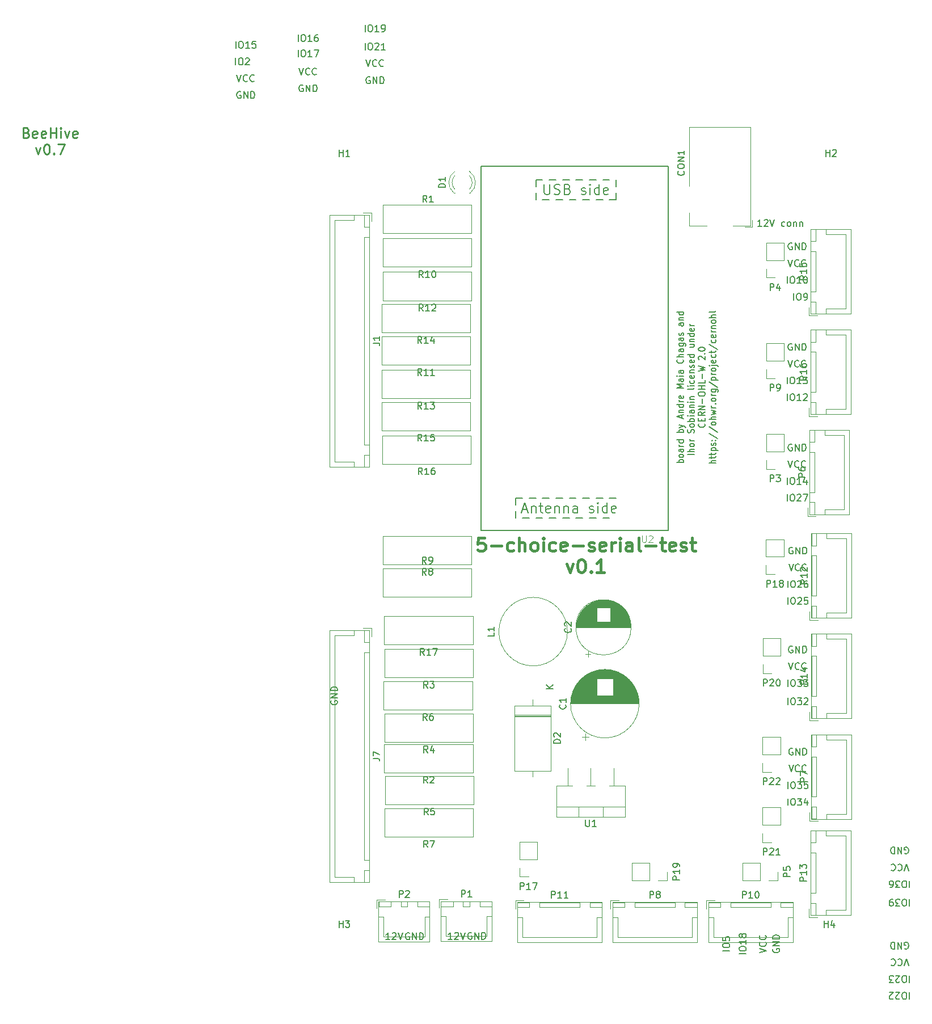
<source format=gbr>
%TF.GenerationSoftware,KiCad,Pcbnew,7.0.6*%
%TF.CreationDate,2023-07-24T15:49:13+01:00*%
%TF.ProjectId,new_board2,6e65775f-626f-4617-9264-322e6b696361,rev?*%
%TF.SameCoordinates,Original*%
%TF.FileFunction,Legend,Top*%
%TF.FilePolarity,Positive*%
%FSLAX46Y46*%
G04 Gerber Fmt 4.6, Leading zero omitted, Abs format (unit mm)*
G04 Created by KiCad (PCBNEW 7.0.6) date 2023-07-24 15:49:13*
%MOMM*%
%LPD*%
G01*
G04 APERTURE LIST*
%ADD10C,0.150000*%
%ADD11C,0.250000*%
%ADD12C,0.400000*%
%ADD13C,0.015000*%
%ADD14C,0.120000*%
%ADD15C,0.127000*%
G04 APERTURE END LIST*
D10*
X137752438Y-122486904D02*
X137704819Y-122582142D01*
X137704819Y-122582142D02*
X137704819Y-122724999D01*
X137704819Y-122724999D02*
X137752438Y-122867856D01*
X137752438Y-122867856D02*
X137847676Y-122963094D01*
X137847676Y-122963094D02*
X137942914Y-123010713D01*
X137942914Y-123010713D02*
X138133390Y-123058332D01*
X138133390Y-123058332D02*
X138276247Y-123058332D01*
X138276247Y-123058332D02*
X138466723Y-123010713D01*
X138466723Y-123010713D02*
X138561961Y-122963094D01*
X138561961Y-122963094D02*
X138657200Y-122867856D01*
X138657200Y-122867856D02*
X138704819Y-122724999D01*
X138704819Y-122724999D02*
X138704819Y-122629761D01*
X138704819Y-122629761D02*
X138657200Y-122486904D01*
X138657200Y-122486904D02*
X138609580Y-122439285D01*
X138609580Y-122439285D02*
X138276247Y-122439285D01*
X138276247Y-122439285D02*
X138276247Y-122629761D01*
X138704819Y-122010713D02*
X137704819Y-122010713D01*
X137704819Y-122010713D02*
X138704819Y-121439285D01*
X138704819Y-121439285D02*
X137704819Y-121439285D01*
X138704819Y-120963094D02*
X137704819Y-120963094D01*
X137704819Y-120963094D02*
X137704819Y-120724999D01*
X137704819Y-120724999D02*
X137752438Y-120582142D01*
X137752438Y-120582142D02*
X137847676Y-120486904D01*
X137847676Y-120486904D02*
X137942914Y-120439285D01*
X137942914Y-120439285D02*
X138133390Y-120391666D01*
X138133390Y-120391666D02*
X138276247Y-120391666D01*
X138276247Y-120391666D02*
X138466723Y-120439285D01*
X138466723Y-120439285D02*
X138561961Y-120486904D01*
X138561961Y-120486904D02*
X138657200Y-120582142D01*
X138657200Y-120582142D02*
X138704819Y-120724999D01*
X138704819Y-120724999D02*
X138704819Y-120963094D01*
X175300000Y-95200000D02*
X174300000Y-95200000D01*
X180300000Y-92200000D02*
X179300000Y-92200000D01*
X170300000Y-92200000D02*
X169300000Y-92200000D01*
X168300000Y-92200000D02*
X167300000Y-92200000D01*
X169300000Y-44700000D02*
X168300000Y-44700000D01*
X177300000Y-95200000D02*
X176300000Y-95200000D01*
X170300000Y-47700000D02*
X169300000Y-47700000D01*
X176300000Y-92200000D02*
X175300000Y-92200000D01*
X179300000Y-44700000D02*
X178300000Y-44700000D01*
X179300000Y-95200000D02*
X178300000Y-95200000D01*
X180300000Y-47700000D02*
X179300000Y-47700000D01*
X172300000Y-47700000D02*
X171300000Y-47700000D01*
X180300000Y-46700000D02*
X180300000Y-47700000D01*
X171300000Y-95200000D02*
X170300000Y-95200000D01*
X165300000Y-94200000D02*
X165300000Y-95200000D01*
X174300000Y-92200000D02*
X173300000Y-92200000D01*
X175300000Y-44700000D02*
X174300000Y-44700000D01*
X168300000Y-46700000D02*
X168300000Y-47700000D01*
X177300000Y-44700000D02*
X176300000Y-44700000D01*
X169300000Y-95200000D02*
X168300000Y-95200000D01*
X173300000Y-95200000D02*
X172300000Y-95200000D01*
X165300000Y-92200000D02*
X165300000Y-93200000D01*
X180300000Y-44700000D02*
X180300000Y-45700000D01*
X174300000Y-47700000D02*
X173300000Y-47700000D01*
X176300000Y-47700000D02*
X175300000Y-47700000D01*
X168300000Y-44700000D02*
X168300000Y-45700000D01*
X167300000Y-95200000D02*
X166300000Y-95200000D01*
X172300000Y-92200000D02*
X171300000Y-92200000D01*
X173300000Y-44700000D02*
X172300000Y-44700000D01*
X171300000Y-44700000D02*
X170300000Y-44700000D01*
X178300000Y-47700000D02*
X177300000Y-47700000D01*
X178300000Y-92200000D02*
X177300000Y-92200000D01*
X166300000Y-92200000D02*
X165300000Y-92200000D01*
X205923810Y-138054819D02*
X205923810Y-137054819D01*
X206590476Y-137054819D02*
X206780952Y-137054819D01*
X206780952Y-137054819D02*
X206876190Y-137102438D01*
X206876190Y-137102438D02*
X206971428Y-137197676D01*
X206971428Y-137197676D02*
X207019047Y-137388152D01*
X207019047Y-137388152D02*
X207019047Y-137721485D01*
X207019047Y-137721485D02*
X206971428Y-137911961D01*
X206971428Y-137911961D02*
X206876190Y-138007200D01*
X206876190Y-138007200D02*
X206780952Y-138054819D01*
X206780952Y-138054819D02*
X206590476Y-138054819D01*
X206590476Y-138054819D02*
X206495238Y-138007200D01*
X206495238Y-138007200D02*
X206400000Y-137911961D01*
X206400000Y-137911961D02*
X206352381Y-137721485D01*
X206352381Y-137721485D02*
X206352381Y-137388152D01*
X206352381Y-137388152D02*
X206400000Y-137197676D01*
X206400000Y-137197676D02*
X206495238Y-137102438D01*
X206495238Y-137102438D02*
X206590476Y-137054819D01*
X207352381Y-137054819D02*
X207971428Y-137054819D01*
X207971428Y-137054819D02*
X207638095Y-137435771D01*
X207638095Y-137435771D02*
X207780952Y-137435771D01*
X207780952Y-137435771D02*
X207876190Y-137483390D01*
X207876190Y-137483390D02*
X207923809Y-137531009D01*
X207923809Y-137531009D02*
X207971428Y-137626247D01*
X207971428Y-137626247D02*
X207971428Y-137864342D01*
X207971428Y-137864342D02*
X207923809Y-137959580D01*
X207923809Y-137959580D02*
X207876190Y-138007200D01*
X207876190Y-138007200D02*
X207780952Y-138054819D01*
X207780952Y-138054819D02*
X207495238Y-138054819D01*
X207495238Y-138054819D02*
X207400000Y-138007200D01*
X207400000Y-138007200D02*
X207352381Y-137959580D01*
X208828571Y-137388152D02*
X208828571Y-138054819D01*
X208590476Y-137007200D02*
X208352381Y-137721485D01*
X208352381Y-137721485D02*
X208971428Y-137721485D01*
X132823810Y-26354819D02*
X132823810Y-25354819D01*
X133490476Y-25354819D02*
X133680952Y-25354819D01*
X133680952Y-25354819D02*
X133776190Y-25402438D01*
X133776190Y-25402438D02*
X133871428Y-25497676D01*
X133871428Y-25497676D02*
X133919047Y-25688152D01*
X133919047Y-25688152D02*
X133919047Y-26021485D01*
X133919047Y-26021485D02*
X133871428Y-26211961D01*
X133871428Y-26211961D02*
X133776190Y-26307200D01*
X133776190Y-26307200D02*
X133680952Y-26354819D01*
X133680952Y-26354819D02*
X133490476Y-26354819D01*
X133490476Y-26354819D02*
X133395238Y-26307200D01*
X133395238Y-26307200D02*
X133300000Y-26211961D01*
X133300000Y-26211961D02*
X133252381Y-26021485D01*
X133252381Y-26021485D02*
X133252381Y-25688152D01*
X133252381Y-25688152D02*
X133300000Y-25497676D01*
X133300000Y-25497676D02*
X133395238Y-25402438D01*
X133395238Y-25402438D02*
X133490476Y-25354819D01*
X134871428Y-26354819D02*
X134300000Y-26354819D01*
X134585714Y-26354819D02*
X134585714Y-25354819D01*
X134585714Y-25354819D02*
X134490476Y-25497676D01*
X134490476Y-25497676D02*
X134395238Y-25592914D01*
X134395238Y-25592914D02*
X134300000Y-25640533D01*
X135204762Y-25354819D02*
X135871428Y-25354819D01*
X135871428Y-25354819D02*
X135442857Y-26354819D01*
X142966667Y-26804819D02*
X143300000Y-27804819D01*
X143300000Y-27804819D02*
X143633333Y-26804819D01*
X144538095Y-27709580D02*
X144490476Y-27757200D01*
X144490476Y-27757200D02*
X144347619Y-27804819D01*
X144347619Y-27804819D02*
X144252381Y-27804819D01*
X144252381Y-27804819D02*
X144109524Y-27757200D01*
X144109524Y-27757200D02*
X144014286Y-27661961D01*
X144014286Y-27661961D02*
X143966667Y-27566723D01*
X143966667Y-27566723D02*
X143919048Y-27376247D01*
X143919048Y-27376247D02*
X143919048Y-27233390D01*
X143919048Y-27233390D02*
X143966667Y-27042914D01*
X143966667Y-27042914D02*
X144014286Y-26947676D01*
X144014286Y-26947676D02*
X144109524Y-26852438D01*
X144109524Y-26852438D02*
X144252381Y-26804819D01*
X144252381Y-26804819D02*
X144347619Y-26804819D01*
X144347619Y-26804819D02*
X144490476Y-26852438D01*
X144490476Y-26852438D02*
X144538095Y-26900057D01*
X145538095Y-27709580D02*
X145490476Y-27757200D01*
X145490476Y-27757200D02*
X145347619Y-27804819D01*
X145347619Y-27804819D02*
X145252381Y-27804819D01*
X145252381Y-27804819D02*
X145109524Y-27757200D01*
X145109524Y-27757200D02*
X145014286Y-27661961D01*
X145014286Y-27661961D02*
X144966667Y-27566723D01*
X144966667Y-27566723D02*
X144919048Y-27376247D01*
X144919048Y-27376247D02*
X144919048Y-27233390D01*
X144919048Y-27233390D02*
X144966667Y-27042914D01*
X144966667Y-27042914D02*
X145014286Y-26947676D01*
X145014286Y-26947676D02*
X145109524Y-26852438D01*
X145109524Y-26852438D02*
X145252381Y-26804819D01*
X145252381Y-26804819D02*
X145347619Y-26804819D01*
X145347619Y-26804819D02*
X145490476Y-26852438D01*
X145490476Y-26852438D02*
X145538095Y-26900057D01*
X223361904Y-145247561D02*
X223457142Y-145295180D01*
X223457142Y-145295180D02*
X223599999Y-145295180D01*
X223599999Y-145295180D02*
X223742856Y-145247561D01*
X223742856Y-145247561D02*
X223838094Y-145152323D01*
X223838094Y-145152323D02*
X223885713Y-145057085D01*
X223885713Y-145057085D02*
X223933332Y-144866609D01*
X223933332Y-144866609D02*
X223933332Y-144723752D01*
X223933332Y-144723752D02*
X223885713Y-144533276D01*
X223885713Y-144533276D02*
X223838094Y-144438038D01*
X223838094Y-144438038D02*
X223742856Y-144342800D01*
X223742856Y-144342800D02*
X223599999Y-144295180D01*
X223599999Y-144295180D02*
X223504761Y-144295180D01*
X223504761Y-144295180D02*
X223361904Y-144342800D01*
X223361904Y-144342800D02*
X223314285Y-144390419D01*
X223314285Y-144390419D02*
X223314285Y-144723752D01*
X223314285Y-144723752D02*
X223504761Y-144723752D01*
X222885713Y-144295180D02*
X222885713Y-145295180D01*
X222885713Y-145295180D02*
X222314285Y-144295180D01*
X222314285Y-144295180D02*
X222314285Y-145295180D01*
X221838094Y-144295180D02*
X221838094Y-145295180D01*
X221838094Y-145295180D02*
X221599999Y-145295180D01*
X221599999Y-145295180D02*
X221457142Y-145247561D01*
X221457142Y-145247561D02*
X221361904Y-145152323D01*
X221361904Y-145152323D02*
X221314285Y-145057085D01*
X221314285Y-145057085D02*
X221266666Y-144866609D01*
X221266666Y-144866609D02*
X221266666Y-144723752D01*
X221266666Y-144723752D02*
X221314285Y-144533276D01*
X221314285Y-144533276D02*
X221361904Y-144438038D01*
X221361904Y-144438038D02*
X221457142Y-144342800D01*
X221457142Y-144342800D02*
X221599999Y-144295180D01*
X221599999Y-144295180D02*
X221838094Y-144295180D01*
X205823810Y-75154819D02*
X205823810Y-74154819D01*
X206490476Y-74154819D02*
X206680952Y-74154819D01*
X206680952Y-74154819D02*
X206776190Y-74202438D01*
X206776190Y-74202438D02*
X206871428Y-74297676D01*
X206871428Y-74297676D02*
X206919047Y-74488152D01*
X206919047Y-74488152D02*
X206919047Y-74821485D01*
X206919047Y-74821485D02*
X206871428Y-75011961D01*
X206871428Y-75011961D02*
X206776190Y-75107200D01*
X206776190Y-75107200D02*
X206680952Y-75154819D01*
X206680952Y-75154819D02*
X206490476Y-75154819D01*
X206490476Y-75154819D02*
X206395238Y-75107200D01*
X206395238Y-75107200D02*
X206300000Y-75011961D01*
X206300000Y-75011961D02*
X206252381Y-74821485D01*
X206252381Y-74821485D02*
X206252381Y-74488152D01*
X206252381Y-74488152D02*
X206300000Y-74297676D01*
X206300000Y-74297676D02*
X206395238Y-74202438D01*
X206395238Y-74202438D02*
X206490476Y-74154819D01*
X207871428Y-75154819D02*
X207300000Y-75154819D01*
X207585714Y-75154819D02*
X207585714Y-74154819D01*
X207585714Y-74154819D02*
X207490476Y-74297676D01*
X207490476Y-74297676D02*
X207395238Y-74392914D01*
X207395238Y-74392914D02*
X207300000Y-74440533D01*
X208204762Y-74154819D02*
X208823809Y-74154819D01*
X208823809Y-74154819D02*
X208490476Y-74535771D01*
X208490476Y-74535771D02*
X208633333Y-74535771D01*
X208633333Y-74535771D02*
X208728571Y-74583390D01*
X208728571Y-74583390D02*
X208776190Y-74631009D01*
X208776190Y-74631009D02*
X208823809Y-74726247D01*
X208823809Y-74726247D02*
X208823809Y-74964342D01*
X208823809Y-74964342D02*
X208776190Y-75059580D01*
X208776190Y-75059580D02*
X208728571Y-75107200D01*
X208728571Y-75107200D02*
X208633333Y-75154819D01*
X208633333Y-75154819D02*
X208347619Y-75154819D01*
X208347619Y-75154819D02*
X208252381Y-75107200D01*
X208252381Y-75107200D02*
X208204762Y-75059580D01*
X146505952Y-158104819D02*
X145934524Y-158104819D01*
X146220238Y-158104819D02*
X146220238Y-157104819D01*
X146220238Y-157104819D02*
X146125000Y-157247676D01*
X146125000Y-157247676D02*
X146029762Y-157342914D01*
X146029762Y-157342914D02*
X145934524Y-157390533D01*
X146886905Y-157200057D02*
X146934524Y-157152438D01*
X146934524Y-157152438D02*
X147029762Y-157104819D01*
X147029762Y-157104819D02*
X147267857Y-157104819D01*
X147267857Y-157104819D02*
X147363095Y-157152438D01*
X147363095Y-157152438D02*
X147410714Y-157200057D01*
X147410714Y-157200057D02*
X147458333Y-157295295D01*
X147458333Y-157295295D02*
X147458333Y-157390533D01*
X147458333Y-157390533D02*
X147410714Y-157533390D01*
X147410714Y-157533390D02*
X146839286Y-158104819D01*
X146839286Y-158104819D02*
X147458333Y-158104819D01*
X147744048Y-157104819D02*
X148077381Y-158104819D01*
X148077381Y-158104819D02*
X148410714Y-157104819D01*
X206638095Y-129602438D02*
X206542857Y-129554819D01*
X206542857Y-129554819D02*
X206400000Y-129554819D01*
X206400000Y-129554819D02*
X206257143Y-129602438D01*
X206257143Y-129602438D02*
X206161905Y-129697676D01*
X206161905Y-129697676D02*
X206114286Y-129792914D01*
X206114286Y-129792914D02*
X206066667Y-129983390D01*
X206066667Y-129983390D02*
X206066667Y-130126247D01*
X206066667Y-130126247D02*
X206114286Y-130316723D01*
X206114286Y-130316723D02*
X206161905Y-130411961D01*
X206161905Y-130411961D02*
X206257143Y-130507200D01*
X206257143Y-130507200D02*
X206400000Y-130554819D01*
X206400000Y-130554819D02*
X206495238Y-130554819D01*
X206495238Y-130554819D02*
X206638095Y-130507200D01*
X206638095Y-130507200D02*
X206685714Y-130459580D01*
X206685714Y-130459580D02*
X206685714Y-130126247D01*
X206685714Y-130126247D02*
X206495238Y-130126247D01*
X207114286Y-130554819D02*
X207114286Y-129554819D01*
X207114286Y-129554819D02*
X207685714Y-130554819D01*
X207685714Y-130554819D02*
X207685714Y-129554819D01*
X208161905Y-130554819D02*
X208161905Y-129554819D01*
X208161905Y-129554819D02*
X208400000Y-129554819D01*
X208400000Y-129554819D02*
X208542857Y-129602438D01*
X208542857Y-129602438D02*
X208638095Y-129697676D01*
X208638095Y-129697676D02*
X208685714Y-129792914D01*
X208685714Y-129792914D02*
X208733333Y-129983390D01*
X208733333Y-129983390D02*
X208733333Y-130126247D01*
X208733333Y-130126247D02*
X208685714Y-130316723D01*
X208685714Y-130316723D02*
X208638095Y-130411961D01*
X208638095Y-130411961D02*
X208542857Y-130507200D01*
X208542857Y-130507200D02*
X208400000Y-130554819D01*
X208400000Y-130554819D02*
X208161905Y-130554819D01*
X199670819Y-160236189D02*
X198670819Y-160236189D01*
X198670819Y-159569523D02*
X198670819Y-159379047D01*
X198670819Y-159379047D02*
X198718438Y-159283809D01*
X198718438Y-159283809D02*
X198813676Y-159188571D01*
X198813676Y-159188571D02*
X199004152Y-159140952D01*
X199004152Y-159140952D02*
X199337485Y-159140952D01*
X199337485Y-159140952D02*
X199527961Y-159188571D01*
X199527961Y-159188571D02*
X199623200Y-159283809D01*
X199623200Y-159283809D02*
X199670819Y-159379047D01*
X199670819Y-159379047D02*
X199670819Y-159569523D01*
X199670819Y-159569523D02*
X199623200Y-159664761D01*
X199623200Y-159664761D02*
X199527961Y-159759999D01*
X199527961Y-159759999D02*
X199337485Y-159807618D01*
X199337485Y-159807618D02*
X199004152Y-159807618D01*
X199004152Y-159807618D02*
X198813676Y-159759999D01*
X198813676Y-159759999D02*
X198718438Y-159664761D01*
X198718438Y-159664761D02*
X198670819Y-159569523D01*
X199670819Y-158188571D02*
X199670819Y-158759999D01*
X199670819Y-158474285D02*
X198670819Y-158474285D01*
X198670819Y-158474285D02*
X198813676Y-158569523D01*
X198813676Y-158569523D02*
X198908914Y-158664761D01*
X198908914Y-158664761D02*
X198956533Y-158759999D01*
X199099390Y-157617142D02*
X199051771Y-157712380D01*
X199051771Y-157712380D02*
X199004152Y-157759999D01*
X199004152Y-157759999D02*
X198908914Y-157807618D01*
X198908914Y-157807618D02*
X198861295Y-157807618D01*
X198861295Y-157807618D02*
X198766057Y-157759999D01*
X198766057Y-157759999D02*
X198718438Y-157712380D01*
X198718438Y-157712380D02*
X198670819Y-157617142D01*
X198670819Y-157617142D02*
X198670819Y-157426666D01*
X198670819Y-157426666D02*
X198718438Y-157331428D01*
X198718438Y-157331428D02*
X198766057Y-157283809D01*
X198766057Y-157283809D02*
X198861295Y-157236190D01*
X198861295Y-157236190D02*
X198908914Y-157236190D01*
X198908914Y-157236190D02*
X199004152Y-157283809D01*
X199004152Y-157283809D02*
X199051771Y-157331428D01*
X199051771Y-157331428D02*
X199099390Y-157426666D01*
X199099390Y-157426666D02*
X199099390Y-157617142D01*
X199099390Y-157617142D02*
X199147009Y-157712380D01*
X199147009Y-157712380D02*
X199194628Y-157759999D01*
X199194628Y-157759999D02*
X199289866Y-157807618D01*
X199289866Y-157807618D02*
X199480342Y-157807618D01*
X199480342Y-157807618D02*
X199575580Y-157759999D01*
X199575580Y-157759999D02*
X199623200Y-157712380D01*
X199623200Y-157712380D02*
X199670819Y-157617142D01*
X199670819Y-157617142D02*
X199670819Y-157426666D01*
X199670819Y-157426666D02*
X199623200Y-157331428D01*
X199623200Y-157331428D02*
X199575580Y-157283809D01*
X199575580Y-157283809D02*
X199480342Y-157236190D01*
X199480342Y-157236190D02*
X199289866Y-157236190D01*
X199289866Y-157236190D02*
X199194628Y-157283809D01*
X199194628Y-157283809D02*
X199147009Y-157331428D01*
X199147009Y-157331428D02*
X199099390Y-157426666D01*
X155805952Y-158054819D02*
X155234524Y-158054819D01*
X155520238Y-158054819D02*
X155520238Y-157054819D01*
X155520238Y-157054819D02*
X155425000Y-157197676D01*
X155425000Y-157197676D02*
X155329762Y-157292914D01*
X155329762Y-157292914D02*
X155234524Y-157340533D01*
X156186905Y-157150057D02*
X156234524Y-157102438D01*
X156234524Y-157102438D02*
X156329762Y-157054819D01*
X156329762Y-157054819D02*
X156567857Y-157054819D01*
X156567857Y-157054819D02*
X156663095Y-157102438D01*
X156663095Y-157102438D02*
X156710714Y-157150057D01*
X156710714Y-157150057D02*
X156758333Y-157245295D01*
X156758333Y-157245295D02*
X156758333Y-157340533D01*
X156758333Y-157340533D02*
X156710714Y-157483390D01*
X156710714Y-157483390D02*
X156139286Y-158054819D01*
X156139286Y-158054819D02*
X156758333Y-158054819D01*
X157044048Y-157054819D02*
X157377381Y-158054819D01*
X157377381Y-158054819D02*
X157710714Y-157054819D01*
X206638095Y-99602438D02*
X206542857Y-99554819D01*
X206542857Y-99554819D02*
X206400000Y-99554819D01*
X206400000Y-99554819D02*
X206257143Y-99602438D01*
X206257143Y-99602438D02*
X206161905Y-99697676D01*
X206161905Y-99697676D02*
X206114286Y-99792914D01*
X206114286Y-99792914D02*
X206066667Y-99983390D01*
X206066667Y-99983390D02*
X206066667Y-100126247D01*
X206066667Y-100126247D02*
X206114286Y-100316723D01*
X206114286Y-100316723D02*
X206161905Y-100411961D01*
X206161905Y-100411961D02*
X206257143Y-100507200D01*
X206257143Y-100507200D02*
X206400000Y-100554819D01*
X206400000Y-100554819D02*
X206495238Y-100554819D01*
X206495238Y-100554819D02*
X206638095Y-100507200D01*
X206638095Y-100507200D02*
X206685714Y-100459580D01*
X206685714Y-100459580D02*
X206685714Y-100126247D01*
X206685714Y-100126247D02*
X206495238Y-100126247D01*
X207114286Y-100554819D02*
X207114286Y-99554819D01*
X207114286Y-99554819D02*
X207685714Y-100554819D01*
X207685714Y-100554819D02*
X207685714Y-99554819D01*
X208161905Y-100554819D02*
X208161905Y-99554819D01*
X208161905Y-99554819D02*
X208400000Y-99554819D01*
X208400000Y-99554819D02*
X208542857Y-99602438D01*
X208542857Y-99602438D02*
X208638095Y-99697676D01*
X208638095Y-99697676D02*
X208685714Y-99792914D01*
X208685714Y-99792914D02*
X208733333Y-99983390D01*
X208733333Y-99983390D02*
X208733333Y-100126247D01*
X208733333Y-100126247D02*
X208685714Y-100316723D01*
X208685714Y-100316723D02*
X208638095Y-100411961D01*
X208638095Y-100411961D02*
X208542857Y-100507200D01*
X208542857Y-100507200D02*
X208400000Y-100554819D01*
X208400000Y-100554819D02*
X208161905Y-100554819D01*
X205923810Y-105554819D02*
X205923810Y-104554819D01*
X206590476Y-104554819D02*
X206780952Y-104554819D01*
X206780952Y-104554819D02*
X206876190Y-104602438D01*
X206876190Y-104602438D02*
X206971428Y-104697676D01*
X206971428Y-104697676D02*
X207019047Y-104888152D01*
X207019047Y-104888152D02*
X207019047Y-105221485D01*
X207019047Y-105221485D02*
X206971428Y-105411961D01*
X206971428Y-105411961D02*
X206876190Y-105507200D01*
X206876190Y-105507200D02*
X206780952Y-105554819D01*
X206780952Y-105554819D02*
X206590476Y-105554819D01*
X206590476Y-105554819D02*
X206495238Y-105507200D01*
X206495238Y-105507200D02*
X206400000Y-105411961D01*
X206400000Y-105411961D02*
X206352381Y-105221485D01*
X206352381Y-105221485D02*
X206352381Y-104888152D01*
X206352381Y-104888152D02*
X206400000Y-104697676D01*
X206400000Y-104697676D02*
X206495238Y-104602438D01*
X206495238Y-104602438D02*
X206590476Y-104554819D01*
X207400000Y-104650057D02*
X207447619Y-104602438D01*
X207447619Y-104602438D02*
X207542857Y-104554819D01*
X207542857Y-104554819D02*
X207780952Y-104554819D01*
X207780952Y-104554819D02*
X207876190Y-104602438D01*
X207876190Y-104602438D02*
X207923809Y-104650057D01*
X207923809Y-104650057D02*
X207971428Y-104745295D01*
X207971428Y-104745295D02*
X207971428Y-104840533D01*
X207971428Y-104840533D02*
X207923809Y-104983390D01*
X207923809Y-104983390D02*
X207352381Y-105554819D01*
X207352381Y-105554819D02*
X207971428Y-105554819D01*
X208828571Y-104554819D02*
X208638095Y-104554819D01*
X208638095Y-104554819D02*
X208542857Y-104602438D01*
X208542857Y-104602438D02*
X208495238Y-104650057D01*
X208495238Y-104650057D02*
X208400000Y-104792914D01*
X208400000Y-104792914D02*
X208352381Y-104983390D01*
X208352381Y-104983390D02*
X208352381Y-105364342D01*
X208352381Y-105364342D02*
X208400000Y-105459580D01*
X208400000Y-105459580D02*
X208447619Y-105507200D01*
X208447619Y-105507200D02*
X208542857Y-105554819D01*
X208542857Y-105554819D02*
X208733333Y-105554819D01*
X208733333Y-105554819D02*
X208828571Y-105507200D01*
X208828571Y-105507200D02*
X208876190Y-105459580D01*
X208876190Y-105459580D02*
X208923809Y-105364342D01*
X208923809Y-105364342D02*
X208923809Y-105126247D01*
X208923809Y-105126247D02*
X208876190Y-105031009D01*
X208876190Y-105031009D02*
X208828571Y-104983390D01*
X208828571Y-104983390D02*
X208733333Y-104935771D01*
X208733333Y-104935771D02*
X208542857Y-104935771D01*
X208542857Y-104935771D02*
X208447619Y-104983390D01*
X208447619Y-104983390D02*
X208400000Y-105031009D01*
X208400000Y-105031009D02*
X208352381Y-105126247D01*
X224076189Y-163495180D02*
X224076189Y-164495180D01*
X223409523Y-164495180D02*
X223219047Y-164495180D01*
X223219047Y-164495180D02*
X223123809Y-164447561D01*
X223123809Y-164447561D02*
X223028571Y-164352323D01*
X223028571Y-164352323D02*
X222980952Y-164161847D01*
X222980952Y-164161847D02*
X222980952Y-163828514D01*
X222980952Y-163828514D02*
X223028571Y-163638038D01*
X223028571Y-163638038D02*
X223123809Y-163542800D01*
X223123809Y-163542800D02*
X223219047Y-163495180D01*
X223219047Y-163495180D02*
X223409523Y-163495180D01*
X223409523Y-163495180D02*
X223504761Y-163542800D01*
X223504761Y-163542800D02*
X223599999Y-163638038D01*
X223599999Y-163638038D02*
X223647618Y-163828514D01*
X223647618Y-163828514D02*
X223647618Y-164161847D01*
X223647618Y-164161847D02*
X223599999Y-164352323D01*
X223599999Y-164352323D02*
X223504761Y-164447561D01*
X223504761Y-164447561D02*
X223409523Y-164495180D01*
X222599999Y-164399942D02*
X222552380Y-164447561D01*
X222552380Y-164447561D02*
X222457142Y-164495180D01*
X222457142Y-164495180D02*
X222219047Y-164495180D01*
X222219047Y-164495180D02*
X222123809Y-164447561D01*
X222123809Y-164447561D02*
X222076190Y-164399942D01*
X222076190Y-164399942D02*
X222028571Y-164304704D01*
X222028571Y-164304704D02*
X222028571Y-164209466D01*
X222028571Y-164209466D02*
X222076190Y-164066609D01*
X222076190Y-164066609D02*
X222647618Y-163495180D01*
X222647618Y-163495180D02*
X222028571Y-163495180D01*
X221695237Y-164495180D02*
X221076190Y-164495180D01*
X221076190Y-164495180D02*
X221409523Y-164114228D01*
X221409523Y-164114228D02*
X221266666Y-164114228D01*
X221266666Y-164114228D02*
X221171428Y-164066609D01*
X221171428Y-164066609D02*
X221123809Y-164018990D01*
X221123809Y-164018990D02*
X221076190Y-163923752D01*
X221076190Y-163923752D02*
X221076190Y-163685657D01*
X221076190Y-163685657D02*
X221123809Y-163590419D01*
X221123809Y-163590419D02*
X221171428Y-163542800D01*
X221171428Y-163542800D02*
X221266666Y-163495180D01*
X221266666Y-163495180D02*
X221552380Y-163495180D01*
X221552380Y-163495180D02*
X221647618Y-163542800D01*
X221647618Y-163542800D02*
X221695237Y-163590419D01*
X206066667Y-102054819D02*
X206400000Y-103054819D01*
X206400000Y-103054819D02*
X206733333Y-102054819D01*
X207638095Y-102959580D02*
X207590476Y-103007200D01*
X207590476Y-103007200D02*
X207447619Y-103054819D01*
X207447619Y-103054819D02*
X207352381Y-103054819D01*
X207352381Y-103054819D02*
X207209524Y-103007200D01*
X207209524Y-103007200D02*
X207114286Y-102911961D01*
X207114286Y-102911961D02*
X207066667Y-102816723D01*
X207066667Y-102816723D02*
X207019048Y-102626247D01*
X207019048Y-102626247D02*
X207019048Y-102483390D01*
X207019048Y-102483390D02*
X207066667Y-102292914D01*
X207066667Y-102292914D02*
X207114286Y-102197676D01*
X207114286Y-102197676D02*
X207209524Y-102102438D01*
X207209524Y-102102438D02*
X207352381Y-102054819D01*
X207352381Y-102054819D02*
X207447619Y-102054819D01*
X207447619Y-102054819D02*
X207590476Y-102102438D01*
X207590476Y-102102438D02*
X207638095Y-102150057D01*
X208638095Y-102959580D02*
X208590476Y-103007200D01*
X208590476Y-103007200D02*
X208447619Y-103054819D01*
X208447619Y-103054819D02*
X208352381Y-103054819D01*
X208352381Y-103054819D02*
X208209524Y-103007200D01*
X208209524Y-103007200D02*
X208114286Y-102911961D01*
X208114286Y-102911961D02*
X208066667Y-102816723D01*
X208066667Y-102816723D02*
X208019048Y-102626247D01*
X208019048Y-102626247D02*
X208019048Y-102483390D01*
X208019048Y-102483390D02*
X208066667Y-102292914D01*
X208066667Y-102292914D02*
X208114286Y-102197676D01*
X208114286Y-102197676D02*
X208209524Y-102102438D01*
X208209524Y-102102438D02*
X208352381Y-102054819D01*
X208352381Y-102054819D02*
X208447619Y-102054819D01*
X208447619Y-102054819D02*
X208590476Y-102102438D01*
X208590476Y-102102438D02*
X208638095Y-102150057D01*
X224076189Y-149345180D02*
X224076189Y-150345180D01*
X223409523Y-150345180D02*
X223219047Y-150345180D01*
X223219047Y-150345180D02*
X223123809Y-150297561D01*
X223123809Y-150297561D02*
X223028571Y-150202323D01*
X223028571Y-150202323D02*
X222980952Y-150011847D01*
X222980952Y-150011847D02*
X222980952Y-149678514D01*
X222980952Y-149678514D02*
X223028571Y-149488038D01*
X223028571Y-149488038D02*
X223123809Y-149392800D01*
X223123809Y-149392800D02*
X223219047Y-149345180D01*
X223219047Y-149345180D02*
X223409523Y-149345180D01*
X223409523Y-149345180D02*
X223504761Y-149392800D01*
X223504761Y-149392800D02*
X223599999Y-149488038D01*
X223599999Y-149488038D02*
X223647618Y-149678514D01*
X223647618Y-149678514D02*
X223647618Y-150011847D01*
X223647618Y-150011847D02*
X223599999Y-150202323D01*
X223599999Y-150202323D02*
X223504761Y-150297561D01*
X223504761Y-150297561D02*
X223409523Y-150345180D01*
X222647618Y-150345180D02*
X222028571Y-150345180D01*
X222028571Y-150345180D02*
X222361904Y-149964228D01*
X222361904Y-149964228D02*
X222219047Y-149964228D01*
X222219047Y-149964228D02*
X222123809Y-149916609D01*
X222123809Y-149916609D02*
X222076190Y-149868990D01*
X222076190Y-149868990D02*
X222028571Y-149773752D01*
X222028571Y-149773752D02*
X222028571Y-149535657D01*
X222028571Y-149535657D02*
X222076190Y-149440419D01*
X222076190Y-149440419D02*
X222123809Y-149392800D01*
X222123809Y-149392800D02*
X222219047Y-149345180D01*
X222219047Y-149345180D02*
X222504761Y-149345180D01*
X222504761Y-149345180D02*
X222599999Y-149392800D01*
X222599999Y-149392800D02*
X222647618Y-149440419D01*
X221171428Y-150345180D02*
X221361904Y-150345180D01*
X221361904Y-150345180D02*
X221457142Y-150297561D01*
X221457142Y-150297561D02*
X221504761Y-150249942D01*
X221504761Y-150249942D02*
X221599999Y-150107085D01*
X221599999Y-150107085D02*
X221647618Y-149916609D01*
X221647618Y-149916609D02*
X221647618Y-149535657D01*
X221647618Y-149535657D02*
X221599999Y-149440419D01*
X221599999Y-149440419D02*
X221552380Y-149392800D01*
X221552380Y-149392800D02*
X221457142Y-149345180D01*
X221457142Y-149345180D02*
X221266666Y-149345180D01*
X221266666Y-149345180D02*
X221171428Y-149392800D01*
X221171428Y-149392800D02*
X221123809Y-149440419D01*
X221123809Y-149440419D02*
X221076190Y-149535657D01*
X221076190Y-149535657D02*
X221076190Y-149773752D01*
X221076190Y-149773752D02*
X221123809Y-149868990D01*
X221123809Y-149868990D02*
X221171428Y-149916609D01*
X221171428Y-149916609D02*
X221266666Y-149964228D01*
X221266666Y-149964228D02*
X221457142Y-149964228D01*
X221457142Y-149964228D02*
X221552380Y-149916609D01*
X221552380Y-149916609D02*
X221599999Y-149868990D01*
X221599999Y-149868990D02*
X221647618Y-149773752D01*
X206538095Y-54202438D02*
X206442857Y-54154819D01*
X206442857Y-54154819D02*
X206300000Y-54154819D01*
X206300000Y-54154819D02*
X206157143Y-54202438D01*
X206157143Y-54202438D02*
X206061905Y-54297676D01*
X206061905Y-54297676D02*
X206014286Y-54392914D01*
X206014286Y-54392914D02*
X205966667Y-54583390D01*
X205966667Y-54583390D02*
X205966667Y-54726247D01*
X205966667Y-54726247D02*
X206014286Y-54916723D01*
X206014286Y-54916723D02*
X206061905Y-55011961D01*
X206061905Y-55011961D02*
X206157143Y-55107200D01*
X206157143Y-55107200D02*
X206300000Y-55154819D01*
X206300000Y-55154819D02*
X206395238Y-55154819D01*
X206395238Y-55154819D02*
X206538095Y-55107200D01*
X206538095Y-55107200D02*
X206585714Y-55059580D01*
X206585714Y-55059580D02*
X206585714Y-54726247D01*
X206585714Y-54726247D02*
X206395238Y-54726247D01*
X207014286Y-55154819D02*
X207014286Y-54154819D01*
X207014286Y-54154819D02*
X207585714Y-55154819D01*
X207585714Y-55154819D02*
X207585714Y-54154819D01*
X208061905Y-55154819D02*
X208061905Y-54154819D01*
X208061905Y-54154819D02*
X208300000Y-54154819D01*
X208300000Y-54154819D02*
X208442857Y-54202438D01*
X208442857Y-54202438D02*
X208538095Y-54297676D01*
X208538095Y-54297676D02*
X208585714Y-54392914D01*
X208585714Y-54392914D02*
X208633333Y-54583390D01*
X208633333Y-54583390D02*
X208633333Y-54726247D01*
X208633333Y-54726247D02*
X208585714Y-54916723D01*
X208585714Y-54916723D02*
X208538095Y-55011961D01*
X208538095Y-55011961D02*
X208442857Y-55107200D01*
X208442857Y-55107200D02*
X208300000Y-55154819D01*
X208300000Y-55154819D02*
X208061905Y-55154819D01*
X143538095Y-29402438D02*
X143442857Y-29354819D01*
X143442857Y-29354819D02*
X143300000Y-29354819D01*
X143300000Y-29354819D02*
X143157143Y-29402438D01*
X143157143Y-29402438D02*
X143061905Y-29497676D01*
X143061905Y-29497676D02*
X143014286Y-29592914D01*
X143014286Y-29592914D02*
X142966667Y-29783390D01*
X142966667Y-29783390D02*
X142966667Y-29926247D01*
X142966667Y-29926247D02*
X143014286Y-30116723D01*
X143014286Y-30116723D02*
X143061905Y-30211961D01*
X143061905Y-30211961D02*
X143157143Y-30307200D01*
X143157143Y-30307200D02*
X143300000Y-30354819D01*
X143300000Y-30354819D02*
X143395238Y-30354819D01*
X143395238Y-30354819D02*
X143538095Y-30307200D01*
X143538095Y-30307200D02*
X143585714Y-30259580D01*
X143585714Y-30259580D02*
X143585714Y-29926247D01*
X143585714Y-29926247D02*
X143395238Y-29926247D01*
X144014286Y-30354819D02*
X144014286Y-29354819D01*
X144014286Y-29354819D02*
X144585714Y-30354819D01*
X144585714Y-30354819D02*
X144585714Y-29354819D01*
X145061905Y-30354819D02*
X145061905Y-29354819D01*
X145061905Y-29354819D02*
X145300000Y-29354819D01*
X145300000Y-29354819D02*
X145442857Y-29402438D01*
X145442857Y-29402438D02*
X145538095Y-29497676D01*
X145538095Y-29497676D02*
X145585714Y-29592914D01*
X145585714Y-29592914D02*
X145633333Y-29783390D01*
X145633333Y-29783390D02*
X145633333Y-29926247D01*
X145633333Y-29926247D02*
X145585714Y-30116723D01*
X145585714Y-30116723D02*
X145538095Y-30211961D01*
X145538095Y-30211961D02*
X145442857Y-30307200D01*
X145442857Y-30307200D02*
X145300000Y-30354819D01*
X145300000Y-30354819D02*
X145061905Y-30354819D01*
X205823810Y-77654819D02*
X205823810Y-76654819D01*
X206490476Y-76654819D02*
X206680952Y-76654819D01*
X206680952Y-76654819D02*
X206776190Y-76702438D01*
X206776190Y-76702438D02*
X206871428Y-76797676D01*
X206871428Y-76797676D02*
X206919047Y-76988152D01*
X206919047Y-76988152D02*
X206919047Y-77321485D01*
X206919047Y-77321485D02*
X206871428Y-77511961D01*
X206871428Y-77511961D02*
X206776190Y-77607200D01*
X206776190Y-77607200D02*
X206680952Y-77654819D01*
X206680952Y-77654819D02*
X206490476Y-77654819D01*
X206490476Y-77654819D02*
X206395238Y-77607200D01*
X206395238Y-77607200D02*
X206300000Y-77511961D01*
X206300000Y-77511961D02*
X206252381Y-77321485D01*
X206252381Y-77321485D02*
X206252381Y-76988152D01*
X206252381Y-76988152D02*
X206300000Y-76797676D01*
X206300000Y-76797676D02*
X206395238Y-76702438D01*
X206395238Y-76702438D02*
X206490476Y-76654819D01*
X207871428Y-77654819D02*
X207300000Y-77654819D01*
X207585714Y-77654819D02*
X207585714Y-76654819D01*
X207585714Y-76654819D02*
X207490476Y-76797676D01*
X207490476Y-76797676D02*
X207395238Y-76892914D01*
X207395238Y-76892914D02*
X207300000Y-76940533D01*
X208252381Y-76750057D02*
X208300000Y-76702438D01*
X208300000Y-76702438D02*
X208395238Y-76654819D01*
X208395238Y-76654819D02*
X208633333Y-76654819D01*
X208633333Y-76654819D02*
X208728571Y-76702438D01*
X208728571Y-76702438D02*
X208776190Y-76750057D01*
X208776190Y-76750057D02*
X208823809Y-76845295D01*
X208823809Y-76845295D02*
X208823809Y-76940533D01*
X208823809Y-76940533D02*
X208776190Y-77083390D01*
X208776190Y-77083390D02*
X208204762Y-77654819D01*
X208204762Y-77654819D02*
X208823809Y-77654819D01*
X206800000Y-62654819D02*
X206800000Y-61654819D01*
X207466666Y-61654819D02*
X207657142Y-61654819D01*
X207657142Y-61654819D02*
X207752380Y-61702438D01*
X207752380Y-61702438D02*
X207847618Y-61797676D01*
X207847618Y-61797676D02*
X207895237Y-61988152D01*
X207895237Y-61988152D02*
X207895237Y-62321485D01*
X207895237Y-62321485D02*
X207847618Y-62511961D01*
X207847618Y-62511961D02*
X207752380Y-62607200D01*
X207752380Y-62607200D02*
X207657142Y-62654819D01*
X207657142Y-62654819D02*
X207466666Y-62654819D01*
X207466666Y-62654819D02*
X207371428Y-62607200D01*
X207371428Y-62607200D02*
X207276190Y-62511961D01*
X207276190Y-62511961D02*
X207228571Y-62321485D01*
X207228571Y-62321485D02*
X207228571Y-61988152D01*
X207228571Y-61988152D02*
X207276190Y-61797676D01*
X207276190Y-61797676D02*
X207371428Y-61702438D01*
X207371428Y-61702438D02*
X207466666Y-61654819D01*
X208371428Y-62654819D02*
X208561904Y-62654819D01*
X208561904Y-62654819D02*
X208657142Y-62607200D01*
X208657142Y-62607200D02*
X208704761Y-62559580D01*
X208704761Y-62559580D02*
X208799999Y-62416723D01*
X208799999Y-62416723D02*
X208847618Y-62226247D01*
X208847618Y-62226247D02*
X208847618Y-61845295D01*
X208847618Y-61845295D02*
X208799999Y-61750057D01*
X208799999Y-61750057D02*
X208752380Y-61702438D01*
X208752380Y-61702438D02*
X208657142Y-61654819D01*
X208657142Y-61654819D02*
X208466666Y-61654819D01*
X208466666Y-61654819D02*
X208371428Y-61702438D01*
X208371428Y-61702438D02*
X208323809Y-61750057D01*
X208323809Y-61750057D02*
X208276190Y-61845295D01*
X208276190Y-61845295D02*
X208276190Y-62083390D01*
X208276190Y-62083390D02*
X208323809Y-62178628D01*
X208323809Y-62178628D02*
X208371428Y-62226247D01*
X208371428Y-62226247D02*
X208466666Y-62273866D01*
X208466666Y-62273866D02*
X208657142Y-62273866D01*
X208657142Y-62273866D02*
X208752380Y-62226247D01*
X208752380Y-62226247D02*
X208799999Y-62178628D01*
X208799999Y-62178628D02*
X208847618Y-62083390D01*
X206066667Y-132054819D02*
X206400000Y-133054819D01*
X206400000Y-133054819D02*
X206733333Y-132054819D01*
X207638095Y-132959580D02*
X207590476Y-133007200D01*
X207590476Y-133007200D02*
X207447619Y-133054819D01*
X207447619Y-133054819D02*
X207352381Y-133054819D01*
X207352381Y-133054819D02*
X207209524Y-133007200D01*
X207209524Y-133007200D02*
X207114286Y-132911961D01*
X207114286Y-132911961D02*
X207066667Y-132816723D01*
X207066667Y-132816723D02*
X207019048Y-132626247D01*
X207019048Y-132626247D02*
X207019048Y-132483390D01*
X207019048Y-132483390D02*
X207066667Y-132292914D01*
X207066667Y-132292914D02*
X207114286Y-132197676D01*
X207114286Y-132197676D02*
X207209524Y-132102438D01*
X207209524Y-132102438D02*
X207352381Y-132054819D01*
X207352381Y-132054819D02*
X207447619Y-132054819D01*
X207447619Y-132054819D02*
X207590476Y-132102438D01*
X207590476Y-132102438D02*
X207638095Y-132150057D01*
X208638095Y-132959580D02*
X208590476Y-133007200D01*
X208590476Y-133007200D02*
X208447619Y-133054819D01*
X208447619Y-133054819D02*
X208352381Y-133054819D01*
X208352381Y-133054819D02*
X208209524Y-133007200D01*
X208209524Y-133007200D02*
X208114286Y-132911961D01*
X208114286Y-132911961D02*
X208066667Y-132816723D01*
X208066667Y-132816723D02*
X208019048Y-132626247D01*
X208019048Y-132626247D02*
X208019048Y-132483390D01*
X208019048Y-132483390D02*
X208066667Y-132292914D01*
X208066667Y-132292914D02*
X208114286Y-132197676D01*
X208114286Y-132197676D02*
X208209524Y-132102438D01*
X208209524Y-132102438D02*
X208352381Y-132054819D01*
X208352381Y-132054819D02*
X208447619Y-132054819D01*
X208447619Y-132054819D02*
X208590476Y-132102438D01*
X208590476Y-132102438D02*
X208638095Y-132150057D01*
X132823810Y-24054819D02*
X132823810Y-23054819D01*
X133490476Y-23054819D02*
X133680952Y-23054819D01*
X133680952Y-23054819D02*
X133776190Y-23102438D01*
X133776190Y-23102438D02*
X133871428Y-23197676D01*
X133871428Y-23197676D02*
X133919047Y-23388152D01*
X133919047Y-23388152D02*
X133919047Y-23721485D01*
X133919047Y-23721485D02*
X133871428Y-23911961D01*
X133871428Y-23911961D02*
X133776190Y-24007200D01*
X133776190Y-24007200D02*
X133680952Y-24054819D01*
X133680952Y-24054819D02*
X133490476Y-24054819D01*
X133490476Y-24054819D02*
X133395238Y-24007200D01*
X133395238Y-24007200D02*
X133300000Y-23911961D01*
X133300000Y-23911961D02*
X133252381Y-23721485D01*
X133252381Y-23721485D02*
X133252381Y-23388152D01*
X133252381Y-23388152D02*
X133300000Y-23197676D01*
X133300000Y-23197676D02*
X133395238Y-23102438D01*
X133395238Y-23102438D02*
X133490476Y-23054819D01*
X134871428Y-24054819D02*
X134300000Y-24054819D01*
X134585714Y-24054819D02*
X134585714Y-23054819D01*
X134585714Y-23054819D02*
X134490476Y-23197676D01*
X134490476Y-23197676D02*
X134395238Y-23292914D01*
X134395238Y-23292914D02*
X134300000Y-23340533D01*
X135728571Y-23054819D02*
X135538095Y-23054819D01*
X135538095Y-23054819D02*
X135442857Y-23102438D01*
X135442857Y-23102438D02*
X135395238Y-23150057D01*
X135395238Y-23150057D02*
X135300000Y-23292914D01*
X135300000Y-23292914D02*
X135252381Y-23483390D01*
X135252381Y-23483390D02*
X135252381Y-23864342D01*
X135252381Y-23864342D02*
X135300000Y-23959580D01*
X135300000Y-23959580D02*
X135347619Y-24007200D01*
X135347619Y-24007200D02*
X135442857Y-24054819D01*
X135442857Y-24054819D02*
X135633333Y-24054819D01*
X135633333Y-24054819D02*
X135728571Y-24007200D01*
X135728571Y-24007200D02*
X135776190Y-23959580D01*
X135776190Y-23959580D02*
X135823809Y-23864342D01*
X135823809Y-23864342D02*
X135823809Y-23626247D01*
X135823809Y-23626247D02*
X135776190Y-23531009D01*
X135776190Y-23531009D02*
X135728571Y-23483390D01*
X135728571Y-23483390D02*
X135633333Y-23435771D01*
X135633333Y-23435771D02*
X135442857Y-23435771D01*
X135442857Y-23435771D02*
X135347619Y-23483390D01*
X135347619Y-23483390D02*
X135300000Y-23531009D01*
X135300000Y-23531009D02*
X135252381Y-23626247D01*
D11*
X92264285Y-37687714D02*
X92478571Y-37759142D01*
X92478571Y-37759142D02*
X92550000Y-37830571D01*
X92550000Y-37830571D02*
X92621428Y-37973428D01*
X92621428Y-37973428D02*
X92621428Y-38187714D01*
X92621428Y-38187714D02*
X92550000Y-38330571D01*
X92550000Y-38330571D02*
X92478571Y-38402000D01*
X92478571Y-38402000D02*
X92335714Y-38473428D01*
X92335714Y-38473428D02*
X91764285Y-38473428D01*
X91764285Y-38473428D02*
X91764285Y-36973428D01*
X91764285Y-36973428D02*
X92264285Y-36973428D01*
X92264285Y-36973428D02*
X92407143Y-37044857D01*
X92407143Y-37044857D02*
X92478571Y-37116285D01*
X92478571Y-37116285D02*
X92550000Y-37259142D01*
X92550000Y-37259142D02*
X92550000Y-37402000D01*
X92550000Y-37402000D02*
X92478571Y-37544857D01*
X92478571Y-37544857D02*
X92407143Y-37616285D01*
X92407143Y-37616285D02*
X92264285Y-37687714D01*
X92264285Y-37687714D02*
X91764285Y-37687714D01*
X93835714Y-38402000D02*
X93692857Y-38473428D01*
X93692857Y-38473428D02*
X93407143Y-38473428D01*
X93407143Y-38473428D02*
X93264285Y-38402000D01*
X93264285Y-38402000D02*
X93192857Y-38259142D01*
X93192857Y-38259142D02*
X93192857Y-37687714D01*
X93192857Y-37687714D02*
X93264285Y-37544857D01*
X93264285Y-37544857D02*
X93407143Y-37473428D01*
X93407143Y-37473428D02*
X93692857Y-37473428D01*
X93692857Y-37473428D02*
X93835714Y-37544857D01*
X93835714Y-37544857D02*
X93907143Y-37687714D01*
X93907143Y-37687714D02*
X93907143Y-37830571D01*
X93907143Y-37830571D02*
X93192857Y-37973428D01*
X95121428Y-38402000D02*
X94978571Y-38473428D01*
X94978571Y-38473428D02*
X94692857Y-38473428D01*
X94692857Y-38473428D02*
X94549999Y-38402000D01*
X94549999Y-38402000D02*
X94478571Y-38259142D01*
X94478571Y-38259142D02*
X94478571Y-37687714D01*
X94478571Y-37687714D02*
X94549999Y-37544857D01*
X94549999Y-37544857D02*
X94692857Y-37473428D01*
X94692857Y-37473428D02*
X94978571Y-37473428D01*
X94978571Y-37473428D02*
X95121428Y-37544857D01*
X95121428Y-37544857D02*
X95192857Y-37687714D01*
X95192857Y-37687714D02*
X95192857Y-37830571D01*
X95192857Y-37830571D02*
X94478571Y-37973428D01*
X95835713Y-38473428D02*
X95835713Y-36973428D01*
X95835713Y-37687714D02*
X96692856Y-37687714D01*
X96692856Y-38473428D02*
X96692856Y-36973428D01*
X97407142Y-38473428D02*
X97407142Y-37473428D01*
X97407142Y-36973428D02*
X97335714Y-37044857D01*
X97335714Y-37044857D02*
X97407142Y-37116285D01*
X97407142Y-37116285D02*
X97478571Y-37044857D01*
X97478571Y-37044857D02*
X97407142Y-36973428D01*
X97407142Y-36973428D02*
X97407142Y-37116285D01*
X97978571Y-37473428D02*
X98335714Y-38473428D01*
X98335714Y-38473428D02*
X98692857Y-37473428D01*
X99835714Y-38402000D02*
X99692857Y-38473428D01*
X99692857Y-38473428D02*
X99407143Y-38473428D01*
X99407143Y-38473428D02*
X99264285Y-38402000D01*
X99264285Y-38402000D02*
X99192857Y-38259142D01*
X99192857Y-38259142D02*
X99192857Y-37687714D01*
X99192857Y-37687714D02*
X99264285Y-37544857D01*
X99264285Y-37544857D02*
X99407143Y-37473428D01*
X99407143Y-37473428D02*
X99692857Y-37473428D01*
X99692857Y-37473428D02*
X99835714Y-37544857D01*
X99835714Y-37544857D02*
X99907143Y-37687714D01*
X99907143Y-37687714D02*
X99907143Y-37830571D01*
X99907143Y-37830571D02*
X99192857Y-37973428D01*
X93657143Y-39888428D02*
X94014286Y-40888428D01*
X94014286Y-40888428D02*
X94371429Y-39888428D01*
X95228572Y-39388428D02*
X95371429Y-39388428D01*
X95371429Y-39388428D02*
X95514286Y-39459857D01*
X95514286Y-39459857D02*
X95585715Y-39531285D01*
X95585715Y-39531285D02*
X95657143Y-39674142D01*
X95657143Y-39674142D02*
X95728572Y-39959857D01*
X95728572Y-39959857D02*
X95728572Y-40317000D01*
X95728572Y-40317000D02*
X95657143Y-40602714D01*
X95657143Y-40602714D02*
X95585715Y-40745571D01*
X95585715Y-40745571D02*
X95514286Y-40817000D01*
X95514286Y-40817000D02*
X95371429Y-40888428D01*
X95371429Y-40888428D02*
X95228572Y-40888428D01*
X95228572Y-40888428D02*
X95085715Y-40817000D01*
X95085715Y-40817000D02*
X95014286Y-40745571D01*
X95014286Y-40745571D02*
X94942857Y-40602714D01*
X94942857Y-40602714D02*
X94871429Y-40317000D01*
X94871429Y-40317000D02*
X94871429Y-39959857D01*
X94871429Y-39959857D02*
X94942857Y-39674142D01*
X94942857Y-39674142D02*
X95014286Y-39531285D01*
X95014286Y-39531285D02*
X95085715Y-39459857D01*
X95085715Y-39459857D02*
X95228572Y-39388428D01*
X96371428Y-40745571D02*
X96442857Y-40817000D01*
X96442857Y-40817000D02*
X96371428Y-40888428D01*
X96371428Y-40888428D02*
X96300000Y-40817000D01*
X96300000Y-40817000D02*
X96371428Y-40745571D01*
X96371428Y-40745571D02*
X96371428Y-40888428D01*
X96942857Y-39388428D02*
X97942857Y-39388428D01*
X97942857Y-39388428D02*
X97300000Y-40888428D01*
D10*
X123523810Y-25054819D02*
X123523810Y-24054819D01*
X124190476Y-24054819D02*
X124380952Y-24054819D01*
X124380952Y-24054819D02*
X124476190Y-24102438D01*
X124476190Y-24102438D02*
X124571428Y-24197676D01*
X124571428Y-24197676D02*
X124619047Y-24388152D01*
X124619047Y-24388152D02*
X124619047Y-24721485D01*
X124619047Y-24721485D02*
X124571428Y-24911961D01*
X124571428Y-24911961D02*
X124476190Y-25007200D01*
X124476190Y-25007200D02*
X124380952Y-25054819D01*
X124380952Y-25054819D02*
X124190476Y-25054819D01*
X124190476Y-25054819D02*
X124095238Y-25007200D01*
X124095238Y-25007200D02*
X124000000Y-24911961D01*
X124000000Y-24911961D02*
X123952381Y-24721485D01*
X123952381Y-24721485D02*
X123952381Y-24388152D01*
X123952381Y-24388152D02*
X124000000Y-24197676D01*
X124000000Y-24197676D02*
X124095238Y-24102438D01*
X124095238Y-24102438D02*
X124190476Y-24054819D01*
X125571428Y-25054819D02*
X125000000Y-25054819D01*
X125285714Y-25054819D02*
X125285714Y-24054819D01*
X125285714Y-24054819D02*
X125190476Y-24197676D01*
X125190476Y-24197676D02*
X125095238Y-24292914D01*
X125095238Y-24292914D02*
X125000000Y-24340533D01*
X126476190Y-24054819D02*
X126000000Y-24054819D01*
X126000000Y-24054819D02*
X125952381Y-24531009D01*
X125952381Y-24531009D02*
X126000000Y-24483390D01*
X126000000Y-24483390D02*
X126095238Y-24435771D01*
X126095238Y-24435771D02*
X126333333Y-24435771D01*
X126333333Y-24435771D02*
X126428571Y-24483390D01*
X126428571Y-24483390D02*
X126476190Y-24531009D01*
X126476190Y-24531009D02*
X126523809Y-24626247D01*
X126523809Y-24626247D02*
X126523809Y-24864342D01*
X126523809Y-24864342D02*
X126476190Y-24959580D01*
X126476190Y-24959580D02*
X126428571Y-25007200D01*
X126428571Y-25007200D02*
X126333333Y-25054819D01*
X126333333Y-25054819D02*
X126095238Y-25054819D01*
X126095238Y-25054819D02*
X126000000Y-25007200D01*
X126000000Y-25007200D02*
X125952381Y-24959580D01*
D12*
X160672761Y-98132438D02*
X159720380Y-98132438D01*
X159720380Y-98132438D02*
X159625142Y-99084819D01*
X159625142Y-99084819D02*
X159720380Y-98989580D01*
X159720380Y-98989580D02*
X159910856Y-98894342D01*
X159910856Y-98894342D02*
X160387047Y-98894342D01*
X160387047Y-98894342D02*
X160577523Y-98989580D01*
X160577523Y-98989580D02*
X160672761Y-99084819D01*
X160672761Y-99084819D02*
X160767999Y-99275295D01*
X160767999Y-99275295D02*
X160767999Y-99751485D01*
X160767999Y-99751485D02*
X160672761Y-99941961D01*
X160672761Y-99941961D02*
X160577523Y-100037200D01*
X160577523Y-100037200D02*
X160387047Y-100132438D01*
X160387047Y-100132438D02*
X159910856Y-100132438D01*
X159910856Y-100132438D02*
X159720380Y-100037200D01*
X159720380Y-100037200D02*
X159625142Y-99941961D01*
X161625142Y-99370533D02*
X163148952Y-99370533D01*
X164958475Y-100037200D02*
X164767999Y-100132438D01*
X164767999Y-100132438D02*
X164387046Y-100132438D01*
X164387046Y-100132438D02*
X164196570Y-100037200D01*
X164196570Y-100037200D02*
X164101332Y-99941961D01*
X164101332Y-99941961D02*
X164006094Y-99751485D01*
X164006094Y-99751485D02*
X164006094Y-99180057D01*
X164006094Y-99180057D02*
X164101332Y-98989580D01*
X164101332Y-98989580D02*
X164196570Y-98894342D01*
X164196570Y-98894342D02*
X164387046Y-98799104D01*
X164387046Y-98799104D02*
X164767999Y-98799104D01*
X164767999Y-98799104D02*
X164958475Y-98894342D01*
X165815618Y-100132438D02*
X165815618Y-98132438D01*
X166672761Y-100132438D02*
X166672761Y-99084819D01*
X166672761Y-99084819D02*
X166577523Y-98894342D01*
X166577523Y-98894342D02*
X166387047Y-98799104D01*
X166387047Y-98799104D02*
X166101332Y-98799104D01*
X166101332Y-98799104D02*
X165910856Y-98894342D01*
X165910856Y-98894342D02*
X165815618Y-98989580D01*
X167910856Y-100132438D02*
X167720380Y-100037200D01*
X167720380Y-100037200D02*
X167625142Y-99941961D01*
X167625142Y-99941961D02*
X167529904Y-99751485D01*
X167529904Y-99751485D02*
X167529904Y-99180057D01*
X167529904Y-99180057D02*
X167625142Y-98989580D01*
X167625142Y-98989580D02*
X167720380Y-98894342D01*
X167720380Y-98894342D02*
X167910856Y-98799104D01*
X167910856Y-98799104D02*
X168196571Y-98799104D01*
X168196571Y-98799104D02*
X168387047Y-98894342D01*
X168387047Y-98894342D02*
X168482285Y-98989580D01*
X168482285Y-98989580D02*
X168577523Y-99180057D01*
X168577523Y-99180057D02*
X168577523Y-99751485D01*
X168577523Y-99751485D02*
X168482285Y-99941961D01*
X168482285Y-99941961D02*
X168387047Y-100037200D01*
X168387047Y-100037200D02*
X168196571Y-100132438D01*
X168196571Y-100132438D02*
X167910856Y-100132438D01*
X169434666Y-100132438D02*
X169434666Y-98799104D01*
X169434666Y-98132438D02*
X169339428Y-98227676D01*
X169339428Y-98227676D02*
X169434666Y-98322914D01*
X169434666Y-98322914D02*
X169529904Y-98227676D01*
X169529904Y-98227676D02*
X169434666Y-98132438D01*
X169434666Y-98132438D02*
X169434666Y-98322914D01*
X171244190Y-100037200D02*
X171053714Y-100132438D01*
X171053714Y-100132438D02*
X170672761Y-100132438D01*
X170672761Y-100132438D02*
X170482285Y-100037200D01*
X170482285Y-100037200D02*
X170387047Y-99941961D01*
X170387047Y-99941961D02*
X170291809Y-99751485D01*
X170291809Y-99751485D02*
X170291809Y-99180057D01*
X170291809Y-99180057D02*
X170387047Y-98989580D01*
X170387047Y-98989580D02*
X170482285Y-98894342D01*
X170482285Y-98894342D02*
X170672761Y-98799104D01*
X170672761Y-98799104D02*
X171053714Y-98799104D01*
X171053714Y-98799104D02*
X171244190Y-98894342D01*
X172863238Y-100037200D02*
X172672762Y-100132438D01*
X172672762Y-100132438D02*
X172291809Y-100132438D01*
X172291809Y-100132438D02*
X172101333Y-100037200D01*
X172101333Y-100037200D02*
X172006095Y-99846723D01*
X172006095Y-99846723D02*
X172006095Y-99084819D01*
X172006095Y-99084819D02*
X172101333Y-98894342D01*
X172101333Y-98894342D02*
X172291809Y-98799104D01*
X172291809Y-98799104D02*
X172672762Y-98799104D01*
X172672762Y-98799104D02*
X172863238Y-98894342D01*
X172863238Y-98894342D02*
X172958476Y-99084819D01*
X172958476Y-99084819D02*
X172958476Y-99275295D01*
X172958476Y-99275295D02*
X172006095Y-99465771D01*
X173815619Y-99370533D02*
X175339429Y-99370533D01*
X176196571Y-100037200D02*
X176387047Y-100132438D01*
X176387047Y-100132438D02*
X176767999Y-100132438D01*
X176767999Y-100132438D02*
X176958476Y-100037200D01*
X176958476Y-100037200D02*
X177053714Y-99846723D01*
X177053714Y-99846723D02*
X177053714Y-99751485D01*
X177053714Y-99751485D02*
X176958476Y-99561009D01*
X176958476Y-99561009D02*
X176767999Y-99465771D01*
X176767999Y-99465771D02*
X176482285Y-99465771D01*
X176482285Y-99465771D02*
X176291809Y-99370533D01*
X176291809Y-99370533D02*
X176196571Y-99180057D01*
X176196571Y-99180057D02*
X176196571Y-99084819D01*
X176196571Y-99084819D02*
X176291809Y-98894342D01*
X176291809Y-98894342D02*
X176482285Y-98799104D01*
X176482285Y-98799104D02*
X176767999Y-98799104D01*
X176767999Y-98799104D02*
X176958476Y-98894342D01*
X178672762Y-100037200D02*
X178482286Y-100132438D01*
X178482286Y-100132438D02*
X178101333Y-100132438D01*
X178101333Y-100132438D02*
X177910857Y-100037200D01*
X177910857Y-100037200D02*
X177815619Y-99846723D01*
X177815619Y-99846723D02*
X177815619Y-99084819D01*
X177815619Y-99084819D02*
X177910857Y-98894342D01*
X177910857Y-98894342D02*
X178101333Y-98799104D01*
X178101333Y-98799104D02*
X178482286Y-98799104D01*
X178482286Y-98799104D02*
X178672762Y-98894342D01*
X178672762Y-98894342D02*
X178768000Y-99084819D01*
X178768000Y-99084819D02*
X178768000Y-99275295D01*
X178768000Y-99275295D02*
X177815619Y-99465771D01*
X179625143Y-100132438D02*
X179625143Y-98799104D01*
X179625143Y-99180057D02*
X179720381Y-98989580D01*
X179720381Y-98989580D02*
X179815619Y-98894342D01*
X179815619Y-98894342D02*
X180006095Y-98799104D01*
X180006095Y-98799104D02*
X180196572Y-98799104D01*
X180863238Y-100132438D02*
X180863238Y-98799104D01*
X180863238Y-98132438D02*
X180768000Y-98227676D01*
X180768000Y-98227676D02*
X180863238Y-98322914D01*
X180863238Y-98322914D02*
X180958476Y-98227676D01*
X180958476Y-98227676D02*
X180863238Y-98132438D01*
X180863238Y-98132438D02*
X180863238Y-98322914D01*
X182672762Y-100132438D02*
X182672762Y-99084819D01*
X182672762Y-99084819D02*
X182577524Y-98894342D01*
X182577524Y-98894342D02*
X182387048Y-98799104D01*
X182387048Y-98799104D02*
X182006095Y-98799104D01*
X182006095Y-98799104D02*
X181815619Y-98894342D01*
X182672762Y-100037200D02*
X182482286Y-100132438D01*
X182482286Y-100132438D02*
X182006095Y-100132438D01*
X182006095Y-100132438D02*
X181815619Y-100037200D01*
X181815619Y-100037200D02*
X181720381Y-99846723D01*
X181720381Y-99846723D02*
X181720381Y-99656247D01*
X181720381Y-99656247D02*
X181815619Y-99465771D01*
X181815619Y-99465771D02*
X182006095Y-99370533D01*
X182006095Y-99370533D02*
X182482286Y-99370533D01*
X182482286Y-99370533D02*
X182672762Y-99275295D01*
X183910857Y-100132438D02*
X183720381Y-100037200D01*
X183720381Y-100037200D02*
X183625143Y-99846723D01*
X183625143Y-99846723D02*
X183625143Y-98132438D01*
X184672762Y-99370533D02*
X186196572Y-99370533D01*
X186863238Y-98799104D02*
X187625142Y-98799104D01*
X187148952Y-98132438D02*
X187148952Y-99846723D01*
X187148952Y-99846723D02*
X187244190Y-100037200D01*
X187244190Y-100037200D02*
X187434666Y-100132438D01*
X187434666Y-100132438D02*
X187625142Y-100132438D01*
X189053714Y-100037200D02*
X188863238Y-100132438D01*
X188863238Y-100132438D02*
X188482285Y-100132438D01*
X188482285Y-100132438D02*
X188291809Y-100037200D01*
X188291809Y-100037200D02*
X188196571Y-99846723D01*
X188196571Y-99846723D02*
X188196571Y-99084819D01*
X188196571Y-99084819D02*
X188291809Y-98894342D01*
X188291809Y-98894342D02*
X188482285Y-98799104D01*
X188482285Y-98799104D02*
X188863238Y-98799104D01*
X188863238Y-98799104D02*
X189053714Y-98894342D01*
X189053714Y-98894342D02*
X189148952Y-99084819D01*
X189148952Y-99084819D02*
X189148952Y-99275295D01*
X189148952Y-99275295D02*
X188196571Y-99465771D01*
X189910857Y-100037200D02*
X190101333Y-100132438D01*
X190101333Y-100132438D02*
X190482285Y-100132438D01*
X190482285Y-100132438D02*
X190672762Y-100037200D01*
X190672762Y-100037200D02*
X190768000Y-99846723D01*
X190768000Y-99846723D02*
X190768000Y-99751485D01*
X190768000Y-99751485D02*
X190672762Y-99561009D01*
X190672762Y-99561009D02*
X190482285Y-99465771D01*
X190482285Y-99465771D02*
X190196571Y-99465771D01*
X190196571Y-99465771D02*
X190006095Y-99370533D01*
X190006095Y-99370533D02*
X189910857Y-99180057D01*
X189910857Y-99180057D02*
X189910857Y-99084819D01*
X189910857Y-99084819D02*
X190006095Y-98894342D01*
X190006095Y-98894342D02*
X190196571Y-98799104D01*
X190196571Y-98799104D02*
X190482285Y-98799104D01*
X190482285Y-98799104D02*
X190672762Y-98894342D01*
X191339429Y-98799104D02*
X192101333Y-98799104D01*
X191625143Y-98132438D02*
X191625143Y-99846723D01*
X191625143Y-99846723D02*
X191720381Y-100037200D01*
X191720381Y-100037200D02*
X191910857Y-100132438D01*
X191910857Y-100132438D02*
X192101333Y-100132438D01*
X172910857Y-102019104D02*
X173387047Y-103352438D01*
X173387047Y-103352438D02*
X173863238Y-102019104D01*
X175006095Y-101352438D02*
X175196572Y-101352438D01*
X175196572Y-101352438D02*
X175387048Y-101447676D01*
X175387048Y-101447676D02*
X175482286Y-101542914D01*
X175482286Y-101542914D02*
X175577524Y-101733390D01*
X175577524Y-101733390D02*
X175672762Y-102114342D01*
X175672762Y-102114342D02*
X175672762Y-102590533D01*
X175672762Y-102590533D02*
X175577524Y-102971485D01*
X175577524Y-102971485D02*
X175482286Y-103161961D01*
X175482286Y-103161961D02*
X175387048Y-103257200D01*
X175387048Y-103257200D02*
X175196572Y-103352438D01*
X175196572Y-103352438D02*
X175006095Y-103352438D01*
X175006095Y-103352438D02*
X174815619Y-103257200D01*
X174815619Y-103257200D02*
X174720381Y-103161961D01*
X174720381Y-103161961D02*
X174625143Y-102971485D01*
X174625143Y-102971485D02*
X174529905Y-102590533D01*
X174529905Y-102590533D02*
X174529905Y-102114342D01*
X174529905Y-102114342D02*
X174625143Y-101733390D01*
X174625143Y-101733390D02*
X174720381Y-101542914D01*
X174720381Y-101542914D02*
X174815619Y-101447676D01*
X174815619Y-101447676D02*
X175006095Y-101352438D01*
X176529905Y-103161961D02*
X176625143Y-103257200D01*
X176625143Y-103257200D02*
X176529905Y-103352438D01*
X176529905Y-103352438D02*
X176434667Y-103257200D01*
X176434667Y-103257200D02*
X176529905Y-103161961D01*
X176529905Y-103161961D02*
X176529905Y-103352438D01*
X178529905Y-103352438D02*
X177387048Y-103352438D01*
X177958476Y-103352438D02*
X177958476Y-101352438D01*
X177958476Y-101352438D02*
X177768000Y-101638152D01*
X177768000Y-101638152D02*
X177577524Y-101828628D01*
X177577524Y-101828628D02*
X177387048Y-101923866D01*
D10*
X223361904Y-159447561D02*
X223457142Y-159495180D01*
X223457142Y-159495180D02*
X223599999Y-159495180D01*
X223599999Y-159495180D02*
X223742856Y-159447561D01*
X223742856Y-159447561D02*
X223838094Y-159352323D01*
X223838094Y-159352323D02*
X223885713Y-159257085D01*
X223885713Y-159257085D02*
X223933332Y-159066609D01*
X223933332Y-159066609D02*
X223933332Y-158923752D01*
X223933332Y-158923752D02*
X223885713Y-158733276D01*
X223885713Y-158733276D02*
X223838094Y-158638038D01*
X223838094Y-158638038D02*
X223742856Y-158542800D01*
X223742856Y-158542800D02*
X223599999Y-158495180D01*
X223599999Y-158495180D02*
X223504761Y-158495180D01*
X223504761Y-158495180D02*
X223361904Y-158542800D01*
X223361904Y-158542800D02*
X223314285Y-158590419D01*
X223314285Y-158590419D02*
X223314285Y-158923752D01*
X223314285Y-158923752D02*
X223504761Y-158923752D01*
X222885713Y-158495180D02*
X222885713Y-159495180D01*
X222885713Y-159495180D02*
X222314285Y-158495180D01*
X222314285Y-158495180D02*
X222314285Y-159495180D01*
X221838094Y-158495180D02*
X221838094Y-159495180D01*
X221838094Y-159495180D02*
X221599999Y-159495180D01*
X221599999Y-159495180D02*
X221457142Y-159447561D01*
X221457142Y-159447561D02*
X221361904Y-159352323D01*
X221361904Y-159352323D02*
X221314285Y-159257085D01*
X221314285Y-159257085D02*
X221266666Y-159066609D01*
X221266666Y-159066609D02*
X221266666Y-158923752D01*
X221266666Y-158923752D02*
X221314285Y-158733276D01*
X221314285Y-158733276D02*
X221361904Y-158638038D01*
X221361904Y-158638038D02*
X221457142Y-158542800D01*
X221457142Y-158542800D02*
X221599999Y-158495180D01*
X221599999Y-158495180D02*
X221838094Y-158495180D01*
X205966667Y-56654819D02*
X206300000Y-57654819D01*
X206300000Y-57654819D02*
X206633333Y-56654819D01*
X207538095Y-57559580D02*
X207490476Y-57607200D01*
X207490476Y-57607200D02*
X207347619Y-57654819D01*
X207347619Y-57654819D02*
X207252381Y-57654819D01*
X207252381Y-57654819D02*
X207109524Y-57607200D01*
X207109524Y-57607200D02*
X207014286Y-57511961D01*
X207014286Y-57511961D02*
X206966667Y-57416723D01*
X206966667Y-57416723D02*
X206919048Y-57226247D01*
X206919048Y-57226247D02*
X206919048Y-57083390D01*
X206919048Y-57083390D02*
X206966667Y-56892914D01*
X206966667Y-56892914D02*
X207014286Y-56797676D01*
X207014286Y-56797676D02*
X207109524Y-56702438D01*
X207109524Y-56702438D02*
X207252381Y-56654819D01*
X207252381Y-56654819D02*
X207347619Y-56654819D01*
X207347619Y-56654819D02*
X207490476Y-56702438D01*
X207490476Y-56702438D02*
X207538095Y-56750057D01*
X208538095Y-57559580D02*
X208490476Y-57607200D01*
X208490476Y-57607200D02*
X208347619Y-57654819D01*
X208347619Y-57654819D02*
X208252381Y-57654819D01*
X208252381Y-57654819D02*
X208109524Y-57607200D01*
X208109524Y-57607200D02*
X208014286Y-57511961D01*
X208014286Y-57511961D02*
X207966667Y-57416723D01*
X207966667Y-57416723D02*
X207919048Y-57226247D01*
X207919048Y-57226247D02*
X207919048Y-57083390D01*
X207919048Y-57083390D02*
X207966667Y-56892914D01*
X207966667Y-56892914D02*
X208014286Y-56797676D01*
X208014286Y-56797676D02*
X208109524Y-56702438D01*
X208109524Y-56702438D02*
X208252381Y-56654819D01*
X208252381Y-56654819D02*
X208347619Y-56654819D01*
X208347619Y-56654819D02*
X208490476Y-56702438D01*
X208490476Y-56702438D02*
X208538095Y-56750057D01*
X142823810Y-25304819D02*
X142823810Y-24304819D01*
X143490476Y-24304819D02*
X143680952Y-24304819D01*
X143680952Y-24304819D02*
X143776190Y-24352438D01*
X143776190Y-24352438D02*
X143871428Y-24447676D01*
X143871428Y-24447676D02*
X143919047Y-24638152D01*
X143919047Y-24638152D02*
X143919047Y-24971485D01*
X143919047Y-24971485D02*
X143871428Y-25161961D01*
X143871428Y-25161961D02*
X143776190Y-25257200D01*
X143776190Y-25257200D02*
X143680952Y-25304819D01*
X143680952Y-25304819D02*
X143490476Y-25304819D01*
X143490476Y-25304819D02*
X143395238Y-25257200D01*
X143395238Y-25257200D02*
X143300000Y-25161961D01*
X143300000Y-25161961D02*
X143252381Y-24971485D01*
X143252381Y-24971485D02*
X143252381Y-24638152D01*
X143252381Y-24638152D02*
X143300000Y-24447676D01*
X143300000Y-24447676D02*
X143395238Y-24352438D01*
X143395238Y-24352438D02*
X143490476Y-24304819D01*
X144300000Y-24400057D02*
X144347619Y-24352438D01*
X144347619Y-24352438D02*
X144442857Y-24304819D01*
X144442857Y-24304819D02*
X144680952Y-24304819D01*
X144680952Y-24304819D02*
X144776190Y-24352438D01*
X144776190Y-24352438D02*
X144823809Y-24400057D01*
X144823809Y-24400057D02*
X144871428Y-24495295D01*
X144871428Y-24495295D02*
X144871428Y-24590533D01*
X144871428Y-24590533D02*
X144823809Y-24733390D01*
X144823809Y-24733390D02*
X144252381Y-25304819D01*
X144252381Y-25304819D02*
X144871428Y-25304819D01*
X145823809Y-25304819D02*
X145252381Y-25304819D01*
X145538095Y-25304819D02*
X145538095Y-24304819D01*
X145538095Y-24304819D02*
X145442857Y-24447676D01*
X145442857Y-24447676D02*
X145347619Y-24542914D01*
X145347619Y-24542914D02*
X145252381Y-24590533D01*
X203718438Y-159511904D02*
X203670819Y-159607142D01*
X203670819Y-159607142D02*
X203670819Y-159749999D01*
X203670819Y-159749999D02*
X203718438Y-159892856D01*
X203718438Y-159892856D02*
X203813676Y-159988094D01*
X203813676Y-159988094D02*
X203908914Y-160035713D01*
X203908914Y-160035713D02*
X204099390Y-160083332D01*
X204099390Y-160083332D02*
X204242247Y-160083332D01*
X204242247Y-160083332D02*
X204432723Y-160035713D01*
X204432723Y-160035713D02*
X204527961Y-159988094D01*
X204527961Y-159988094D02*
X204623200Y-159892856D01*
X204623200Y-159892856D02*
X204670819Y-159749999D01*
X204670819Y-159749999D02*
X204670819Y-159654761D01*
X204670819Y-159654761D02*
X204623200Y-159511904D01*
X204623200Y-159511904D02*
X204575580Y-159464285D01*
X204575580Y-159464285D02*
X204242247Y-159464285D01*
X204242247Y-159464285D02*
X204242247Y-159654761D01*
X204670819Y-159035713D02*
X203670819Y-159035713D01*
X203670819Y-159035713D02*
X204670819Y-158464285D01*
X204670819Y-158464285D02*
X203670819Y-158464285D01*
X204670819Y-157988094D02*
X203670819Y-157988094D01*
X203670819Y-157988094D02*
X203670819Y-157749999D01*
X203670819Y-157749999D02*
X203718438Y-157607142D01*
X203718438Y-157607142D02*
X203813676Y-157511904D01*
X203813676Y-157511904D02*
X203908914Y-157464285D01*
X203908914Y-157464285D02*
X204099390Y-157416666D01*
X204099390Y-157416666D02*
X204242247Y-157416666D01*
X204242247Y-157416666D02*
X204432723Y-157464285D01*
X204432723Y-157464285D02*
X204527961Y-157511904D01*
X204527961Y-157511904D02*
X204623200Y-157607142D01*
X204623200Y-157607142D02*
X204670819Y-157749999D01*
X204670819Y-157749999D02*
X204670819Y-157988094D01*
X205966667Y-86654819D02*
X206300000Y-87654819D01*
X206300000Y-87654819D02*
X206633333Y-86654819D01*
X207538095Y-87559580D02*
X207490476Y-87607200D01*
X207490476Y-87607200D02*
X207347619Y-87654819D01*
X207347619Y-87654819D02*
X207252381Y-87654819D01*
X207252381Y-87654819D02*
X207109524Y-87607200D01*
X207109524Y-87607200D02*
X207014286Y-87511961D01*
X207014286Y-87511961D02*
X206966667Y-87416723D01*
X206966667Y-87416723D02*
X206919048Y-87226247D01*
X206919048Y-87226247D02*
X206919048Y-87083390D01*
X206919048Y-87083390D02*
X206966667Y-86892914D01*
X206966667Y-86892914D02*
X207014286Y-86797676D01*
X207014286Y-86797676D02*
X207109524Y-86702438D01*
X207109524Y-86702438D02*
X207252381Y-86654819D01*
X207252381Y-86654819D02*
X207347619Y-86654819D01*
X207347619Y-86654819D02*
X207490476Y-86702438D01*
X207490476Y-86702438D02*
X207538095Y-86750057D01*
X208538095Y-87559580D02*
X208490476Y-87607200D01*
X208490476Y-87607200D02*
X208347619Y-87654819D01*
X208347619Y-87654819D02*
X208252381Y-87654819D01*
X208252381Y-87654819D02*
X208109524Y-87607200D01*
X208109524Y-87607200D02*
X208014286Y-87511961D01*
X208014286Y-87511961D02*
X207966667Y-87416723D01*
X207966667Y-87416723D02*
X207919048Y-87226247D01*
X207919048Y-87226247D02*
X207919048Y-87083390D01*
X207919048Y-87083390D02*
X207966667Y-86892914D01*
X207966667Y-86892914D02*
X208014286Y-86797676D01*
X208014286Y-86797676D02*
X208109524Y-86702438D01*
X208109524Y-86702438D02*
X208252381Y-86654819D01*
X208252381Y-86654819D02*
X208347619Y-86654819D01*
X208347619Y-86654819D02*
X208490476Y-86702438D01*
X208490476Y-86702438D02*
X208538095Y-86750057D01*
X123666667Y-29054819D02*
X124000000Y-30054819D01*
X124000000Y-30054819D02*
X124333333Y-29054819D01*
X125238095Y-29959580D02*
X125190476Y-30007200D01*
X125190476Y-30007200D02*
X125047619Y-30054819D01*
X125047619Y-30054819D02*
X124952381Y-30054819D01*
X124952381Y-30054819D02*
X124809524Y-30007200D01*
X124809524Y-30007200D02*
X124714286Y-29911961D01*
X124714286Y-29911961D02*
X124666667Y-29816723D01*
X124666667Y-29816723D02*
X124619048Y-29626247D01*
X124619048Y-29626247D02*
X124619048Y-29483390D01*
X124619048Y-29483390D02*
X124666667Y-29292914D01*
X124666667Y-29292914D02*
X124714286Y-29197676D01*
X124714286Y-29197676D02*
X124809524Y-29102438D01*
X124809524Y-29102438D02*
X124952381Y-29054819D01*
X124952381Y-29054819D02*
X125047619Y-29054819D01*
X125047619Y-29054819D02*
X125190476Y-29102438D01*
X125190476Y-29102438D02*
X125238095Y-29150057D01*
X126238095Y-29959580D02*
X126190476Y-30007200D01*
X126190476Y-30007200D02*
X126047619Y-30054819D01*
X126047619Y-30054819D02*
X125952381Y-30054819D01*
X125952381Y-30054819D02*
X125809524Y-30007200D01*
X125809524Y-30007200D02*
X125714286Y-29911961D01*
X125714286Y-29911961D02*
X125666667Y-29816723D01*
X125666667Y-29816723D02*
X125619048Y-29626247D01*
X125619048Y-29626247D02*
X125619048Y-29483390D01*
X125619048Y-29483390D02*
X125666667Y-29292914D01*
X125666667Y-29292914D02*
X125714286Y-29197676D01*
X125714286Y-29197676D02*
X125809524Y-29102438D01*
X125809524Y-29102438D02*
X125952381Y-29054819D01*
X125952381Y-29054819D02*
X126047619Y-29054819D01*
X126047619Y-29054819D02*
X126190476Y-29102438D01*
X126190476Y-29102438D02*
X126238095Y-29150057D01*
X201670819Y-160083332D02*
X202670819Y-159749999D01*
X202670819Y-159749999D02*
X201670819Y-159416666D01*
X202575580Y-158511904D02*
X202623200Y-158559523D01*
X202623200Y-158559523D02*
X202670819Y-158702380D01*
X202670819Y-158702380D02*
X202670819Y-158797618D01*
X202670819Y-158797618D02*
X202623200Y-158940475D01*
X202623200Y-158940475D02*
X202527961Y-159035713D01*
X202527961Y-159035713D02*
X202432723Y-159083332D01*
X202432723Y-159083332D02*
X202242247Y-159130951D01*
X202242247Y-159130951D02*
X202099390Y-159130951D01*
X202099390Y-159130951D02*
X201908914Y-159083332D01*
X201908914Y-159083332D02*
X201813676Y-159035713D01*
X201813676Y-159035713D02*
X201718438Y-158940475D01*
X201718438Y-158940475D02*
X201670819Y-158797618D01*
X201670819Y-158797618D02*
X201670819Y-158702380D01*
X201670819Y-158702380D02*
X201718438Y-158559523D01*
X201718438Y-158559523D02*
X201766057Y-158511904D01*
X202575580Y-157511904D02*
X202623200Y-157559523D01*
X202623200Y-157559523D02*
X202670819Y-157702380D01*
X202670819Y-157702380D02*
X202670819Y-157797618D01*
X202670819Y-157797618D02*
X202623200Y-157940475D01*
X202623200Y-157940475D02*
X202527961Y-158035713D01*
X202527961Y-158035713D02*
X202432723Y-158083332D01*
X202432723Y-158083332D02*
X202242247Y-158130951D01*
X202242247Y-158130951D02*
X202099390Y-158130951D01*
X202099390Y-158130951D02*
X201908914Y-158083332D01*
X201908914Y-158083332D02*
X201813676Y-158035713D01*
X201813676Y-158035713D02*
X201718438Y-157940475D01*
X201718438Y-157940475D02*
X201670819Y-157797618D01*
X201670819Y-157797618D02*
X201670819Y-157702380D01*
X201670819Y-157702380D02*
X201718438Y-157559523D01*
X201718438Y-157559523D02*
X201766057Y-157511904D01*
X132966667Y-28054819D02*
X133300000Y-29054819D01*
X133300000Y-29054819D02*
X133633333Y-28054819D01*
X134538095Y-28959580D02*
X134490476Y-29007200D01*
X134490476Y-29007200D02*
X134347619Y-29054819D01*
X134347619Y-29054819D02*
X134252381Y-29054819D01*
X134252381Y-29054819D02*
X134109524Y-29007200D01*
X134109524Y-29007200D02*
X134014286Y-28911961D01*
X134014286Y-28911961D02*
X133966667Y-28816723D01*
X133966667Y-28816723D02*
X133919048Y-28626247D01*
X133919048Y-28626247D02*
X133919048Y-28483390D01*
X133919048Y-28483390D02*
X133966667Y-28292914D01*
X133966667Y-28292914D02*
X134014286Y-28197676D01*
X134014286Y-28197676D02*
X134109524Y-28102438D01*
X134109524Y-28102438D02*
X134252381Y-28054819D01*
X134252381Y-28054819D02*
X134347619Y-28054819D01*
X134347619Y-28054819D02*
X134490476Y-28102438D01*
X134490476Y-28102438D02*
X134538095Y-28150057D01*
X135538095Y-28959580D02*
X135490476Y-29007200D01*
X135490476Y-29007200D02*
X135347619Y-29054819D01*
X135347619Y-29054819D02*
X135252381Y-29054819D01*
X135252381Y-29054819D02*
X135109524Y-29007200D01*
X135109524Y-29007200D02*
X135014286Y-28911961D01*
X135014286Y-28911961D02*
X134966667Y-28816723D01*
X134966667Y-28816723D02*
X134919048Y-28626247D01*
X134919048Y-28626247D02*
X134919048Y-28483390D01*
X134919048Y-28483390D02*
X134966667Y-28292914D01*
X134966667Y-28292914D02*
X135014286Y-28197676D01*
X135014286Y-28197676D02*
X135109524Y-28102438D01*
X135109524Y-28102438D02*
X135252381Y-28054819D01*
X135252381Y-28054819D02*
X135347619Y-28054819D01*
X135347619Y-28054819D02*
X135490476Y-28102438D01*
X135490476Y-28102438D02*
X135538095Y-28150057D01*
X223933332Y-147845180D02*
X223599999Y-146845180D01*
X223599999Y-146845180D02*
X223266666Y-147845180D01*
X222361904Y-146940419D02*
X222409523Y-146892800D01*
X222409523Y-146892800D02*
X222552380Y-146845180D01*
X222552380Y-146845180D02*
X222647618Y-146845180D01*
X222647618Y-146845180D02*
X222790475Y-146892800D01*
X222790475Y-146892800D02*
X222885713Y-146988038D01*
X222885713Y-146988038D02*
X222933332Y-147083276D01*
X222933332Y-147083276D02*
X222980951Y-147273752D01*
X222980951Y-147273752D02*
X222980951Y-147416609D01*
X222980951Y-147416609D02*
X222933332Y-147607085D01*
X222933332Y-147607085D02*
X222885713Y-147702323D01*
X222885713Y-147702323D02*
X222790475Y-147797561D01*
X222790475Y-147797561D02*
X222647618Y-147845180D01*
X222647618Y-147845180D02*
X222552380Y-147845180D01*
X222552380Y-147845180D02*
X222409523Y-147797561D01*
X222409523Y-147797561D02*
X222361904Y-147749942D01*
X221361904Y-146940419D02*
X221409523Y-146892800D01*
X221409523Y-146892800D02*
X221552380Y-146845180D01*
X221552380Y-146845180D02*
X221647618Y-146845180D01*
X221647618Y-146845180D02*
X221790475Y-146892800D01*
X221790475Y-146892800D02*
X221885713Y-146988038D01*
X221885713Y-146988038D02*
X221933332Y-147083276D01*
X221933332Y-147083276D02*
X221980951Y-147273752D01*
X221980951Y-147273752D02*
X221980951Y-147416609D01*
X221980951Y-147416609D02*
X221933332Y-147607085D01*
X221933332Y-147607085D02*
X221885713Y-147702323D01*
X221885713Y-147702323D02*
X221790475Y-147797561D01*
X221790475Y-147797561D02*
X221647618Y-147845180D01*
X221647618Y-147845180D02*
X221552380Y-147845180D01*
X221552380Y-147845180D02*
X221409523Y-147797561D01*
X221409523Y-147797561D02*
X221361904Y-147749942D01*
X205923810Y-120304819D02*
X205923810Y-119304819D01*
X206590476Y-119304819D02*
X206780952Y-119304819D01*
X206780952Y-119304819D02*
X206876190Y-119352438D01*
X206876190Y-119352438D02*
X206971428Y-119447676D01*
X206971428Y-119447676D02*
X207019047Y-119638152D01*
X207019047Y-119638152D02*
X207019047Y-119971485D01*
X207019047Y-119971485D02*
X206971428Y-120161961D01*
X206971428Y-120161961D02*
X206876190Y-120257200D01*
X206876190Y-120257200D02*
X206780952Y-120304819D01*
X206780952Y-120304819D02*
X206590476Y-120304819D01*
X206590476Y-120304819D02*
X206495238Y-120257200D01*
X206495238Y-120257200D02*
X206400000Y-120161961D01*
X206400000Y-120161961D02*
X206352381Y-119971485D01*
X206352381Y-119971485D02*
X206352381Y-119638152D01*
X206352381Y-119638152D02*
X206400000Y-119447676D01*
X206400000Y-119447676D02*
X206495238Y-119352438D01*
X206495238Y-119352438D02*
X206590476Y-119304819D01*
X207352381Y-119304819D02*
X207971428Y-119304819D01*
X207971428Y-119304819D02*
X207638095Y-119685771D01*
X207638095Y-119685771D02*
X207780952Y-119685771D01*
X207780952Y-119685771D02*
X207876190Y-119733390D01*
X207876190Y-119733390D02*
X207923809Y-119781009D01*
X207923809Y-119781009D02*
X207971428Y-119876247D01*
X207971428Y-119876247D02*
X207971428Y-120114342D01*
X207971428Y-120114342D02*
X207923809Y-120209580D01*
X207923809Y-120209580D02*
X207876190Y-120257200D01*
X207876190Y-120257200D02*
X207780952Y-120304819D01*
X207780952Y-120304819D02*
X207495238Y-120304819D01*
X207495238Y-120304819D02*
X207400000Y-120257200D01*
X207400000Y-120257200D02*
X207352381Y-120209580D01*
X208304762Y-119304819D02*
X208923809Y-119304819D01*
X208923809Y-119304819D02*
X208590476Y-119685771D01*
X208590476Y-119685771D02*
X208733333Y-119685771D01*
X208733333Y-119685771D02*
X208828571Y-119733390D01*
X208828571Y-119733390D02*
X208876190Y-119781009D01*
X208876190Y-119781009D02*
X208923809Y-119876247D01*
X208923809Y-119876247D02*
X208923809Y-120114342D01*
X208923809Y-120114342D02*
X208876190Y-120209580D01*
X208876190Y-120209580D02*
X208828571Y-120257200D01*
X208828571Y-120257200D02*
X208733333Y-120304819D01*
X208733333Y-120304819D02*
X208447619Y-120304819D01*
X208447619Y-120304819D02*
X208352381Y-120257200D01*
X208352381Y-120257200D02*
X208304762Y-120209580D01*
X205823810Y-90154819D02*
X205823810Y-89154819D01*
X206490476Y-89154819D02*
X206680952Y-89154819D01*
X206680952Y-89154819D02*
X206776190Y-89202438D01*
X206776190Y-89202438D02*
X206871428Y-89297676D01*
X206871428Y-89297676D02*
X206919047Y-89488152D01*
X206919047Y-89488152D02*
X206919047Y-89821485D01*
X206919047Y-89821485D02*
X206871428Y-90011961D01*
X206871428Y-90011961D02*
X206776190Y-90107200D01*
X206776190Y-90107200D02*
X206680952Y-90154819D01*
X206680952Y-90154819D02*
X206490476Y-90154819D01*
X206490476Y-90154819D02*
X206395238Y-90107200D01*
X206395238Y-90107200D02*
X206300000Y-90011961D01*
X206300000Y-90011961D02*
X206252381Y-89821485D01*
X206252381Y-89821485D02*
X206252381Y-89488152D01*
X206252381Y-89488152D02*
X206300000Y-89297676D01*
X206300000Y-89297676D02*
X206395238Y-89202438D01*
X206395238Y-89202438D02*
X206490476Y-89154819D01*
X207871428Y-90154819D02*
X207300000Y-90154819D01*
X207585714Y-90154819D02*
X207585714Y-89154819D01*
X207585714Y-89154819D02*
X207490476Y-89297676D01*
X207490476Y-89297676D02*
X207395238Y-89392914D01*
X207395238Y-89392914D02*
X207300000Y-89440533D01*
X208728571Y-89488152D02*
X208728571Y-90154819D01*
X208490476Y-89107200D02*
X208252381Y-89821485D01*
X208252381Y-89821485D02*
X208871428Y-89821485D01*
X142823810Y-22604819D02*
X142823810Y-21604819D01*
X143490476Y-21604819D02*
X143680952Y-21604819D01*
X143680952Y-21604819D02*
X143776190Y-21652438D01*
X143776190Y-21652438D02*
X143871428Y-21747676D01*
X143871428Y-21747676D02*
X143919047Y-21938152D01*
X143919047Y-21938152D02*
X143919047Y-22271485D01*
X143919047Y-22271485D02*
X143871428Y-22461961D01*
X143871428Y-22461961D02*
X143776190Y-22557200D01*
X143776190Y-22557200D02*
X143680952Y-22604819D01*
X143680952Y-22604819D02*
X143490476Y-22604819D01*
X143490476Y-22604819D02*
X143395238Y-22557200D01*
X143395238Y-22557200D02*
X143300000Y-22461961D01*
X143300000Y-22461961D02*
X143252381Y-22271485D01*
X143252381Y-22271485D02*
X143252381Y-21938152D01*
X143252381Y-21938152D02*
X143300000Y-21747676D01*
X143300000Y-21747676D02*
X143395238Y-21652438D01*
X143395238Y-21652438D02*
X143490476Y-21604819D01*
X144871428Y-22604819D02*
X144300000Y-22604819D01*
X144585714Y-22604819D02*
X144585714Y-21604819D01*
X144585714Y-21604819D02*
X144490476Y-21747676D01*
X144490476Y-21747676D02*
X144395238Y-21842914D01*
X144395238Y-21842914D02*
X144300000Y-21890533D01*
X145347619Y-22604819D02*
X145538095Y-22604819D01*
X145538095Y-22604819D02*
X145633333Y-22557200D01*
X145633333Y-22557200D02*
X145680952Y-22509580D01*
X145680952Y-22509580D02*
X145776190Y-22366723D01*
X145776190Y-22366723D02*
X145823809Y-22176247D01*
X145823809Y-22176247D02*
X145823809Y-21795295D01*
X145823809Y-21795295D02*
X145776190Y-21700057D01*
X145776190Y-21700057D02*
X145728571Y-21652438D01*
X145728571Y-21652438D02*
X145633333Y-21604819D01*
X145633333Y-21604819D02*
X145442857Y-21604819D01*
X145442857Y-21604819D02*
X145347619Y-21652438D01*
X145347619Y-21652438D02*
X145300000Y-21700057D01*
X145300000Y-21700057D02*
X145252381Y-21795295D01*
X145252381Y-21795295D02*
X145252381Y-22033390D01*
X145252381Y-22033390D02*
X145300000Y-22128628D01*
X145300000Y-22128628D02*
X145347619Y-22176247D01*
X145347619Y-22176247D02*
X145442857Y-22223866D01*
X145442857Y-22223866D02*
X145633333Y-22223866D01*
X145633333Y-22223866D02*
X145728571Y-22176247D01*
X145728571Y-22176247D02*
X145776190Y-22128628D01*
X145776190Y-22128628D02*
X145823809Y-22033390D01*
X224076189Y-165995180D02*
X224076189Y-166995180D01*
X223409523Y-166995180D02*
X223219047Y-166995180D01*
X223219047Y-166995180D02*
X223123809Y-166947561D01*
X223123809Y-166947561D02*
X223028571Y-166852323D01*
X223028571Y-166852323D02*
X222980952Y-166661847D01*
X222980952Y-166661847D02*
X222980952Y-166328514D01*
X222980952Y-166328514D02*
X223028571Y-166138038D01*
X223028571Y-166138038D02*
X223123809Y-166042800D01*
X223123809Y-166042800D02*
X223219047Y-165995180D01*
X223219047Y-165995180D02*
X223409523Y-165995180D01*
X223409523Y-165995180D02*
X223504761Y-166042800D01*
X223504761Y-166042800D02*
X223599999Y-166138038D01*
X223599999Y-166138038D02*
X223647618Y-166328514D01*
X223647618Y-166328514D02*
X223647618Y-166661847D01*
X223647618Y-166661847D02*
X223599999Y-166852323D01*
X223599999Y-166852323D02*
X223504761Y-166947561D01*
X223504761Y-166947561D02*
X223409523Y-166995180D01*
X222599999Y-166899942D02*
X222552380Y-166947561D01*
X222552380Y-166947561D02*
X222457142Y-166995180D01*
X222457142Y-166995180D02*
X222219047Y-166995180D01*
X222219047Y-166995180D02*
X222123809Y-166947561D01*
X222123809Y-166947561D02*
X222076190Y-166899942D01*
X222076190Y-166899942D02*
X222028571Y-166804704D01*
X222028571Y-166804704D02*
X222028571Y-166709466D01*
X222028571Y-166709466D02*
X222076190Y-166566609D01*
X222076190Y-166566609D02*
X222647618Y-165995180D01*
X222647618Y-165995180D02*
X222028571Y-165995180D01*
X221647618Y-166899942D02*
X221599999Y-166947561D01*
X221599999Y-166947561D02*
X221504761Y-166995180D01*
X221504761Y-166995180D02*
X221266666Y-166995180D01*
X221266666Y-166995180D02*
X221171428Y-166947561D01*
X221171428Y-166947561D02*
X221123809Y-166899942D01*
X221123809Y-166899942D02*
X221076190Y-166804704D01*
X221076190Y-166804704D02*
X221076190Y-166709466D01*
X221076190Y-166709466D02*
X221123809Y-166566609D01*
X221123809Y-166566609D02*
X221695237Y-165995180D01*
X221695237Y-165995180D02*
X221076190Y-165995180D01*
X206613095Y-114352438D02*
X206517857Y-114304819D01*
X206517857Y-114304819D02*
X206375000Y-114304819D01*
X206375000Y-114304819D02*
X206232143Y-114352438D01*
X206232143Y-114352438D02*
X206136905Y-114447676D01*
X206136905Y-114447676D02*
X206089286Y-114542914D01*
X206089286Y-114542914D02*
X206041667Y-114733390D01*
X206041667Y-114733390D02*
X206041667Y-114876247D01*
X206041667Y-114876247D02*
X206089286Y-115066723D01*
X206089286Y-115066723D02*
X206136905Y-115161961D01*
X206136905Y-115161961D02*
X206232143Y-115257200D01*
X206232143Y-115257200D02*
X206375000Y-115304819D01*
X206375000Y-115304819D02*
X206470238Y-115304819D01*
X206470238Y-115304819D02*
X206613095Y-115257200D01*
X206613095Y-115257200D02*
X206660714Y-115209580D01*
X206660714Y-115209580D02*
X206660714Y-114876247D01*
X206660714Y-114876247D02*
X206470238Y-114876247D01*
X207089286Y-115304819D02*
X207089286Y-114304819D01*
X207089286Y-114304819D02*
X207660714Y-115304819D01*
X207660714Y-115304819D02*
X207660714Y-114304819D01*
X208136905Y-115304819D02*
X208136905Y-114304819D01*
X208136905Y-114304819D02*
X208375000Y-114304819D01*
X208375000Y-114304819D02*
X208517857Y-114352438D01*
X208517857Y-114352438D02*
X208613095Y-114447676D01*
X208613095Y-114447676D02*
X208660714Y-114542914D01*
X208660714Y-114542914D02*
X208708333Y-114733390D01*
X208708333Y-114733390D02*
X208708333Y-114876247D01*
X208708333Y-114876247D02*
X208660714Y-115066723D01*
X208660714Y-115066723D02*
X208613095Y-115161961D01*
X208613095Y-115161961D02*
X208517857Y-115257200D01*
X208517857Y-115257200D02*
X208375000Y-115304819D01*
X208375000Y-115304819D02*
X208136905Y-115304819D01*
X205923810Y-108054819D02*
X205923810Y-107054819D01*
X206590476Y-107054819D02*
X206780952Y-107054819D01*
X206780952Y-107054819D02*
X206876190Y-107102438D01*
X206876190Y-107102438D02*
X206971428Y-107197676D01*
X206971428Y-107197676D02*
X207019047Y-107388152D01*
X207019047Y-107388152D02*
X207019047Y-107721485D01*
X207019047Y-107721485D02*
X206971428Y-107911961D01*
X206971428Y-107911961D02*
X206876190Y-108007200D01*
X206876190Y-108007200D02*
X206780952Y-108054819D01*
X206780952Y-108054819D02*
X206590476Y-108054819D01*
X206590476Y-108054819D02*
X206495238Y-108007200D01*
X206495238Y-108007200D02*
X206400000Y-107911961D01*
X206400000Y-107911961D02*
X206352381Y-107721485D01*
X206352381Y-107721485D02*
X206352381Y-107388152D01*
X206352381Y-107388152D02*
X206400000Y-107197676D01*
X206400000Y-107197676D02*
X206495238Y-107102438D01*
X206495238Y-107102438D02*
X206590476Y-107054819D01*
X207400000Y-107150057D02*
X207447619Y-107102438D01*
X207447619Y-107102438D02*
X207542857Y-107054819D01*
X207542857Y-107054819D02*
X207780952Y-107054819D01*
X207780952Y-107054819D02*
X207876190Y-107102438D01*
X207876190Y-107102438D02*
X207923809Y-107150057D01*
X207923809Y-107150057D02*
X207971428Y-107245295D01*
X207971428Y-107245295D02*
X207971428Y-107340533D01*
X207971428Y-107340533D02*
X207923809Y-107483390D01*
X207923809Y-107483390D02*
X207352381Y-108054819D01*
X207352381Y-108054819D02*
X207971428Y-108054819D01*
X208876190Y-107054819D02*
X208400000Y-107054819D01*
X208400000Y-107054819D02*
X208352381Y-107531009D01*
X208352381Y-107531009D02*
X208400000Y-107483390D01*
X208400000Y-107483390D02*
X208495238Y-107435771D01*
X208495238Y-107435771D02*
X208733333Y-107435771D01*
X208733333Y-107435771D02*
X208828571Y-107483390D01*
X208828571Y-107483390D02*
X208876190Y-107531009D01*
X208876190Y-107531009D02*
X208923809Y-107626247D01*
X208923809Y-107626247D02*
X208923809Y-107864342D01*
X208923809Y-107864342D02*
X208876190Y-107959580D01*
X208876190Y-107959580D02*
X208828571Y-108007200D01*
X208828571Y-108007200D02*
X208733333Y-108054819D01*
X208733333Y-108054819D02*
X208495238Y-108054819D01*
X208495238Y-108054819D02*
X208400000Y-108007200D01*
X208400000Y-108007200D02*
X208352381Y-107959580D01*
X223933332Y-161995180D02*
X223599999Y-160995180D01*
X223599999Y-160995180D02*
X223266666Y-161995180D01*
X222361904Y-161090419D02*
X222409523Y-161042800D01*
X222409523Y-161042800D02*
X222552380Y-160995180D01*
X222552380Y-160995180D02*
X222647618Y-160995180D01*
X222647618Y-160995180D02*
X222790475Y-161042800D01*
X222790475Y-161042800D02*
X222885713Y-161138038D01*
X222885713Y-161138038D02*
X222933332Y-161233276D01*
X222933332Y-161233276D02*
X222980951Y-161423752D01*
X222980951Y-161423752D02*
X222980951Y-161566609D01*
X222980951Y-161566609D02*
X222933332Y-161757085D01*
X222933332Y-161757085D02*
X222885713Y-161852323D01*
X222885713Y-161852323D02*
X222790475Y-161947561D01*
X222790475Y-161947561D02*
X222647618Y-161995180D01*
X222647618Y-161995180D02*
X222552380Y-161995180D01*
X222552380Y-161995180D02*
X222409523Y-161947561D01*
X222409523Y-161947561D02*
X222361904Y-161899942D01*
X221361904Y-161090419D02*
X221409523Y-161042800D01*
X221409523Y-161042800D02*
X221552380Y-160995180D01*
X221552380Y-160995180D02*
X221647618Y-160995180D01*
X221647618Y-160995180D02*
X221790475Y-161042800D01*
X221790475Y-161042800D02*
X221885713Y-161138038D01*
X221885713Y-161138038D02*
X221933332Y-161233276D01*
X221933332Y-161233276D02*
X221980951Y-161423752D01*
X221980951Y-161423752D02*
X221980951Y-161566609D01*
X221980951Y-161566609D02*
X221933332Y-161757085D01*
X221933332Y-161757085D02*
X221885713Y-161852323D01*
X221885713Y-161852323D02*
X221790475Y-161947561D01*
X221790475Y-161947561D02*
X221647618Y-161995180D01*
X221647618Y-161995180D02*
X221552380Y-161995180D01*
X221552380Y-161995180D02*
X221409523Y-161947561D01*
X221409523Y-161947561D02*
X221361904Y-161899942D01*
X169549999Y-45386128D02*
X169549999Y-46600414D01*
X169549999Y-46600414D02*
X169621428Y-46743271D01*
X169621428Y-46743271D02*
X169692857Y-46814700D01*
X169692857Y-46814700D02*
X169835714Y-46886128D01*
X169835714Y-46886128D02*
X170121428Y-46886128D01*
X170121428Y-46886128D02*
X170264285Y-46814700D01*
X170264285Y-46814700D02*
X170335714Y-46743271D01*
X170335714Y-46743271D02*
X170407142Y-46600414D01*
X170407142Y-46600414D02*
X170407142Y-45386128D01*
X171050000Y-46814700D02*
X171264286Y-46886128D01*
X171264286Y-46886128D02*
X171621428Y-46886128D01*
X171621428Y-46886128D02*
X171764286Y-46814700D01*
X171764286Y-46814700D02*
X171835714Y-46743271D01*
X171835714Y-46743271D02*
X171907143Y-46600414D01*
X171907143Y-46600414D02*
X171907143Y-46457557D01*
X171907143Y-46457557D02*
X171835714Y-46314700D01*
X171835714Y-46314700D02*
X171764286Y-46243271D01*
X171764286Y-46243271D02*
X171621428Y-46171842D01*
X171621428Y-46171842D02*
X171335714Y-46100414D01*
X171335714Y-46100414D02*
X171192857Y-46028985D01*
X171192857Y-46028985D02*
X171121428Y-45957557D01*
X171121428Y-45957557D02*
X171050000Y-45814700D01*
X171050000Y-45814700D02*
X171050000Y-45671842D01*
X171050000Y-45671842D02*
X171121428Y-45528985D01*
X171121428Y-45528985D02*
X171192857Y-45457557D01*
X171192857Y-45457557D02*
X171335714Y-45386128D01*
X171335714Y-45386128D02*
X171692857Y-45386128D01*
X171692857Y-45386128D02*
X171907143Y-45457557D01*
X173049999Y-46100414D02*
X173264285Y-46171842D01*
X173264285Y-46171842D02*
X173335714Y-46243271D01*
X173335714Y-46243271D02*
X173407142Y-46386128D01*
X173407142Y-46386128D02*
X173407142Y-46600414D01*
X173407142Y-46600414D02*
X173335714Y-46743271D01*
X173335714Y-46743271D02*
X173264285Y-46814700D01*
X173264285Y-46814700D02*
X173121428Y-46886128D01*
X173121428Y-46886128D02*
X172549999Y-46886128D01*
X172549999Y-46886128D02*
X172549999Y-45386128D01*
X172549999Y-45386128D02*
X173049999Y-45386128D01*
X173049999Y-45386128D02*
X173192857Y-45457557D01*
X173192857Y-45457557D02*
X173264285Y-45528985D01*
X173264285Y-45528985D02*
X173335714Y-45671842D01*
X173335714Y-45671842D02*
X173335714Y-45814700D01*
X173335714Y-45814700D02*
X173264285Y-45957557D01*
X173264285Y-45957557D02*
X173192857Y-46028985D01*
X173192857Y-46028985D02*
X173049999Y-46100414D01*
X173049999Y-46100414D02*
X172549999Y-46100414D01*
X175121428Y-46814700D02*
X175264285Y-46886128D01*
X175264285Y-46886128D02*
X175549999Y-46886128D01*
X175549999Y-46886128D02*
X175692856Y-46814700D01*
X175692856Y-46814700D02*
X175764285Y-46671842D01*
X175764285Y-46671842D02*
X175764285Y-46600414D01*
X175764285Y-46600414D02*
X175692856Y-46457557D01*
X175692856Y-46457557D02*
X175549999Y-46386128D01*
X175549999Y-46386128D02*
X175335714Y-46386128D01*
X175335714Y-46386128D02*
X175192856Y-46314700D01*
X175192856Y-46314700D02*
X175121428Y-46171842D01*
X175121428Y-46171842D02*
X175121428Y-46100414D01*
X175121428Y-46100414D02*
X175192856Y-45957557D01*
X175192856Y-45957557D02*
X175335714Y-45886128D01*
X175335714Y-45886128D02*
X175549999Y-45886128D01*
X175549999Y-45886128D02*
X175692856Y-45957557D01*
X176407142Y-46886128D02*
X176407142Y-45886128D01*
X176407142Y-45386128D02*
X176335714Y-45457557D01*
X176335714Y-45457557D02*
X176407142Y-45528985D01*
X176407142Y-45528985D02*
X176478571Y-45457557D01*
X176478571Y-45457557D02*
X176407142Y-45386128D01*
X176407142Y-45386128D02*
X176407142Y-45528985D01*
X177764286Y-46886128D02*
X177764286Y-45386128D01*
X177764286Y-46814700D02*
X177621428Y-46886128D01*
X177621428Y-46886128D02*
X177335714Y-46886128D01*
X177335714Y-46886128D02*
X177192857Y-46814700D01*
X177192857Y-46814700D02*
X177121428Y-46743271D01*
X177121428Y-46743271D02*
X177050000Y-46600414D01*
X177050000Y-46600414D02*
X177050000Y-46171842D01*
X177050000Y-46171842D02*
X177121428Y-46028985D01*
X177121428Y-46028985D02*
X177192857Y-45957557D01*
X177192857Y-45957557D02*
X177335714Y-45886128D01*
X177335714Y-45886128D02*
X177621428Y-45886128D01*
X177621428Y-45886128D02*
X177764286Y-45957557D01*
X179050000Y-46814700D02*
X178907143Y-46886128D01*
X178907143Y-46886128D02*
X178621429Y-46886128D01*
X178621429Y-46886128D02*
X178478571Y-46814700D01*
X178478571Y-46814700D02*
X178407143Y-46671842D01*
X178407143Y-46671842D02*
X178407143Y-46100414D01*
X178407143Y-46100414D02*
X178478571Y-45957557D01*
X178478571Y-45957557D02*
X178621429Y-45886128D01*
X178621429Y-45886128D02*
X178907143Y-45886128D01*
X178907143Y-45886128D02*
X179050000Y-45957557D01*
X179050000Y-45957557D02*
X179121429Y-46100414D01*
X179121429Y-46100414D02*
X179121429Y-46243271D01*
X179121429Y-46243271D02*
X178407143Y-46386128D01*
X133538095Y-30602438D02*
X133442857Y-30554819D01*
X133442857Y-30554819D02*
X133300000Y-30554819D01*
X133300000Y-30554819D02*
X133157143Y-30602438D01*
X133157143Y-30602438D02*
X133061905Y-30697676D01*
X133061905Y-30697676D02*
X133014286Y-30792914D01*
X133014286Y-30792914D02*
X132966667Y-30983390D01*
X132966667Y-30983390D02*
X132966667Y-31126247D01*
X132966667Y-31126247D02*
X133014286Y-31316723D01*
X133014286Y-31316723D02*
X133061905Y-31411961D01*
X133061905Y-31411961D02*
X133157143Y-31507200D01*
X133157143Y-31507200D02*
X133300000Y-31554819D01*
X133300000Y-31554819D02*
X133395238Y-31554819D01*
X133395238Y-31554819D02*
X133538095Y-31507200D01*
X133538095Y-31507200D02*
X133585714Y-31459580D01*
X133585714Y-31459580D02*
X133585714Y-31126247D01*
X133585714Y-31126247D02*
X133395238Y-31126247D01*
X134014286Y-31554819D02*
X134014286Y-30554819D01*
X134014286Y-30554819D02*
X134585714Y-31554819D01*
X134585714Y-31554819D02*
X134585714Y-30554819D01*
X135061905Y-31554819D02*
X135061905Y-30554819D01*
X135061905Y-30554819D02*
X135300000Y-30554819D01*
X135300000Y-30554819D02*
X135442857Y-30602438D01*
X135442857Y-30602438D02*
X135538095Y-30697676D01*
X135538095Y-30697676D02*
X135585714Y-30792914D01*
X135585714Y-30792914D02*
X135633333Y-30983390D01*
X135633333Y-30983390D02*
X135633333Y-31126247D01*
X135633333Y-31126247D02*
X135585714Y-31316723D01*
X135585714Y-31316723D02*
X135538095Y-31411961D01*
X135538095Y-31411961D02*
X135442857Y-31507200D01*
X135442857Y-31507200D02*
X135300000Y-31554819D01*
X135300000Y-31554819D02*
X135061905Y-31554819D01*
X205823810Y-92654819D02*
X205823810Y-91654819D01*
X206490476Y-91654819D02*
X206680952Y-91654819D01*
X206680952Y-91654819D02*
X206776190Y-91702438D01*
X206776190Y-91702438D02*
X206871428Y-91797676D01*
X206871428Y-91797676D02*
X206919047Y-91988152D01*
X206919047Y-91988152D02*
X206919047Y-92321485D01*
X206919047Y-92321485D02*
X206871428Y-92511961D01*
X206871428Y-92511961D02*
X206776190Y-92607200D01*
X206776190Y-92607200D02*
X206680952Y-92654819D01*
X206680952Y-92654819D02*
X206490476Y-92654819D01*
X206490476Y-92654819D02*
X206395238Y-92607200D01*
X206395238Y-92607200D02*
X206300000Y-92511961D01*
X206300000Y-92511961D02*
X206252381Y-92321485D01*
X206252381Y-92321485D02*
X206252381Y-91988152D01*
X206252381Y-91988152D02*
X206300000Y-91797676D01*
X206300000Y-91797676D02*
X206395238Y-91702438D01*
X206395238Y-91702438D02*
X206490476Y-91654819D01*
X207300000Y-91750057D02*
X207347619Y-91702438D01*
X207347619Y-91702438D02*
X207442857Y-91654819D01*
X207442857Y-91654819D02*
X207680952Y-91654819D01*
X207680952Y-91654819D02*
X207776190Y-91702438D01*
X207776190Y-91702438D02*
X207823809Y-91750057D01*
X207823809Y-91750057D02*
X207871428Y-91845295D01*
X207871428Y-91845295D02*
X207871428Y-91940533D01*
X207871428Y-91940533D02*
X207823809Y-92083390D01*
X207823809Y-92083390D02*
X207252381Y-92654819D01*
X207252381Y-92654819D02*
X207871428Y-92654819D01*
X208204762Y-91654819D02*
X208871428Y-91654819D01*
X208871428Y-91654819D02*
X208442857Y-92654819D01*
X158713095Y-157102438D02*
X158617857Y-157054819D01*
X158617857Y-157054819D02*
X158475000Y-157054819D01*
X158475000Y-157054819D02*
X158332143Y-157102438D01*
X158332143Y-157102438D02*
X158236905Y-157197676D01*
X158236905Y-157197676D02*
X158189286Y-157292914D01*
X158189286Y-157292914D02*
X158141667Y-157483390D01*
X158141667Y-157483390D02*
X158141667Y-157626247D01*
X158141667Y-157626247D02*
X158189286Y-157816723D01*
X158189286Y-157816723D02*
X158236905Y-157911961D01*
X158236905Y-157911961D02*
X158332143Y-158007200D01*
X158332143Y-158007200D02*
X158475000Y-158054819D01*
X158475000Y-158054819D02*
X158570238Y-158054819D01*
X158570238Y-158054819D02*
X158713095Y-158007200D01*
X158713095Y-158007200D02*
X158760714Y-157959580D01*
X158760714Y-157959580D02*
X158760714Y-157626247D01*
X158760714Y-157626247D02*
X158570238Y-157626247D01*
X159189286Y-158054819D02*
X159189286Y-157054819D01*
X159189286Y-157054819D02*
X159760714Y-158054819D01*
X159760714Y-158054819D02*
X159760714Y-157054819D01*
X160236905Y-158054819D02*
X160236905Y-157054819D01*
X160236905Y-157054819D02*
X160475000Y-157054819D01*
X160475000Y-157054819D02*
X160617857Y-157102438D01*
X160617857Y-157102438D02*
X160713095Y-157197676D01*
X160713095Y-157197676D02*
X160760714Y-157292914D01*
X160760714Y-157292914D02*
X160808333Y-157483390D01*
X160808333Y-157483390D02*
X160808333Y-157626247D01*
X160808333Y-157626247D02*
X160760714Y-157816723D01*
X160760714Y-157816723D02*
X160713095Y-157911961D01*
X160713095Y-157911961D02*
X160617857Y-158007200D01*
X160617857Y-158007200D02*
X160475000Y-158054819D01*
X160475000Y-158054819D02*
X160236905Y-158054819D01*
X197220819Y-159749999D02*
X196220819Y-159749999D01*
X196220819Y-159083333D02*
X196220819Y-158892857D01*
X196220819Y-158892857D02*
X196268438Y-158797619D01*
X196268438Y-158797619D02*
X196363676Y-158702381D01*
X196363676Y-158702381D02*
X196554152Y-158654762D01*
X196554152Y-158654762D02*
X196887485Y-158654762D01*
X196887485Y-158654762D02*
X197077961Y-158702381D01*
X197077961Y-158702381D02*
X197173200Y-158797619D01*
X197173200Y-158797619D02*
X197220819Y-158892857D01*
X197220819Y-158892857D02*
X197220819Y-159083333D01*
X197220819Y-159083333D02*
X197173200Y-159178571D01*
X197173200Y-159178571D02*
X197077961Y-159273809D01*
X197077961Y-159273809D02*
X196887485Y-159321428D01*
X196887485Y-159321428D02*
X196554152Y-159321428D01*
X196554152Y-159321428D02*
X196363676Y-159273809D01*
X196363676Y-159273809D02*
X196268438Y-159178571D01*
X196268438Y-159178571D02*
X196220819Y-159083333D01*
X196220819Y-157750000D02*
X196220819Y-158226190D01*
X196220819Y-158226190D02*
X196697009Y-158273809D01*
X196697009Y-158273809D02*
X196649390Y-158226190D01*
X196649390Y-158226190D02*
X196601771Y-158130952D01*
X196601771Y-158130952D02*
X196601771Y-157892857D01*
X196601771Y-157892857D02*
X196649390Y-157797619D01*
X196649390Y-157797619D02*
X196697009Y-157750000D01*
X196697009Y-157750000D02*
X196792247Y-157702381D01*
X196792247Y-157702381D02*
X197030342Y-157702381D01*
X197030342Y-157702381D02*
X197125580Y-157750000D01*
X197125580Y-157750000D02*
X197173200Y-157797619D01*
X197173200Y-157797619D02*
X197220819Y-157892857D01*
X197220819Y-157892857D02*
X197220819Y-158130952D01*
X197220819Y-158130952D02*
X197173200Y-158226190D01*
X197173200Y-158226190D02*
X197125580Y-158273809D01*
X206538095Y-84202438D02*
X206442857Y-84154819D01*
X206442857Y-84154819D02*
X206300000Y-84154819D01*
X206300000Y-84154819D02*
X206157143Y-84202438D01*
X206157143Y-84202438D02*
X206061905Y-84297676D01*
X206061905Y-84297676D02*
X206014286Y-84392914D01*
X206014286Y-84392914D02*
X205966667Y-84583390D01*
X205966667Y-84583390D02*
X205966667Y-84726247D01*
X205966667Y-84726247D02*
X206014286Y-84916723D01*
X206014286Y-84916723D02*
X206061905Y-85011961D01*
X206061905Y-85011961D02*
X206157143Y-85107200D01*
X206157143Y-85107200D02*
X206300000Y-85154819D01*
X206300000Y-85154819D02*
X206395238Y-85154819D01*
X206395238Y-85154819D02*
X206538095Y-85107200D01*
X206538095Y-85107200D02*
X206585714Y-85059580D01*
X206585714Y-85059580D02*
X206585714Y-84726247D01*
X206585714Y-84726247D02*
X206395238Y-84726247D01*
X207014286Y-85154819D02*
X207014286Y-84154819D01*
X207014286Y-84154819D02*
X207585714Y-85154819D01*
X207585714Y-85154819D02*
X207585714Y-84154819D01*
X208061905Y-85154819D02*
X208061905Y-84154819D01*
X208061905Y-84154819D02*
X208300000Y-84154819D01*
X208300000Y-84154819D02*
X208442857Y-84202438D01*
X208442857Y-84202438D02*
X208538095Y-84297676D01*
X208538095Y-84297676D02*
X208585714Y-84392914D01*
X208585714Y-84392914D02*
X208633333Y-84583390D01*
X208633333Y-84583390D02*
X208633333Y-84726247D01*
X208633333Y-84726247D02*
X208585714Y-84916723D01*
X208585714Y-84916723D02*
X208538095Y-85011961D01*
X208538095Y-85011961D02*
X208442857Y-85107200D01*
X208442857Y-85107200D02*
X208300000Y-85154819D01*
X208300000Y-85154819D02*
X208061905Y-85154819D01*
X205923810Y-123054819D02*
X205923810Y-122054819D01*
X206590476Y-122054819D02*
X206780952Y-122054819D01*
X206780952Y-122054819D02*
X206876190Y-122102438D01*
X206876190Y-122102438D02*
X206971428Y-122197676D01*
X206971428Y-122197676D02*
X207019047Y-122388152D01*
X207019047Y-122388152D02*
X207019047Y-122721485D01*
X207019047Y-122721485D02*
X206971428Y-122911961D01*
X206971428Y-122911961D02*
X206876190Y-123007200D01*
X206876190Y-123007200D02*
X206780952Y-123054819D01*
X206780952Y-123054819D02*
X206590476Y-123054819D01*
X206590476Y-123054819D02*
X206495238Y-123007200D01*
X206495238Y-123007200D02*
X206400000Y-122911961D01*
X206400000Y-122911961D02*
X206352381Y-122721485D01*
X206352381Y-122721485D02*
X206352381Y-122388152D01*
X206352381Y-122388152D02*
X206400000Y-122197676D01*
X206400000Y-122197676D02*
X206495238Y-122102438D01*
X206495238Y-122102438D02*
X206590476Y-122054819D01*
X207352381Y-122054819D02*
X207971428Y-122054819D01*
X207971428Y-122054819D02*
X207638095Y-122435771D01*
X207638095Y-122435771D02*
X207780952Y-122435771D01*
X207780952Y-122435771D02*
X207876190Y-122483390D01*
X207876190Y-122483390D02*
X207923809Y-122531009D01*
X207923809Y-122531009D02*
X207971428Y-122626247D01*
X207971428Y-122626247D02*
X207971428Y-122864342D01*
X207971428Y-122864342D02*
X207923809Y-122959580D01*
X207923809Y-122959580D02*
X207876190Y-123007200D01*
X207876190Y-123007200D02*
X207780952Y-123054819D01*
X207780952Y-123054819D02*
X207495238Y-123054819D01*
X207495238Y-123054819D02*
X207400000Y-123007200D01*
X207400000Y-123007200D02*
X207352381Y-122959580D01*
X208352381Y-122150057D02*
X208400000Y-122102438D01*
X208400000Y-122102438D02*
X208495238Y-122054819D01*
X208495238Y-122054819D02*
X208733333Y-122054819D01*
X208733333Y-122054819D02*
X208828571Y-122102438D01*
X208828571Y-122102438D02*
X208876190Y-122150057D01*
X208876190Y-122150057D02*
X208923809Y-122245295D01*
X208923809Y-122245295D02*
X208923809Y-122340533D01*
X208923809Y-122340533D02*
X208876190Y-122483390D01*
X208876190Y-122483390D02*
X208304762Y-123054819D01*
X208304762Y-123054819D02*
X208923809Y-123054819D01*
X206538095Y-69202438D02*
X206442857Y-69154819D01*
X206442857Y-69154819D02*
X206300000Y-69154819D01*
X206300000Y-69154819D02*
X206157143Y-69202438D01*
X206157143Y-69202438D02*
X206061905Y-69297676D01*
X206061905Y-69297676D02*
X206014286Y-69392914D01*
X206014286Y-69392914D02*
X205966667Y-69583390D01*
X205966667Y-69583390D02*
X205966667Y-69726247D01*
X205966667Y-69726247D02*
X206014286Y-69916723D01*
X206014286Y-69916723D02*
X206061905Y-70011961D01*
X206061905Y-70011961D02*
X206157143Y-70107200D01*
X206157143Y-70107200D02*
X206300000Y-70154819D01*
X206300000Y-70154819D02*
X206395238Y-70154819D01*
X206395238Y-70154819D02*
X206538095Y-70107200D01*
X206538095Y-70107200D02*
X206585714Y-70059580D01*
X206585714Y-70059580D02*
X206585714Y-69726247D01*
X206585714Y-69726247D02*
X206395238Y-69726247D01*
X207014286Y-70154819D02*
X207014286Y-69154819D01*
X207014286Y-69154819D02*
X207585714Y-70154819D01*
X207585714Y-70154819D02*
X207585714Y-69154819D01*
X208061905Y-70154819D02*
X208061905Y-69154819D01*
X208061905Y-69154819D02*
X208300000Y-69154819D01*
X208300000Y-69154819D02*
X208442857Y-69202438D01*
X208442857Y-69202438D02*
X208538095Y-69297676D01*
X208538095Y-69297676D02*
X208585714Y-69392914D01*
X208585714Y-69392914D02*
X208633333Y-69583390D01*
X208633333Y-69583390D02*
X208633333Y-69726247D01*
X208633333Y-69726247D02*
X208585714Y-69916723D01*
X208585714Y-69916723D02*
X208538095Y-70011961D01*
X208538095Y-70011961D02*
X208442857Y-70107200D01*
X208442857Y-70107200D02*
X208300000Y-70154819D01*
X208300000Y-70154819D02*
X208061905Y-70154819D01*
X205966667Y-71654819D02*
X206300000Y-72654819D01*
X206300000Y-72654819D02*
X206633333Y-71654819D01*
X207538095Y-72559580D02*
X207490476Y-72607200D01*
X207490476Y-72607200D02*
X207347619Y-72654819D01*
X207347619Y-72654819D02*
X207252381Y-72654819D01*
X207252381Y-72654819D02*
X207109524Y-72607200D01*
X207109524Y-72607200D02*
X207014286Y-72511961D01*
X207014286Y-72511961D02*
X206966667Y-72416723D01*
X206966667Y-72416723D02*
X206919048Y-72226247D01*
X206919048Y-72226247D02*
X206919048Y-72083390D01*
X206919048Y-72083390D02*
X206966667Y-71892914D01*
X206966667Y-71892914D02*
X207014286Y-71797676D01*
X207014286Y-71797676D02*
X207109524Y-71702438D01*
X207109524Y-71702438D02*
X207252381Y-71654819D01*
X207252381Y-71654819D02*
X207347619Y-71654819D01*
X207347619Y-71654819D02*
X207490476Y-71702438D01*
X207490476Y-71702438D02*
X207538095Y-71750057D01*
X208538095Y-72559580D02*
X208490476Y-72607200D01*
X208490476Y-72607200D02*
X208347619Y-72654819D01*
X208347619Y-72654819D02*
X208252381Y-72654819D01*
X208252381Y-72654819D02*
X208109524Y-72607200D01*
X208109524Y-72607200D02*
X208014286Y-72511961D01*
X208014286Y-72511961D02*
X207966667Y-72416723D01*
X207966667Y-72416723D02*
X207919048Y-72226247D01*
X207919048Y-72226247D02*
X207919048Y-72083390D01*
X207919048Y-72083390D02*
X207966667Y-71892914D01*
X207966667Y-71892914D02*
X208014286Y-71797676D01*
X208014286Y-71797676D02*
X208109524Y-71702438D01*
X208109524Y-71702438D02*
X208252381Y-71654819D01*
X208252381Y-71654819D02*
X208347619Y-71654819D01*
X208347619Y-71654819D02*
X208490476Y-71702438D01*
X208490476Y-71702438D02*
X208538095Y-71750057D01*
X166300000Y-93957557D02*
X167014286Y-93957557D01*
X166157143Y-94386128D02*
X166657143Y-92886128D01*
X166657143Y-92886128D02*
X167157143Y-94386128D01*
X167657142Y-93386128D02*
X167657142Y-94386128D01*
X167657142Y-93528985D02*
X167728571Y-93457557D01*
X167728571Y-93457557D02*
X167871428Y-93386128D01*
X167871428Y-93386128D02*
X168085714Y-93386128D01*
X168085714Y-93386128D02*
X168228571Y-93457557D01*
X168228571Y-93457557D02*
X168300000Y-93600414D01*
X168300000Y-93600414D02*
X168300000Y-94386128D01*
X168800000Y-93386128D02*
X169371428Y-93386128D01*
X169014285Y-92886128D02*
X169014285Y-94171842D01*
X169014285Y-94171842D02*
X169085714Y-94314700D01*
X169085714Y-94314700D02*
X169228571Y-94386128D01*
X169228571Y-94386128D02*
X169371428Y-94386128D01*
X170442857Y-94314700D02*
X170300000Y-94386128D01*
X170300000Y-94386128D02*
X170014286Y-94386128D01*
X170014286Y-94386128D02*
X169871428Y-94314700D01*
X169871428Y-94314700D02*
X169800000Y-94171842D01*
X169800000Y-94171842D02*
X169800000Y-93600414D01*
X169800000Y-93600414D02*
X169871428Y-93457557D01*
X169871428Y-93457557D02*
X170014286Y-93386128D01*
X170014286Y-93386128D02*
X170300000Y-93386128D01*
X170300000Y-93386128D02*
X170442857Y-93457557D01*
X170442857Y-93457557D02*
X170514286Y-93600414D01*
X170514286Y-93600414D02*
X170514286Y-93743271D01*
X170514286Y-93743271D02*
X169800000Y-93886128D01*
X171157142Y-93386128D02*
X171157142Y-94386128D01*
X171157142Y-93528985D02*
X171228571Y-93457557D01*
X171228571Y-93457557D02*
X171371428Y-93386128D01*
X171371428Y-93386128D02*
X171585714Y-93386128D01*
X171585714Y-93386128D02*
X171728571Y-93457557D01*
X171728571Y-93457557D02*
X171800000Y-93600414D01*
X171800000Y-93600414D02*
X171800000Y-94386128D01*
X172514285Y-93386128D02*
X172514285Y-94386128D01*
X172514285Y-93528985D02*
X172585714Y-93457557D01*
X172585714Y-93457557D02*
X172728571Y-93386128D01*
X172728571Y-93386128D02*
X172942857Y-93386128D01*
X172942857Y-93386128D02*
X173085714Y-93457557D01*
X173085714Y-93457557D02*
X173157143Y-93600414D01*
X173157143Y-93600414D02*
X173157143Y-94386128D01*
X174514286Y-94386128D02*
X174514286Y-93600414D01*
X174514286Y-93600414D02*
X174442857Y-93457557D01*
X174442857Y-93457557D02*
X174300000Y-93386128D01*
X174300000Y-93386128D02*
X174014286Y-93386128D01*
X174014286Y-93386128D02*
X173871428Y-93457557D01*
X174514286Y-94314700D02*
X174371428Y-94386128D01*
X174371428Y-94386128D02*
X174014286Y-94386128D01*
X174014286Y-94386128D02*
X173871428Y-94314700D01*
X173871428Y-94314700D02*
X173800000Y-94171842D01*
X173800000Y-94171842D02*
X173800000Y-94028985D01*
X173800000Y-94028985D02*
X173871428Y-93886128D01*
X173871428Y-93886128D02*
X174014286Y-93814700D01*
X174014286Y-93814700D02*
X174371428Y-93814700D01*
X174371428Y-93814700D02*
X174514286Y-93743271D01*
X176300000Y-94314700D02*
X176442857Y-94386128D01*
X176442857Y-94386128D02*
X176728571Y-94386128D01*
X176728571Y-94386128D02*
X176871428Y-94314700D01*
X176871428Y-94314700D02*
X176942857Y-94171842D01*
X176942857Y-94171842D02*
X176942857Y-94100414D01*
X176942857Y-94100414D02*
X176871428Y-93957557D01*
X176871428Y-93957557D02*
X176728571Y-93886128D01*
X176728571Y-93886128D02*
X176514286Y-93886128D01*
X176514286Y-93886128D02*
X176371428Y-93814700D01*
X176371428Y-93814700D02*
X176300000Y-93671842D01*
X176300000Y-93671842D02*
X176300000Y-93600414D01*
X176300000Y-93600414D02*
X176371428Y-93457557D01*
X176371428Y-93457557D02*
X176514286Y-93386128D01*
X176514286Y-93386128D02*
X176728571Y-93386128D01*
X176728571Y-93386128D02*
X176871428Y-93457557D01*
X177585714Y-94386128D02*
X177585714Y-93386128D01*
X177585714Y-92886128D02*
X177514286Y-92957557D01*
X177514286Y-92957557D02*
X177585714Y-93028985D01*
X177585714Y-93028985D02*
X177657143Y-92957557D01*
X177657143Y-92957557D02*
X177585714Y-92886128D01*
X177585714Y-92886128D02*
X177585714Y-93028985D01*
X178942858Y-94386128D02*
X178942858Y-92886128D01*
X178942858Y-94314700D02*
X178800000Y-94386128D01*
X178800000Y-94386128D02*
X178514286Y-94386128D01*
X178514286Y-94386128D02*
X178371429Y-94314700D01*
X178371429Y-94314700D02*
X178300000Y-94243271D01*
X178300000Y-94243271D02*
X178228572Y-94100414D01*
X178228572Y-94100414D02*
X178228572Y-93671842D01*
X178228572Y-93671842D02*
X178300000Y-93528985D01*
X178300000Y-93528985D02*
X178371429Y-93457557D01*
X178371429Y-93457557D02*
X178514286Y-93386128D01*
X178514286Y-93386128D02*
X178800000Y-93386128D01*
X178800000Y-93386128D02*
X178942858Y-93457557D01*
X180228572Y-94314700D02*
X180085715Y-94386128D01*
X180085715Y-94386128D02*
X179800001Y-94386128D01*
X179800001Y-94386128D02*
X179657143Y-94314700D01*
X179657143Y-94314700D02*
X179585715Y-94171842D01*
X179585715Y-94171842D02*
X179585715Y-93600414D01*
X179585715Y-93600414D02*
X179657143Y-93457557D01*
X179657143Y-93457557D02*
X179800001Y-93386128D01*
X179800001Y-93386128D02*
X180085715Y-93386128D01*
X180085715Y-93386128D02*
X180228572Y-93457557D01*
X180228572Y-93457557D02*
X180300001Y-93600414D01*
X180300001Y-93600414D02*
X180300001Y-93743271D01*
X180300001Y-93743271D02*
X179585715Y-93886128D01*
X202014285Y-51654819D02*
X201442857Y-51654819D01*
X201728571Y-51654819D02*
X201728571Y-50654819D01*
X201728571Y-50654819D02*
X201633333Y-50797676D01*
X201633333Y-50797676D02*
X201538095Y-50892914D01*
X201538095Y-50892914D02*
X201442857Y-50940533D01*
X202395238Y-50750057D02*
X202442857Y-50702438D01*
X202442857Y-50702438D02*
X202538095Y-50654819D01*
X202538095Y-50654819D02*
X202776190Y-50654819D01*
X202776190Y-50654819D02*
X202871428Y-50702438D01*
X202871428Y-50702438D02*
X202919047Y-50750057D01*
X202919047Y-50750057D02*
X202966666Y-50845295D01*
X202966666Y-50845295D02*
X202966666Y-50940533D01*
X202966666Y-50940533D02*
X202919047Y-51083390D01*
X202919047Y-51083390D02*
X202347619Y-51654819D01*
X202347619Y-51654819D02*
X202966666Y-51654819D01*
X203252381Y-50654819D02*
X203585714Y-51654819D01*
X203585714Y-51654819D02*
X203919047Y-50654819D01*
X205442857Y-51607200D02*
X205347619Y-51654819D01*
X205347619Y-51654819D02*
X205157143Y-51654819D01*
X205157143Y-51654819D02*
X205061905Y-51607200D01*
X205061905Y-51607200D02*
X205014286Y-51559580D01*
X205014286Y-51559580D02*
X204966667Y-51464342D01*
X204966667Y-51464342D02*
X204966667Y-51178628D01*
X204966667Y-51178628D02*
X205014286Y-51083390D01*
X205014286Y-51083390D02*
X205061905Y-51035771D01*
X205061905Y-51035771D02*
X205157143Y-50988152D01*
X205157143Y-50988152D02*
X205347619Y-50988152D01*
X205347619Y-50988152D02*
X205442857Y-51035771D01*
X206014286Y-51654819D02*
X205919048Y-51607200D01*
X205919048Y-51607200D02*
X205871429Y-51559580D01*
X205871429Y-51559580D02*
X205823810Y-51464342D01*
X205823810Y-51464342D02*
X205823810Y-51178628D01*
X205823810Y-51178628D02*
X205871429Y-51083390D01*
X205871429Y-51083390D02*
X205919048Y-51035771D01*
X205919048Y-51035771D02*
X206014286Y-50988152D01*
X206014286Y-50988152D02*
X206157143Y-50988152D01*
X206157143Y-50988152D02*
X206252381Y-51035771D01*
X206252381Y-51035771D02*
X206300000Y-51083390D01*
X206300000Y-51083390D02*
X206347619Y-51178628D01*
X206347619Y-51178628D02*
X206347619Y-51464342D01*
X206347619Y-51464342D02*
X206300000Y-51559580D01*
X206300000Y-51559580D02*
X206252381Y-51607200D01*
X206252381Y-51607200D02*
X206157143Y-51654819D01*
X206157143Y-51654819D02*
X206014286Y-51654819D01*
X206776191Y-50988152D02*
X206776191Y-51654819D01*
X206776191Y-51083390D02*
X206823810Y-51035771D01*
X206823810Y-51035771D02*
X206919048Y-50988152D01*
X206919048Y-50988152D02*
X207061905Y-50988152D01*
X207061905Y-50988152D02*
X207157143Y-51035771D01*
X207157143Y-51035771D02*
X207204762Y-51131009D01*
X207204762Y-51131009D02*
X207204762Y-51654819D01*
X207680953Y-50988152D02*
X207680953Y-51654819D01*
X207680953Y-51083390D02*
X207728572Y-51035771D01*
X207728572Y-51035771D02*
X207823810Y-50988152D01*
X207823810Y-50988152D02*
X207966667Y-50988152D01*
X207966667Y-50988152D02*
X208061905Y-51035771D01*
X208061905Y-51035771D02*
X208109524Y-51131009D01*
X208109524Y-51131009D02*
X208109524Y-51654819D01*
X149413095Y-157152438D02*
X149317857Y-157104819D01*
X149317857Y-157104819D02*
X149175000Y-157104819D01*
X149175000Y-157104819D02*
X149032143Y-157152438D01*
X149032143Y-157152438D02*
X148936905Y-157247676D01*
X148936905Y-157247676D02*
X148889286Y-157342914D01*
X148889286Y-157342914D02*
X148841667Y-157533390D01*
X148841667Y-157533390D02*
X148841667Y-157676247D01*
X148841667Y-157676247D02*
X148889286Y-157866723D01*
X148889286Y-157866723D02*
X148936905Y-157961961D01*
X148936905Y-157961961D02*
X149032143Y-158057200D01*
X149032143Y-158057200D02*
X149175000Y-158104819D01*
X149175000Y-158104819D02*
X149270238Y-158104819D01*
X149270238Y-158104819D02*
X149413095Y-158057200D01*
X149413095Y-158057200D02*
X149460714Y-158009580D01*
X149460714Y-158009580D02*
X149460714Y-157676247D01*
X149460714Y-157676247D02*
X149270238Y-157676247D01*
X149889286Y-158104819D02*
X149889286Y-157104819D01*
X149889286Y-157104819D02*
X150460714Y-158104819D01*
X150460714Y-158104819D02*
X150460714Y-157104819D01*
X150936905Y-158104819D02*
X150936905Y-157104819D01*
X150936905Y-157104819D02*
X151175000Y-157104819D01*
X151175000Y-157104819D02*
X151317857Y-157152438D01*
X151317857Y-157152438D02*
X151413095Y-157247676D01*
X151413095Y-157247676D02*
X151460714Y-157342914D01*
X151460714Y-157342914D02*
X151508333Y-157533390D01*
X151508333Y-157533390D02*
X151508333Y-157676247D01*
X151508333Y-157676247D02*
X151460714Y-157866723D01*
X151460714Y-157866723D02*
X151413095Y-157961961D01*
X151413095Y-157961961D02*
X151317857Y-158057200D01*
X151317857Y-158057200D02*
X151175000Y-158104819D01*
X151175000Y-158104819D02*
X150936905Y-158104819D01*
X190339819Y-86928572D02*
X189339819Y-86928572D01*
X189720771Y-86928572D02*
X189673152Y-86842858D01*
X189673152Y-86842858D02*
X189673152Y-86671429D01*
X189673152Y-86671429D02*
X189720771Y-86585715D01*
X189720771Y-86585715D02*
X189768390Y-86542858D01*
X189768390Y-86542858D02*
X189863628Y-86500000D01*
X189863628Y-86500000D02*
X190149342Y-86500000D01*
X190149342Y-86500000D02*
X190244580Y-86542858D01*
X190244580Y-86542858D02*
X190292200Y-86585715D01*
X190292200Y-86585715D02*
X190339819Y-86671429D01*
X190339819Y-86671429D02*
X190339819Y-86842858D01*
X190339819Y-86842858D02*
X190292200Y-86928572D01*
X190339819Y-85985714D02*
X190292200Y-86071429D01*
X190292200Y-86071429D02*
X190244580Y-86114286D01*
X190244580Y-86114286D02*
X190149342Y-86157143D01*
X190149342Y-86157143D02*
X189863628Y-86157143D01*
X189863628Y-86157143D02*
X189768390Y-86114286D01*
X189768390Y-86114286D02*
X189720771Y-86071429D01*
X189720771Y-86071429D02*
X189673152Y-85985714D01*
X189673152Y-85985714D02*
X189673152Y-85857143D01*
X189673152Y-85857143D02*
X189720771Y-85771429D01*
X189720771Y-85771429D02*
X189768390Y-85728572D01*
X189768390Y-85728572D02*
X189863628Y-85685714D01*
X189863628Y-85685714D02*
X190149342Y-85685714D01*
X190149342Y-85685714D02*
X190244580Y-85728572D01*
X190244580Y-85728572D02*
X190292200Y-85771429D01*
X190292200Y-85771429D02*
X190339819Y-85857143D01*
X190339819Y-85857143D02*
X190339819Y-85985714D01*
X190339819Y-84914286D02*
X189816009Y-84914286D01*
X189816009Y-84914286D02*
X189720771Y-84957143D01*
X189720771Y-84957143D02*
X189673152Y-85042857D01*
X189673152Y-85042857D02*
X189673152Y-85214286D01*
X189673152Y-85214286D02*
X189720771Y-85300000D01*
X190292200Y-84914286D02*
X190339819Y-85000000D01*
X190339819Y-85000000D02*
X190339819Y-85214286D01*
X190339819Y-85214286D02*
X190292200Y-85300000D01*
X190292200Y-85300000D02*
X190196961Y-85342857D01*
X190196961Y-85342857D02*
X190101723Y-85342857D01*
X190101723Y-85342857D02*
X190006485Y-85300000D01*
X190006485Y-85300000D02*
X189958866Y-85214286D01*
X189958866Y-85214286D02*
X189958866Y-85000000D01*
X189958866Y-85000000D02*
X189911247Y-84914286D01*
X190339819Y-84485714D02*
X189673152Y-84485714D01*
X189863628Y-84485714D02*
X189768390Y-84442857D01*
X189768390Y-84442857D02*
X189720771Y-84400000D01*
X189720771Y-84400000D02*
X189673152Y-84314285D01*
X189673152Y-84314285D02*
X189673152Y-84228571D01*
X190339819Y-83542857D02*
X189339819Y-83542857D01*
X190292200Y-83542857D02*
X190339819Y-83628571D01*
X190339819Y-83628571D02*
X190339819Y-83799999D01*
X190339819Y-83799999D02*
X190292200Y-83885714D01*
X190292200Y-83885714D02*
X190244580Y-83928571D01*
X190244580Y-83928571D02*
X190149342Y-83971428D01*
X190149342Y-83971428D02*
X189863628Y-83971428D01*
X189863628Y-83971428D02*
X189768390Y-83928571D01*
X189768390Y-83928571D02*
X189720771Y-83885714D01*
X189720771Y-83885714D02*
X189673152Y-83799999D01*
X189673152Y-83799999D02*
X189673152Y-83628571D01*
X189673152Y-83628571D02*
X189720771Y-83542857D01*
X190339819Y-82428571D02*
X189339819Y-82428571D01*
X189720771Y-82428571D02*
X189673152Y-82342857D01*
X189673152Y-82342857D02*
X189673152Y-82171428D01*
X189673152Y-82171428D02*
X189720771Y-82085714D01*
X189720771Y-82085714D02*
X189768390Y-82042857D01*
X189768390Y-82042857D02*
X189863628Y-81999999D01*
X189863628Y-81999999D02*
X190149342Y-81999999D01*
X190149342Y-81999999D02*
X190244580Y-82042857D01*
X190244580Y-82042857D02*
X190292200Y-82085714D01*
X190292200Y-82085714D02*
X190339819Y-82171428D01*
X190339819Y-82171428D02*
X190339819Y-82342857D01*
X190339819Y-82342857D02*
X190292200Y-82428571D01*
X189673152Y-81699999D02*
X190339819Y-81485713D01*
X189673152Y-81271428D02*
X190339819Y-81485713D01*
X190339819Y-81485713D02*
X190577914Y-81571428D01*
X190577914Y-81571428D02*
X190625533Y-81614285D01*
X190625533Y-81614285D02*
X190673152Y-81699999D01*
X190054104Y-80285714D02*
X190054104Y-79857143D01*
X190339819Y-80371428D02*
X189339819Y-80071428D01*
X189339819Y-80071428D02*
X190339819Y-79771428D01*
X189673152Y-79471428D02*
X190339819Y-79471428D01*
X189768390Y-79471428D02*
X189720771Y-79428571D01*
X189720771Y-79428571D02*
X189673152Y-79342856D01*
X189673152Y-79342856D02*
X189673152Y-79214285D01*
X189673152Y-79214285D02*
X189720771Y-79128571D01*
X189720771Y-79128571D02*
X189816009Y-79085714D01*
X189816009Y-79085714D02*
X190339819Y-79085714D01*
X190339819Y-78271428D02*
X189339819Y-78271428D01*
X190292200Y-78271428D02*
X190339819Y-78357142D01*
X190339819Y-78357142D02*
X190339819Y-78528570D01*
X190339819Y-78528570D02*
X190292200Y-78614285D01*
X190292200Y-78614285D02*
X190244580Y-78657142D01*
X190244580Y-78657142D02*
X190149342Y-78699999D01*
X190149342Y-78699999D02*
X189863628Y-78699999D01*
X189863628Y-78699999D02*
X189768390Y-78657142D01*
X189768390Y-78657142D02*
X189720771Y-78614285D01*
X189720771Y-78614285D02*
X189673152Y-78528570D01*
X189673152Y-78528570D02*
X189673152Y-78357142D01*
X189673152Y-78357142D02*
X189720771Y-78271428D01*
X190339819Y-77842856D02*
X189673152Y-77842856D01*
X189863628Y-77842856D02*
X189768390Y-77799999D01*
X189768390Y-77799999D02*
X189720771Y-77757142D01*
X189720771Y-77757142D02*
X189673152Y-77671427D01*
X189673152Y-77671427D02*
X189673152Y-77585713D01*
X190292200Y-76942856D02*
X190339819Y-77028570D01*
X190339819Y-77028570D02*
X190339819Y-77199999D01*
X190339819Y-77199999D02*
X190292200Y-77285713D01*
X190292200Y-77285713D02*
X190196961Y-77328570D01*
X190196961Y-77328570D02*
X189816009Y-77328570D01*
X189816009Y-77328570D02*
X189720771Y-77285713D01*
X189720771Y-77285713D02*
X189673152Y-77199999D01*
X189673152Y-77199999D02*
X189673152Y-77028570D01*
X189673152Y-77028570D02*
X189720771Y-76942856D01*
X189720771Y-76942856D02*
X189816009Y-76899999D01*
X189816009Y-76899999D02*
X189911247Y-76899999D01*
X189911247Y-76899999D02*
X190006485Y-77328570D01*
X190339819Y-75828570D02*
X189339819Y-75828570D01*
X189339819Y-75828570D02*
X190054104Y-75528570D01*
X190054104Y-75528570D02*
X189339819Y-75228570D01*
X189339819Y-75228570D02*
X190339819Y-75228570D01*
X190339819Y-74414285D02*
X189816009Y-74414285D01*
X189816009Y-74414285D02*
X189720771Y-74457142D01*
X189720771Y-74457142D02*
X189673152Y-74542856D01*
X189673152Y-74542856D02*
X189673152Y-74714285D01*
X189673152Y-74714285D02*
X189720771Y-74799999D01*
X190292200Y-74414285D02*
X190339819Y-74499999D01*
X190339819Y-74499999D02*
X190339819Y-74714285D01*
X190339819Y-74714285D02*
X190292200Y-74799999D01*
X190292200Y-74799999D02*
X190196961Y-74842856D01*
X190196961Y-74842856D02*
X190101723Y-74842856D01*
X190101723Y-74842856D02*
X190006485Y-74799999D01*
X190006485Y-74799999D02*
X189958866Y-74714285D01*
X189958866Y-74714285D02*
X189958866Y-74499999D01*
X189958866Y-74499999D02*
X189911247Y-74414285D01*
X190339819Y-73985713D02*
X189673152Y-73985713D01*
X189339819Y-73985713D02*
X189387438Y-74028570D01*
X189387438Y-74028570D02*
X189435057Y-73985713D01*
X189435057Y-73985713D02*
X189387438Y-73942856D01*
X189387438Y-73942856D02*
X189339819Y-73985713D01*
X189339819Y-73985713D02*
X189435057Y-73985713D01*
X190339819Y-73171428D02*
X189816009Y-73171428D01*
X189816009Y-73171428D02*
X189720771Y-73214285D01*
X189720771Y-73214285D02*
X189673152Y-73299999D01*
X189673152Y-73299999D02*
X189673152Y-73471428D01*
X189673152Y-73471428D02*
X189720771Y-73557142D01*
X190292200Y-73171428D02*
X190339819Y-73257142D01*
X190339819Y-73257142D02*
X190339819Y-73471428D01*
X190339819Y-73471428D02*
X190292200Y-73557142D01*
X190292200Y-73557142D02*
X190196961Y-73599999D01*
X190196961Y-73599999D02*
X190101723Y-73599999D01*
X190101723Y-73599999D02*
X190006485Y-73557142D01*
X190006485Y-73557142D02*
X189958866Y-73471428D01*
X189958866Y-73471428D02*
X189958866Y-73257142D01*
X189958866Y-73257142D02*
X189911247Y-73171428D01*
X190244580Y-71542856D02*
X190292200Y-71585713D01*
X190292200Y-71585713D02*
X190339819Y-71714285D01*
X190339819Y-71714285D02*
X190339819Y-71799999D01*
X190339819Y-71799999D02*
X190292200Y-71928570D01*
X190292200Y-71928570D02*
X190196961Y-72014285D01*
X190196961Y-72014285D02*
X190101723Y-72057142D01*
X190101723Y-72057142D02*
X189911247Y-72099999D01*
X189911247Y-72099999D02*
X189768390Y-72099999D01*
X189768390Y-72099999D02*
X189577914Y-72057142D01*
X189577914Y-72057142D02*
X189482676Y-72014285D01*
X189482676Y-72014285D02*
X189387438Y-71928570D01*
X189387438Y-71928570D02*
X189339819Y-71799999D01*
X189339819Y-71799999D02*
X189339819Y-71714285D01*
X189339819Y-71714285D02*
X189387438Y-71585713D01*
X189387438Y-71585713D02*
X189435057Y-71542856D01*
X190339819Y-71157142D02*
X189339819Y-71157142D01*
X190339819Y-70771428D02*
X189816009Y-70771428D01*
X189816009Y-70771428D02*
X189720771Y-70814285D01*
X189720771Y-70814285D02*
X189673152Y-70899999D01*
X189673152Y-70899999D02*
X189673152Y-71028570D01*
X189673152Y-71028570D02*
X189720771Y-71114285D01*
X189720771Y-71114285D02*
X189768390Y-71157142D01*
X190339819Y-69957142D02*
X189816009Y-69957142D01*
X189816009Y-69957142D02*
X189720771Y-69999999D01*
X189720771Y-69999999D02*
X189673152Y-70085713D01*
X189673152Y-70085713D02*
X189673152Y-70257142D01*
X189673152Y-70257142D02*
X189720771Y-70342856D01*
X190292200Y-69957142D02*
X190339819Y-70042856D01*
X190339819Y-70042856D02*
X190339819Y-70257142D01*
X190339819Y-70257142D02*
X190292200Y-70342856D01*
X190292200Y-70342856D02*
X190196961Y-70385713D01*
X190196961Y-70385713D02*
X190101723Y-70385713D01*
X190101723Y-70385713D02*
X190006485Y-70342856D01*
X190006485Y-70342856D02*
X189958866Y-70257142D01*
X189958866Y-70257142D02*
X189958866Y-70042856D01*
X189958866Y-70042856D02*
X189911247Y-69957142D01*
X189673152Y-69142856D02*
X190482676Y-69142856D01*
X190482676Y-69142856D02*
X190577914Y-69185713D01*
X190577914Y-69185713D02*
X190625533Y-69228570D01*
X190625533Y-69228570D02*
X190673152Y-69314284D01*
X190673152Y-69314284D02*
X190673152Y-69442856D01*
X190673152Y-69442856D02*
X190625533Y-69528570D01*
X190292200Y-69142856D02*
X190339819Y-69228570D01*
X190339819Y-69228570D02*
X190339819Y-69399998D01*
X190339819Y-69399998D02*
X190292200Y-69485713D01*
X190292200Y-69485713D02*
X190244580Y-69528570D01*
X190244580Y-69528570D02*
X190149342Y-69571427D01*
X190149342Y-69571427D02*
X189863628Y-69571427D01*
X189863628Y-69571427D02*
X189768390Y-69528570D01*
X189768390Y-69528570D02*
X189720771Y-69485713D01*
X189720771Y-69485713D02*
X189673152Y-69399998D01*
X189673152Y-69399998D02*
X189673152Y-69228570D01*
X189673152Y-69228570D02*
X189720771Y-69142856D01*
X190339819Y-68328570D02*
X189816009Y-68328570D01*
X189816009Y-68328570D02*
X189720771Y-68371427D01*
X189720771Y-68371427D02*
X189673152Y-68457141D01*
X189673152Y-68457141D02*
X189673152Y-68628570D01*
X189673152Y-68628570D02*
X189720771Y-68714284D01*
X190292200Y-68328570D02*
X190339819Y-68414284D01*
X190339819Y-68414284D02*
X190339819Y-68628570D01*
X190339819Y-68628570D02*
X190292200Y-68714284D01*
X190292200Y-68714284D02*
X190196961Y-68757141D01*
X190196961Y-68757141D02*
X190101723Y-68757141D01*
X190101723Y-68757141D02*
X190006485Y-68714284D01*
X190006485Y-68714284D02*
X189958866Y-68628570D01*
X189958866Y-68628570D02*
X189958866Y-68414284D01*
X189958866Y-68414284D02*
X189911247Y-68328570D01*
X190292200Y-67942855D02*
X190339819Y-67857141D01*
X190339819Y-67857141D02*
X190339819Y-67685712D01*
X190339819Y-67685712D02*
X190292200Y-67599998D01*
X190292200Y-67599998D02*
X190196961Y-67557141D01*
X190196961Y-67557141D02*
X190149342Y-67557141D01*
X190149342Y-67557141D02*
X190054104Y-67599998D01*
X190054104Y-67599998D02*
X190006485Y-67685712D01*
X190006485Y-67685712D02*
X190006485Y-67814284D01*
X190006485Y-67814284D02*
X189958866Y-67899998D01*
X189958866Y-67899998D02*
X189863628Y-67942855D01*
X189863628Y-67942855D02*
X189816009Y-67942855D01*
X189816009Y-67942855D02*
X189720771Y-67899998D01*
X189720771Y-67899998D02*
X189673152Y-67814284D01*
X189673152Y-67814284D02*
X189673152Y-67685712D01*
X189673152Y-67685712D02*
X189720771Y-67599998D01*
X190339819Y-66099999D02*
X189816009Y-66099999D01*
X189816009Y-66099999D02*
X189720771Y-66142856D01*
X189720771Y-66142856D02*
X189673152Y-66228570D01*
X189673152Y-66228570D02*
X189673152Y-66399999D01*
X189673152Y-66399999D02*
X189720771Y-66485713D01*
X190292200Y-66099999D02*
X190339819Y-66185713D01*
X190339819Y-66185713D02*
X190339819Y-66399999D01*
X190339819Y-66399999D02*
X190292200Y-66485713D01*
X190292200Y-66485713D02*
X190196961Y-66528570D01*
X190196961Y-66528570D02*
X190101723Y-66528570D01*
X190101723Y-66528570D02*
X190006485Y-66485713D01*
X190006485Y-66485713D02*
X189958866Y-66399999D01*
X189958866Y-66399999D02*
X189958866Y-66185713D01*
X189958866Y-66185713D02*
X189911247Y-66099999D01*
X189673152Y-65671427D02*
X190339819Y-65671427D01*
X189768390Y-65671427D02*
X189720771Y-65628570D01*
X189720771Y-65628570D02*
X189673152Y-65542855D01*
X189673152Y-65542855D02*
X189673152Y-65414284D01*
X189673152Y-65414284D02*
X189720771Y-65328570D01*
X189720771Y-65328570D02*
X189816009Y-65285713D01*
X189816009Y-65285713D02*
X190339819Y-65285713D01*
X190339819Y-64471427D02*
X189339819Y-64471427D01*
X190292200Y-64471427D02*
X190339819Y-64557141D01*
X190339819Y-64557141D02*
X190339819Y-64728569D01*
X190339819Y-64728569D02*
X190292200Y-64814284D01*
X190292200Y-64814284D02*
X190244580Y-64857141D01*
X190244580Y-64857141D02*
X190149342Y-64899998D01*
X190149342Y-64899998D02*
X189863628Y-64899998D01*
X189863628Y-64899998D02*
X189768390Y-64857141D01*
X189768390Y-64857141D02*
X189720771Y-64814284D01*
X189720771Y-64814284D02*
X189673152Y-64728569D01*
X189673152Y-64728569D02*
X189673152Y-64557141D01*
X189673152Y-64557141D02*
X189720771Y-64471427D01*
X191949819Y-85728572D02*
X190949819Y-85728572D01*
X191949819Y-85300001D02*
X190949819Y-85300001D01*
X191949819Y-84914287D02*
X191426009Y-84914287D01*
X191426009Y-84914287D02*
X191330771Y-84957144D01*
X191330771Y-84957144D02*
X191283152Y-85042858D01*
X191283152Y-85042858D02*
X191283152Y-85171429D01*
X191283152Y-85171429D02*
X191330771Y-85257144D01*
X191330771Y-85257144D02*
X191378390Y-85300001D01*
X191949819Y-84357143D02*
X191902200Y-84442858D01*
X191902200Y-84442858D02*
X191854580Y-84485715D01*
X191854580Y-84485715D02*
X191759342Y-84528572D01*
X191759342Y-84528572D02*
X191473628Y-84528572D01*
X191473628Y-84528572D02*
X191378390Y-84485715D01*
X191378390Y-84485715D02*
X191330771Y-84442858D01*
X191330771Y-84442858D02*
X191283152Y-84357143D01*
X191283152Y-84357143D02*
X191283152Y-84228572D01*
X191283152Y-84228572D02*
X191330771Y-84142858D01*
X191330771Y-84142858D02*
X191378390Y-84100001D01*
X191378390Y-84100001D02*
X191473628Y-84057143D01*
X191473628Y-84057143D02*
X191759342Y-84057143D01*
X191759342Y-84057143D02*
X191854580Y-84100001D01*
X191854580Y-84100001D02*
X191902200Y-84142858D01*
X191902200Y-84142858D02*
X191949819Y-84228572D01*
X191949819Y-84228572D02*
X191949819Y-84357143D01*
X191949819Y-83671429D02*
X191283152Y-83671429D01*
X191473628Y-83671429D02*
X191378390Y-83628572D01*
X191378390Y-83628572D02*
X191330771Y-83585715D01*
X191330771Y-83585715D02*
X191283152Y-83500000D01*
X191283152Y-83500000D02*
X191283152Y-83414286D01*
X191902200Y-82471429D02*
X191949819Y-82342858D01*
X191949819Y-82342858D02*
X191949819Y-82128572D01*
X191949819Y-82128572D02*
X191902200Y-82042858D01*
X191902200Y-82042858D02*
X191854580Y-82000000D01*
X191854580Y-82000000D02*
X191759342Y-81957143D01*
X191759342Y-81957143D02*
X191664104Y-81957143D01*
X191664104Y-81957143D02*
X191568866Y-82000000D01*
X191568866Y-82000000D02*
X191521247Y-82042858D01*
X191521247Y-82042858D02*
X191473628Y-82128572D01*
X191473628Y-82128572D02*
X191426009Y-82300000D01*
X191426009Y-82300000D02*
X191378390Y-82385715D01*
X191378390Y-82385715D02*
X191330771Y-82428572D01*
X191330771Y-82428572D02*
X191235533Y-82471429D01*
X191235533Y-82471429D02*
X191140295Y-82471429D01*
X191140295Y-82471429D02*
X191045057Y-82428572D01*
X191045057Y-82428572D02*
X190997438Y-82385715D01*
X190997438Y-82385715D02*
X190949819Y-82300000D01*
X190949819Y-82300000D02*
X190949819Y-82085715D01*
X190949819Y-82085715D02*
X190997438Y-81957143D01*
X191949819Y-81442857D02*
X191902200Y-81528572D01*
X191902200Y-81528572D02*
X191854580Y-81571429D01*
X191854580Y-81571429D02*
X191759342Y-81614286D01*
X191759342Y-81614286D02*
X191473628Y-81614286D01*
X191473628Y-81614286D02*
X191378390Y-81571429D01*
X191378390Y-81571429D02*
X191330771Y-81528572D01*
X191330771Y-81528572D02*
X191283152Y-81442857D01*
X191283152Y-81442857D02*
X191283152Y-81314286D01*
X191283152Y-81314286D02*
X191330771Y-81228572D01*
X191330771Y-81228572D02*
X191378390Y-81185715D01*
X191378390Y-81185715D02*
X191473628Y-81142857D01*
X191473628Y-81142857D02*
X191759342Y-81142857D01*
X191759342Y-81142857D02*
X191854580Y-81185715D01*
X191854580Y-81185715D02*
X191902200Y-81228572D01*
X191902200Y-81228572D02*
X191949819Y-81314286D01*
X191949819Y-81314286D02*
X191949819Y-81442857D01*
X191949819Y-80757143D02*
X190949819Y-80757143D01*
X191330771Y-80757143D02*
X191283152Y-80671429D01*
X191283152Y-80671429D02*
X191283152Y-80500000D01*
X191283152Y-80500000D02*
X191330771Y-80414286D01*
X191330771Y-80414286D02*
X191378390Y-80371429D01*
X191378390Y-80371429D02*
X191473628Y-80328571D01*
X191473628Y-80328571D02*
X191759342Y-80328571D01*
X191759342Y-80328571D02*
X191854580Y-80371429D01*
X191854580Y-80371429D02*
X191902200Y-80414286D01*
X191902200Y-80414286D02*
X191949819Y-80500000D01*
X191949819Y-80500000D02*
X191949819Y-80671429D01*
X191949819Y-80671429D02*
X191902200Y-80757143D01*
X191949819Y-79942857D02*
X191283152Y-79942857D01*
X190949819Y-79942857D02*
X190997438Y-79985714D01*
X190997438Y-79985714D02*
X191045057Y-79942857D01*
X191045057Y-79942857D02*
X190997438Y-79900000D01*
X190997438Y-79900000D02*
X190949819Y-79942857D01*
X190949819Y-79942857D02*
X191045057Y-79942857D01*
X191949819Y-79128572D02*
X191426009Y-79128572D01*
X191426009Y-79128572D02*
X191330771Y-79171429D01*
X191330771Y-79171429D02*
X191283152Y-79257143D01*
X191283152Y-79257143D02*
X191283152Y-79428572D01*
X191283152Y-79428572D02*
X191330771Y-79514286D01*
X191902200Y-79128572D02*
X191949819Y-79214286D01*
X191949819Y-79214286D02*
X191949819Y-79428572D01*
X191949819Y-79428572D02*
X191902200Y-79514286D01*
X191902200Y-79514286D02*
X191806961Y-79557143D01*
X191806961Y-79557143D02*
X191711723Y-79557143D01*
X191711723Y-79557143D02*
X191616485Y-79514286D01*
X191616485Y-79514286D02*
X191568866Y-79428572D01*
X191568866Y-79428572D02*
X191568866Y-79214286D01*
X191568866Y-79214286D02*
X191521247Y-79128572D01*
X191283152Y-78700000D02*
X191949819Y-78700000D01*
X191378390Y-78700000D02*
X191330771Y-78657143D01*
X191330771Y-78657143D02*
X191283152Y-78571428D01*
X191283152Y-78571428D02*
X191283152Y-78442857D01*
X191283152Y-78442857D02*
X191330771Y-78357143D01*
X191330771Y-78357143D02*
X191426009Y-78314286D01*
X191426009Y-78314286D02*
X191949819Y-78314286D01*
X191949819Y-77885714D02*
X191283152Y-77885714D01*
X190949819Y-77885714D02*
X190997438Y-77928571D01*
X190997438Y-77928571D02*
X191045057Y-77885714D01*
X191045057Y-77885714D02*
X190997438Y-77842857D01*
X190997438Y-77842857D02*
X190949819Y-77885714D01*
X190949819Y-77885714D02*
X191045057Y-77885714D01*
X191283152Y-77457143D02*
X191949819Y-77457143D01*
X191378390Y-77457143D02*
X191330771Y-77414286D01*
X191330771Y-77414286D02*
X191283152Y-77328571D01*
X191283152Y-77328571D02*
X191283152Y-77200000D01*
X191283152Y-77200000D02*
X191330771Y-77114286D01*
X191330771Y-77114286D02*
X191426009Y-77071429D01*
X191426009Y-77071429D02*
X191949819Y-77071429D01*
X191949819Y-75828571D02*
X191902200Y-75914286D01*
X191902200Y-75914286D02*
X191806961Y-75957143D01*
X191806961Y-75957143D02*
X190949819Y-75957143D01*
X191949819Y-75485714D02*
X191283152Y-75485714D01*
X190949819Y-75485714D02*
X190997438Y-75528571D01*
X190997438Y-75528571D02*
X191045057Y-75485714D01*
X191045057Y-75485714D02*
X190997438Y-75442857D01*
X190997438Y-75442857D02*
X190949819Y-75485714D01*
X190949819Y-75485714D02*
X191045057Y-75485714D01*
X191902200Y-74671429D02*
X191949819Y-74757143D01*
X191949819Y-74757143D02*
X191949819Y-74928571D01*
X191949819Y-74928571D02*
X191902200Y-75014286D01*
X191902200Y-75014286D02*
X191854580Y-75057143D01*
X191854580Y-75057143D02*
X191759342Y-75100000D01*
X191759342Y-75100000D02*
X191473628Y-75100000D01*
X191473628Y-75100000D02*
X191378390Y-75057143D01*
X191378390Y-75057143D02*
X191330771Y-75014286D01*
X191330771Y-75014286D02*
X191283152Y-74928571D01*
X191283152Y-74928571D02*
X191283152Y-74757143D01*
X191283152Y-74757143D02*
X191330771Y-74671429D01*
X191902200Y-73942857D02*
X191949819Y-74028571D01*
X191949819Y-74028571D02*
X191949819Y-74200000D01*
X191949819Y-74200000D02*
X191902200Y-74285714D01*
X191902200Y-74285714D02*
X191806961Y-74328571D01*
X191806961Y-74328571D02*
X191426009Y-74328571D01*
X191426009Y-74328571D02*
X191330771Y-74285714D01*
X191330771Y-74285714D02*
X191283152Y-74200000D01*
X191283152Y-74200000D02*
X191283152Y-74028571D01*
X191283152Y-74028571D02*
X191330771Y-73942857D01*
X191330771Y-73942857D02*
X191426009Y-73900000D01*
X191426009Y-73900000D02*
X191521247Y-73900000D01*
X191521247Y-73900000D02*
X191616485Y-74328571D01*
X191283152Y-73514285D02*
X191949819Y-73514285D01*
X191378390Y-73514285D02*
X191330771Y-73471428D01*
X191330771Y-73471428D02*
X191283152Y-73385713D01*
X191283152Y-73385713D02*
X191283152Y-73257142D01*
X191283152Y-73257142D02*
X191330771Y-73171428D01*
X191330771Y-73171428D02*
X191426009Y-73128571D01*
X191426009Y-73128571D02*
X191949819Y-73128571D01*
X191902200Y-72742856D02*
X191949819Y-72657142D01*
X191949819Y-72657142D02*
X191949819Y-72485713D01*
X191949819Y-72485713D02*
X191902200Y-72399999D01*
X191902200Y-72399999D02*
X191806961Y-72357142D01*
X191806961Y-72357142D02*
X191759342Y-72357142D01*
X191759342Y-72357142D02*
X191664104Y-72399999D01*
X191664104Y-72399999D02*
X191616485Y-72485713D01*
X191616485Y-72485713D02*
X191616485Y-72614285D01*
X191616485Y-72614285D02*
X191568866Y-72699999D01*
X191568866Y-72699999D02*
X191473628Y-72742856D01*
X191473628Y-72742856D02*
X191426009Y-72742856D01*
X191426009Y-72742856D02*
X191330771Y-72699999D01*
X191330771Y-72699999D02*
X191283152Y-72614285D01*
X191283152Y-72614285D02*
X191283152Y-72485713D01*
X191283152Y-72485713D02*
X191330771Y-72399999D01*
X191902200Y-71628571D02*
X191949819Y-71714285D01*
X191949819Y-71714285D02*
X191949819Y-71885714D01*
X191949819Y-71885714D02*
X191902200Y-71971428D01*
X191902200Y-71971428D02*
X191806961Y-72014285D01*
X191806961Y-72014285D02*
X191426009Y-72014285D01*
X191426009Y-72014285D02*
X191330771Y-71971428D01*
X191330771Y-71971428D02*
X191283152Y-71885714D01*
X191283152Y-71885714D02*
X191283152Y-71714285D01*
X191283152Y-71714285D02*
X191330771Y-71628571D01*
X191330771Y-71628571D02*
X191426009Y-71585714D01*
X191426009Y-71585714D02*
X191521247Y-71585714D01*
X191521247Y-71585714D02*
X191616485Y-72014285D01*
X191949819Y-70814285D02*
X190949819Y-70814285D01*
X191902200Y-70814285D02*
X191949819Y-70899999D01*
X191949819Y-70899999D02*
X191949819Y-71071427D01*
X191949819Y-71071427D02*
X191902200Y-71157142D01*
X191902200Y-71157142D02*
X191854580Y-71199999D01*
X191854580Y-71199999D02*
X191759342Y-71242856D01*
X191759342Y-71242856D02*
X191473628Y-71242856D01*
X191473628Y-71242856D02*
X191378390Y-71199999D01*
X191378390Y-71199999D02*
X191330771Y-71157142D01*
X191330771Y-71157142D02*
X191283152Y-71071427D01*
X191283152Y-71071427D02*
X191283152Y-70899999D01*
X191283152Y-70899999D02*
X191330771Y-70814285D01*
X191283152Y-69314285D02*
X191949819Y-69314285D01*
X191283152Y-69699999D02*
X191806961Y-69699999D01*
X191806961Y-69699999D02*
X191902200Y-69657142D01*
X191902200Y-69657142D02*
X191949819Y-69571427D01*
X191949819Y-69571427D02*
X191949819Y-69442856D01*
X191949819Y-69442856D02*
X191902200Y-69357142D01*
X191902200Y-69357142D02*
X191854580Y-69314285D01*
X191283152Y-68885713D02*
X191949819Y-68885713D01*
X191378390Y-68885713D02*
X191330771Y-68842856D01*
X191330771Y-68842856D02*
X191283152Y-68757141D01*
X191283152Y-68757141D02*
X191283152Y-68628570D01*
X191283152Y-68628570D02*
X191330771Y-68542856D01*
X191330771Y-68542856D02*
X191426009Y-68499999D01*
X191426009Y-68499999D02*
X191949819Y-68499999D01*
X191949819Y-67685713D02*
X190949819Y-67685713D01*
X191902200Y-67685713D02*
X191949819Y-67771427D01*
X191949819Y-67771427D02*
X191949819Y-67942855D01*
X191949819Y-67942855D02*
X191902200Y-68028570D01*
X191902200Y-68028570D02*
X191854580Y-68071427D01*
X191854580Y-68071427D02*
X191759342Y-68114284D01*
X191759342Y-68114284D02*
X191473628Y-68114284D01*
X191473628Y-68114284D02*
X191378390Y-68071427D01*
X191378390Y-68071427D02*
X191330771Y-68028570D01*
X191330771Y-68028570D02*
X191283152Y-67942855D01*
X191283152Y-67942855D02*
X191283152Y-67771427D01*
X191283152Y-67771427D02*
X191330771Y-67685713D01*
X191902200Y-66914284D02*
X191949819Y-66999998D01*
X191949819Y-66999998D02*
X191949819Y-67171427D01*
X191949819Y-67171427D02*
X191902200Y-67257141D01*
X191902200Y-67257141D02*
X191806961Y-67299998D01*
X191806961Y-67299998D02*
X191426009Y-67299998D01*
X191426009Y-67299998D02*
X191330771Y-67257141D01*
X191330771Y-67257141D02*
X191283152Y-67171427D01*
X191283152Y-67171427D02*
X191283152Y-66999998D01*
X191283152Y-66999998D02*
X191330771Y-66914284D01*
X191330771Y-66914284D02*
X191426009Y-66871427D01*
X191426009Y-66871427D02*
X191521247Y-66871427D01*
X191521247Y-66871427D02*
X191616485Y-67299998D01*
X191949819Y-66485712D02*
X191283152Y-66485712D01*
X191473628Y-66485712D02*
X191378390Y-66442855D01*
X191378390Y-66442855D02*
X191330771Y-66399998D01*
X191330771Y-66399998D02*
X191283152Y-66314283D01*
X191283152Y-66314283D02*
X191283152Y-66228569D01*
X193464580Y-81099999D02*
X193512200Y-81142856D01*
X193512200Y-81142856D02*
X193559819Y-81271428D01*
X193559819Y-81271428D02*
X193559819Y-81357142D01*
X193559819Y-81357142D02*
X193512200Y-81485713D01*
X193512200Y-81485713D02*
X193416961Y-81571428D01*
X193416961Y-81571428D02*
X193321723Y-81614285D01*
X193321723Y-81614285D02*
X193131247Y-81657142D01*
X193131247Y-81657142D02*
X192988390Y-81657142D01*
X192988390Y-81657142D02*
X192797914Y-81614285D01*
X192797914Y-81614285D02*
X192702676Y-81571428D01*
X192702676Y-81571428D02*
X192607438Y-81485713D01*
X192607438Y-81485713D02*
X192559819Y-81357142D01*
X192559819Y-81357142D02*
X192559819Y-81271428D01*
X192559819Y-81271428D02*
X192607438Y-81142856D01*
X192607438Y-81142856D02*
X192655057Y-81099999D01*
X193036009Y-80714285D02*
X193036009Y-80414285D01*
X193559819Y-80285713D02*
X193559819Y-80714285D01*
X193559819Y-80714285D02*
X192559819Y-80714285D01*
X192559819Y-80714285D02*
X192559819Y-80285713D01*
X193559819Y-79385713D02*
X193083628Y-79685713D01*
X193559819Y-79899999D02*
X192559819Y-79899999D01*
X192559819Y-79899999D02*
X192559819Y-79557142D01*
X192559819Y-79557142D02*
X192607438Y-79471427D01*
X192607438Y-79471427D02*
X192655057Y-79428570D01*
X192655057Y-79428570D02*
X192750295Y-79385713D01*
X192750295Y-79385713D02*
X192893152Y-79385713D01*
X192893152Y-79385713D02*
X192988390Y-79428570D01*
X192988390Y-79428570D02*
X193036009Y-79471427D01*
X193036009Y-79471427D02*
X193083628Y-79557142D01*
X193083628Y-79557142D02*
X193083628Y-79899999D01*
X193559819Y-78999999D02*
X192559819Y-78999999D01*
X192559819Y-78999999D02*
X193559819Y-78485713D01*
X193559819Y-78485713D02*
X192559819Y-78485713D01*
X193178866Y-78057142D02*
X193178866Y-77371428D01*
X192559819Y-76771427D02*
X192559819Y-76599999D01*
X192559819Y-76599999D02*
X192607438Y-76514284D01*
X192607438Y-76514284D02*
X192702676Y-76428570D01*
X192702676Y-76428570D02*
X192893152Y-76385713D01*
X192893152Y-76385713D02*
X193226485Y-76385713D01*
X193226485Y-76385713D02*
X193416961Y-76428570D01*
X193416961Y-76428570D02*
X193512200Y-76514284D01*
X193512200Y-76514284D02*
X193559819Y-76599999D01*
X193559819Y-76599999D02*
X193559819Y-76771427D01*
X193559819Y-76771427D02*
X193512200Y-76857142D01*
X193512200Y-76857142D02*
X193416961Y-76942856D01*
X193416961Y-76942856D02*
X193226485Y-76985713D01*
X193226485Y-76985713D02*
X192893152Y-76985713D01*
X192893152Y-76985713D02*
X192702676Y-76942856D01*
X192702676Y-76942856D02*
X192607438Y-76857142D01*
X192607438Y-76857142D02*
X192559819Y-76771427D01*
X193559819Y-75999999D02*
X192559819Y-75999999D01*
X193036009Y-75999999D02*
X193036009Y-75485713D01*
X193559819Y-75485713D02*
X192559819Y-75485713D01*
X193559819Y-74628570D02*
X193559819Y-75057142D01*
X193559819Y-75057142D02*
X192559819Y-75057142D01*
X193178866Y-74328571D02*
X193178866Y-73642857D01*
X192559819Y-73299999D02*
X193559819Y-73085713D01*
X193559819Y-73085713D02*
X192845533Y-72914285D01*
X192845533Y-72914285D02*
X193559819Y-72742856D01*
X193559819Y-72742856D02*
X192559819Y-72528571D01*
X192655057Y-71542857D02*
X192607438Y-71500000D01*
X192607438Y-71500000D02*
X192559819Y-71414286D01*
X192559819Y-71414286D02*
X192559819Y-71200000D01*
X192559819Y-71200000D02*
X192607438Y-71114286D01*
X192607438Y-71114286D02*
X192655057Y-71071428D01*
X192655057Y-71071428D02*
X192750295Y-71028571D01*
X192750295Y-71028571D02*
X192845533Y-71028571D01*
X192845533Y-71028571D02*
X192988390Y-71071428D01*
X192988390Y-71071428D02*
X193559819Y-71585714D01*
X193559819Y-71585714D02*
X193559819Y-71028571D01*
X193464580Y-70642857D02*
X193512200Y-70600000D01*
X193512200Y-70600000D02*
X193559819Y-70642857D01*
X193559819Y-70642857D02*
X193512200Y-70685714D01*
X193512200Y-70685714D02*
X193464580Y-70642857D01*
X193464580Y-70642857D02*
X193559819Y-70642857D01*
X192559819Y-70042857D02*
X192559819Y-69957143D01*
X192559819Y-69957143D02*
X192607438Y-69871429D01*
X192607438Y-69871429D02*
X192655057Y-69828572D01*
X192655057Y-69828572D02*
X192750295Y-69785714D01*
X192750295Y-69785714D02*
X192940771Y-69742857D01*
X192940771Y-69742857D02*
X193178866Y-69742857D01*
X193178866Y-69742857D02*
X193369342Y-69785714D01*
X193369342Y-69785714D02*
X193464580Y-69828572D01*
X193464580Y-69828572D02*
X193512200Y-69871429D01*
X193512200Y-69871429D02*
X193559819Y-69957143D01*
X193559819Y-69957143D02*
X193559819Y-70042857D01*
X193559819Y-70042857D02*
X193512200Y-70128572D01*
X193512200Y-70128572D02*
X193464580Y-70171429D01*
X193464580Y-70171429D02*
X193369342Y-70214286D01*
X193369342Y-70214286D02*
X193178866Y-70257143D01*
X193178866Y-70257143D02*
X192940771Y-70257143D01*
X192940771Y-70257143D02*
X192750295Y-70214286D01*
X192750295Y-70214286D02*
X192655057Y-70171429D01*
X192655057Y-70171429D02*
X192607438Y-70128572D01*
X192607438Y-70128572D02*
X192559819Y-70042857D01*
X195169819Y-86992859D02*
X194169819Y-86992859D01*
X195169819Y-86607145D02*
X194646009Y-86607145D01*
X194646009Y-86607145D02*
X194550771Y-86650002D01*
X194550771Y-86650002D02*
X194503152Y-86735716D01*
X194503152Y-86735716D02*
X194503152Y-86864287D01*
X194503152Y-86864287D02*
X194550771Y-86950002D01*
X194550771Y-86950002D02*
X194598390Y-86992859D01*
X194503152Y-86307144D02*
X194503152Y-85964287D01*
X194169819Y-86178573D02*
X195026961Y-86178573D01*
X195026961Y-86178573D02*
X195122200Y-86135716D01*
X195122200Y-86135716D02*
X195169819Y-86050001D01*
X195169819Y-86050001D02*
X195169819Y-85964287D01*
X194503152Y-85792858D02*
X194503152Y-85450001D01*
X194169819Y-85664287D02*
X195026961Y-85664287D01*
X195026961Y-85664287D02*
X195122200Y-85621430D01*
X195122200Y-85621430D02*
X195169819Y-85535715D01*
X195169819Y-85535715D02*
X195169819Y-85450001D01*
X194503152Y-85150001D02*
X195503152Y-85150001D01*
X194550771Y-85150001D02*
X194503152Y-85064287D01*
X194503152Y-85064287D02*
X194503152Y-84892858D01*
X194503152Y-84892858D02*
X194550771Y-84807144D01*
X194550771Y-84807144D02*
X194598390Y-84764287D01*
X194598390Y-84764287D02*
X194693628Y-84721429D01*
X194693628Y-84721429D02*
X194979342Y-84721429D01*
X194979342Y-84721429D02*
X195074580Y-84764287D01*
X195074580Y-84764287D02*
X195122200Y-84807144D01*
X195122200Y-84807144D02*
X195169819Y-84892858D01*
X195169819Y-84892858D02*
X195169819Y-85064287D01*
X195169819Y-85064287D02*
X195122200Y-85150001D01*
X195122200Y-84378572D02*
X195169819Y-84292858D01*
X195169819Y-84292858D02*
X195169819Y-84121429D01*
X195169819Y-84121429D02*
X195122200Y-84035715D01*
X195122200Y-84035715D02*
X195026961Y-83992858D01*
X195026961Y-83992858D02*
X194979342Y-83992858D01*
X194979342Y-83992858D02*
X194884104Y-84035715D01*
X194884104Y-84035715D02*
X194836485Y-84121429D01*
X194836485Y-84121429D02*
X194836485Y-84250001D01*
X194836485Y-84250001D02*
X194788866Y-84335715D01*
X194788866Y-84335715D02*
X194693628Y-84378572D01*
X194693628Y-84378572D02*
X194646009Y-84378572D01*
X194646009Y-84378572D02*
X194550771Y-84335715D01*
X194550771Y-84335715D02*
X194503152Y-84250001D01*
X194503152Y-84250001D02*
X194503152Y-84121429D01*
X194503152Y-84121429D02*
X194550771Y-84035715D01*
X195074580Y-83607144D02*
X195122200Y-83564287D01*
X195122200Y-83564287D02*
X195169819Y-83607144D01*
X195169819Y-83607144D02*
X195122200Y-83650001D01*
X195122200Y-83650001D02*
X195074580Y-83607144D01*
X195074580Y-83607144D02*
X195169819Y-83607144D01*
X194550771Y-83607144D02*
X194598390Y-83564287D01*
X194598390Y-83564287D02*
X194646009Y-83607144D01*
X194646009Y-83607144D02*
X194598390Y-83650001D01*
X194598390Y-83650001D02*
X194550771Y-83607144D01*
X194550771Y-83607144D02*
X194646009Y-83607144D01*
X194122200Y-82535716D02*
X195407914Y-83307144D01*
X194122200Y-81592859D02*
X195407914Y-82364287D01*
X195169819Y-81164287D02*
X195122200Y-81250002D01*
X195122200Y-81250002D02*
X195074580Y-81292859D01*
X195074580Y-81292859D02*
X194979342Y-81335716D01*
X194979342Y-81335716D02*
X194693628Y-81335716D01*
X194693628Y-81335716D02*
X194598390Y-81292859D01*
X194598390Y-81292859D02*
X194550771Y-81250002D01*
X194550771Y-81250002D02*
X194503152Y-81164287D01*
X194503152Y-81164287D02*
X194503152Y-81035716D01*
X194503152Y-81035716D02*
X194550771Y-80950002D01*
X194550771Y-80950002D02*
X194598390Y-80907145D01*
X194598390Y-80907145D02*
X194693628Y-80864287D01*
X194693628Y-80864287D02*
X194979342Y-80864287D01*
X194979342Y-80864287D02*
X195074580Y-80907145D01*
X195074580Y-80907145D02*
X195122200Y-80950002D01*
X195122200Y-80950002D02*
X195169819Y-81035716D01*
X195169819Y-81035716D02*
X195169819Y-81164287D01*
X195169819Y-80478573D02*
X194169819Y-80478573D01*
X195169819Y-80092859D02*
X194646009Y-80092859D01*
X194646009Y-80092859D02*
X194550771Y-80135716D01*
X194550771Y-80135716D02*
X194503152Y-80221430D01*
X194503152Y-80221430D02*
X194503152Y-80350001D01*
X194503152Y-80350001D02*
X194550771Y-80435716D01*
X194550771Y-80435716D02*
X194598390Y-80478573D01*
X194503152Y-79750001D02*
X195169819Y-79578573D01*
X195169819Y-79578573D02*
X194693628Y-79407144D01*
X194693628Y-79407144D02*
X195169819Y-79235715D01*
X195169819Y-79235715D02*
X194503152Y-79064287D01*
X195169819Y-78721430D02*
X194503152Y-78721430D01*
X194693628Y-78721430D02*
X194598390Y-78678573D01*
X194598390Y-78678573D02*
X194550771Y-78635716D01*
X194550771Y-78635716D02*
X194503152Y-78550001D01*
X194503152Y-78550001D02*
X194503152Y-78464287D01*
X195074580Y-78164287D02*
X195122200Y-78121430D01*
X195122200Y-78121430D02*
X195169819Y-78164287D01*
X195169819Y-78164287D02*
X195122200Y-78207144D01*
X195122200Y-78207144D02*
X195074580Y-78164287D01*
X195074580Y-78164287D02*
X195169819Y-78164287D01*
X195169819Y-77607144D02*
X195122200Y-77692859D01*
X195122200Y-77692859D02*
X195074580Y-77735716D01*
X195074580Y-77735716D02*
X194979342Y-77778573D01*
X194979342Y-77778573D02*
X194693628Y-77778573D01*
X194693628Y-77778573D02*
X194598390Y-77735716D01*
X194598390Y-77735716D02*
X194550771Y-77692859D01*
X194550771Y-77692859D02*
X194503152Y-77607144D01*
X194503152Y-77607144D02*
X194503152Y-77478573D01*
X194503152Y-77478573D02*
X194550771Y-77392859D01*
X194550771Y-77392859D02*
X194598390Y-77350002D01*
X194598390Y-77350002D02*
X194693628Y-77307144D01*
X194693628Y-77307144D02*
X194979342Y-77307144D01*
X194979342Y-77307144D02*
X195074580Y-77350002D01*
X195074580Y-77350002D02*
X195122200Y-77392859D01*
X195122200Y-77392859D02*
X195169819Y-77478573D01*
X195169819Y-77478573D02*
X195169819Y-77607144D01*
X195169819Y-76921430D02*
X194503152Y-76921430D01*
X194693628Y-76921430D02*
X194598390Y-76878573D01*
X194598390Y-76878573D02*
X194550771Y-76835716D01*
X194550771Y-76835716D02*
X194503152Y-76750001D01*
X194503152Y-76750001D02*
X194503152Y-76664287D01*
X194503152Y-75978573D02*
X195312676Y-75978573D01*
X195312676Y-75978573D02*
X195407914Y-76021430D01*
X195407914Y-76021430D02*
X195455533Y-76064287D01*
X195455533Y-76064287D02*
X195503152Y-76150001D01*
X195503152Y-76150001D02*
X195503152Y-76278573D01*
X195503152Y-76278573D02*
X195455533Y-76364287D01*
X195122200Y-75978573D02*
X195169819Y-76064287D01*
X195169819Y-76064287D02*
X195169819Y-76235715D01*
X195169819Y-76235715D02*
X195122200Y-76321430D01*
X195122200Y-76321430D02*
X195074580Y-76364287D01*
X195074580Y-76364287D02*
X194979342Y-76407144D01*
X194979342Y-76407144D02*
X194693628Y-76407144D01*
X194693628Y-76407144D02*
X194598390Y-76364287D01*
X194598390Y-76364287D02*
X194550771Y-76321430D01*
X194550771Y-76321430D02*
X194503152Y-76235715D01*
X194503152Y-76235715D02*
X194503152Y-76064287D01*
X194503152Y-76064287D02*
X194550771Y-75978573D01*
X194122200Y-74907144D02*
X195407914Y-75678572D01*
X194503152Y-74607144D02*
X195503152Y-74607144D01*
X194550771Y-74607144D02*
X194503152Y-74521430D01*
X194503152Y-74521430D02*
X194503152Y-74350001D01*
X194503152Y-74350001D02*
X194550771Y-74264287D01*
X194550771Y-74264287D02*
X194598390Y-74221430D01*
X194598390Y-74221430D02*
X194693628Y-74178572D01*
X194693628Y-74178572D02*
X194979342Y-74178572D01*
X194979342Y-74178572D02*
X195074580Y-74221430D01*
X195074580Y-74221430D02*
X195122200Y-74264287D01*
X195122200Y-74264287D02*
X195169819Y-74350001D01*
X195169819Y-74350001D02*
X195169819Y-74521430D01*
X195169819Y-74521430D02*
X195122200Y-74607144D01*
X195169819Y-73792858D02*
X194503152Y-73792858D01*
X194693628Y-73792858D02*
X194598390Y-73750001D01*
X194598390Y-73750001D02*
X194550771Y-73707144D01*
X194550771Y-73707144D02*
X194503152Y-73621429D01*
X194503152Y-73621429D02*
X194503152Y-73535715D01*
X195169819Y-73107143D02*
X195122200Y-73192858D01*
X195122200Y-73192858D02*
X195074580Y-73235715D01*
X195074580Y-73235715D02*
X194979342Y-73278572D01*
X194979342Y-73278572D02*
X194693628Y-73278572D01*
X194693628Y-73278572D02*
X194598390Y-73235715D01*
X194598390Y-73235715D02*
X194550771Y-73192858D01*
X194550771Y-73192858D02*
X194503152Y-73107143D01*
X194503152Y-73107143D02*
X194503152Y-72978572D01*
X194503152Y-72978572D02*
X194550771Y-72892858D01*
X194550771Y-72892858D02*
X194598390Y-72850001D01*
X194598390Y-72850001D02*
X194693628Y-72807143D01*
X194693628Y-72807143D02*
X194979342Y-72807143D01*
X194979342Y-72807143D02*
X195074580Y-72850001D01*
X195074580Y-72850001D02*
X195122200Y-72892858D01*
X195122200Y-72892858D02*
X195169819Y-72978572D01*
X195169819Y-72978572D02*
X195169819Y-73107143D01*
X194503152Y-72421429D02*
X195360295Y-72421429D01*
X195360295Y-72421429D02*
X195455533Y-72464286D01*
X195455533Y-72464286D02*
X195503152Y-72550000D01*
X195503152Y-72550000D02*
X195503152Y-72592857D01*
X194169819Y-72421429D02*
X194217438Y-72464286D01*
X194217438Y-72464286D02*
X194265057Y-72421429D01*
X194265057Y-72421429D02*
X194217438Y-72378572D01*
X194217438Y-72378572D02*
X194169819Y-72421429D01*
X194169819Y-72421429D02*
X194265057Y-72421429D01*
X195122200Y-71650001D02*
X195169819Y-71735715D01*
X195169819Y-71735715D02*
X195169819Y-71907144D01*
X195169819Y-71907144D02*
X195122200Y-71992858D01*
X195122200Y-71992858D02*
X195026961Y-72035715D01*
X195026961Y-72035715D02*
X194646009Y-72035715D01*
X194646009Y-72035715D02*
X194550771Y-71992858D01*
X194550771Y-71992858D02*
X194503152Y-71907144D01*
X194503152Y-71907144D02*
X194503152Y-71735715D01*
X194503152Y-71735715D02*
X194550771Y-71650001D01*
X194550771Y-71650001D02*
X194646009Y-71607144D01*
X194646009Y-71607144D02*
X194741247Y-71607144D01*
X194741247Y-71607144D02*
X194836485Y-72035715D01*
X195122200Y-70835715D02*
X195169819Y-70921429D01*
X195169819Y-70921429D02*
X195169819Y-71092857D01*
X195169819Y-71092857D02*
X195122200Y-71178572D01*
X195122200Y-71178572D02*
X195074580Y-71221429D01*
X195074580Y-71221429D02*
X194979342Y-71264286D01*
X194979342Y-71264286D02*
X194693628Y-71264286D01*
X194693628Y-71264286D02*
X194598390Y-71221429D01*
X194598390Y-71221429D02*
X194550771Y-71178572D01*
X194550771Y-71178572D02*
X194503152Y-71092857D01*
X194503152Y-71092857D02*
X194503152Y-70921429D01*
X194503152Y-70921429D02*
X194550771Y-70835715D01*
X194503152Y-70578571D02*
X194503152Y-70235714D01*
X194169819Y-70450000D02*
X195026961Y-70450000D01*
X195026961Y-70450000D02*
X195122200Y-70407143D01*
X195122200Y-70407143D02*
X195169819Y-70321428D01*
X195169819Y-70321428D02*
X195169819Y-70235714D01*
X194122200Y-69292857D02*
X195407914Y-70064285D01*
X195122200Y-68607143D02*
X195169819Y-68692857D01*
X195169819Y-68692857D02*
X195169819Y-68864285D01*
X195169819Y-68864285D02*
X195122200Y-68950000D01*
X195122200Y-68950000D02*
X195074580Y-68992857D01*
X195074580Y-68992857D02*
X194979342Y-69035714D01*
X194979342Y-69035714D02*
X194693628Y-69035714D01*
X194693628Y-69035714D02*
X194598390Y-68992857D01*
X194598390Y-68992857D02*
X194550771Y-68950000D01*
X194550771Y-68950000D02*
X194503152Y-68864285D01*
X194503152Y-68864285D02*
X194503152Y-68692857D01*
X194503152Y-68692857D02*
X194550771Y-68607143D01*
X195122200Y-67878571D02*
X195169819Y-67964285D01*
X195169819Y-67964285D02*
X195169819Y-68135714D01*
X195169819Y-68135714D02*
X195122200Y-68221428D01*
X195122200Y-68221428D02*
X195026961Y-68264285D01*
X195026961Y-68264285D02*
X194646009Y-68264285D01*
X194646009Y-68264285D02*
X194550771Y-68221428D01*
X194550771Y-68221428D02*
X194503152Y-68135714D01*
X194503152Y-68135714D02*
X194503152Y-67964285D01*
X194503152Y-67964285D02*
X194550771Y-67878571D01*
X194550771Y-67878571D02*
X194646009Y-67835714D01*
X194646009Y-67835714D02*
X194741247Y-67835714D01*
X194741247Y-67835714D02*
X194836485Y-68264285D01*
X195169819Y-67449999D02*
X194503152Y-67449999D01*
X194693628Y-67449999D02*
X194598390Y-67407142D01*
X194598390Y-67407142D02*
X194550771Y-67364285D01*
X194550771Y-67364285D02*
X194503152Y-67278570D01*
X194503152Y-67278570D02*
X194503152Y-67192856D01*
X194503152Y-66892856D02*
X195169819Y-66892856D01*
X194598390Y-66892856D02*
X194550771Y-66849999D01*
X194550771Y-66849999D02*
X194503152Y-66764284D01*
X194503152Y-66764284D02*
X194503152Y-66635713D01*
X194503152Y-66635713D02*
X194550771Y-66549999D01*
X194550771Y-66549999D02*
X194646009Y-66507142D01*
X194646009Y-66507142D02*
X195169819Y-66507142D01*
X195169819Y-65949998D02*
X195122200Y-66035713D01*
X195122200Y-66035713D02*
X195074580Y-66078570D01*
X195074580Y-66078570D02*
X194979342Y-66121427D01*
X194979342Y-66121427D02*
X194693628Y-66121427D01*
X194693628Y-66121427D02*
X194598390Y-66078570D01*
X194598390Y-66078570D02*
X194550771Y-66035713D01*
X194550771Y-66035713D02*
X194503152Y-65949998D01*
X194503152Y-65949998D02*
X194503152Y-65821427D01*
X194503152Y-65821427D02*
X194550771Y-65735713D01*
X194550771Y-65735713D02*
X194598390Y-65692856D01*
X194598390Y-65692856D02*
X194693628Y-65649998D01*
X194693628Y-65649998D02*
X194979342Y-65649998D01*
X194979342Y-65649998D02*
X195074580Y-65692856D01*
X195074580Y-65692856D02*
X195122200Y-65735713D01*
X195122200Y-65735713D02*
X195169819Y-65821427D01*
X195169819Y-65821427D02*
X195169819Y-65949998D01*
X195169819Y-65264284D02*
X194169819Y-65264284D01*
X195169819Y-64878570D02*
X194646009Y-64878570D01*
X194646009Y-64878570D02*
X194550771Y-64921427D01*
X194550771Y-64921427D02*
X194503152Y-65007141D01*
X194503152Y-65007141D02*
X194503152Y-65135712D01*
X194503152Y-65135712D02*
X194550771Y-65221427D01*
X194550771Y-65221427D02*
X194598390Y-65264284D01*
X195169819Y-64321426D02*
X195122200Y-64407141D01*
X195122200Y-64407141D02*
X195026961Y-64449998D01*
X195026961Y-64449998D02*
X194169819Y-64449998D01*
X205923810Y-135554819D02*
X205923810Y-134554819D01*
X206590476Y-134554819D02*
X206780952Y-134554819D01*
X206780952Y-134554819D02*
X206876190Y-134602438D01*
X206876190Y-134602438D02*
X206971428Y-134697676D01*
X206971428Y-134697676D02*
X207019047Y-134888152D01*
X207019047Y-134888152D02*
X207019047Y-135221485D01*
X207019047Y-135221485D02*
X206971428Y-135411961D01*
X206971428Y-135411961D02*
X206876190Y-135507200D01*
X206876190Y-135507200D02*
X206780952Y-135554819D01*
X206780952Y-135554819D02*
X206590476Y-135554819D01*
X206590476Y-135554819D02*
X206495238Y-135507200D01*
X206495238Y-135507200D02*
X206400000Y-135411961D01*
X206400000Y-135411961D02*
X206352381Y-135221485D01*
X206352381Y-135221485D02*
X206352381Y-134888152D01*
X206352381Y-134888152D02*
X206400000Y-134697676D01*
X206400000Y-134697676D02*
X206495238Y-134602438D01*
X206495238Y-134602438D02*
X206590476Y-134554819D01*
X207352381Y-134554819D02*
X207971428Y-134554819D01*
X207971428Y-134554819D02*
X207638095Y-134935771D01*
X207638095Y-134935771D02*
X207780952Y-134935771D01*
X207780952Y-134935771D02*
X207876190Y-134983390D01*
X207876190Y-134983390D02*
X207923809Y-135031009D01*
X207923809Y-135031009D02*
X207971428Y-135126247D01*
X207971428Y-135126247D02*
X207971428Y-135364342D01*
X207971428Y-135364342D02*
X207923809Y-135459580D01*
X207923809Y-135459580D02*
X207876190Y-135507200D01*
X207876190Y-135507200D02*
X207780952Y-135554819D01*
X207780952Y-135554819D02*
X207495238Y-135554819D01*
X207495238Y-135554819D02*
X207400000Y-135507200D01*
X207400000Y-135507200D02*
X207352381Y-135459580D01*
X208876190Y-134554819D02*
X208400000Y-134554819D01*
X208400000Y-134554819D02*
X208352381Y-135031009D01*
X208352381Y-135031009D02*
X208400000Y-134983390D01*
X208400000Y-134983390D02*
X208495238Y-134935771D01*
X208495238Y-134935771D02*
X208733333Y-134935771D01*
X208733333Y-134935771D02*
X208828571Y-134983390D01*
X208828571Y-134983390D02*
X208876190Y-135031009D01*
X208876190Y-135031009D02*
X208923809Y-135126247D01*
X208923809Y-135126247D02*
X208923809Y-135364342D01*
X208923809Y-135364342D02*
X208876190Y-135459580D01*
X208876190Y-135459580D02*
X208828571Y-135507200D01*
X208828571Y-135507200D02*
X208733333Y-135554819D01*
X208733333Y-135554819D02*
X208495238Y-135554819D01*
X208495238Y-135554819D02*
X208400000Y-135507200D01*
X208400000Y-135507200D02*
X208352381Y-135459580D01*
X124238095Y-31602438D02*
X124142857Y-31554819D01*
X124142857Y-31554819D02*
X124000000Y-31554819D01*
X124000000Y-31554819D02*
X123857143Y-31602438D01*
X123857143Y-31602438D02*
X123761905Y-31697676D01*
X123761905Y-31697676D02*
X123714286Y-31792914D01*
X123714286Y-31792914D02*
X123666667Y-31983390D01*
X123666667Y-31983390D02*
X123666667Y-32126247D01*
X123666667Y-32126247D02*
X123714286Y-32316723D01*
X123714286Y-32316723D02*
X123761905Y-32411961D01*
X123761905Y-32411961D02*
X123857143Y-32507200D01*
X123857143Y-32507200D02*
X124000000Y-32554819D01*
X124000000Y-32554819D02*
X124095238Y-32554819D01*
X124095238Y-32554819D02*
X124238095Y-32507200D01*
X124238095Y-32507200D02*
X124285714Y-32459580D01*
X124285714Y-32459580D02*
X124285714Y-32126247D01*
X124285714Y-32126247D02*
X124095238Y-32126247D01*
X124714286Y-32554819D02*
X124714286Y-31554819D01*
X124714286Y-31554819D02*
X125285714Y-32554819D01*
X125285714Y-32554819D02*
X125285714Y-31554819D01*
X125761905Y-32554819D02*
X125761905Y-31554819D01*
X125761905Y-31554819D02*
X126000000Y-31554819D01*
X126000000Y-31554819D02*
X126142857Y-31602438D01*
X126142857Y-31602438D02*
X126238095Y-31697676D01*
X126238095Y-31697676D02*
X126285714Y-31792914D01*
X126285714Y-31792914D02*
X126333333Y-31983390D01*
X126333333Y-31983390D02*
X126333333Y-32126247D01*
X126333333Y-32126247D02*
X126285714Y-32316723D01*
X126285714Y-32316723D02*
X126238095Y-32411961D01*
X126238095Y-32411961D02*
X126142857Y-32507200D01*
X126142857Y-32507200D02*
X126000000Y-32554819D01*
X126000000Y-32554819D02*
X125761905Y-32554819D01*
X205823810Y-60154819D02*
X205823810Y-59154819D01*
X206490476Y-59154819D02*
X206680952Y-59154819D01*
X206680952Y-59154819D02*
X206776190Y-59202438D01*
X206776190Y-59202438D02*
X206871428Y-59297676D01*
X206871428Y-59297676D02*
X206919047Y-59488152D01*
X206919047Y-59488152D02*
X206919047Y-59821485D01*
X206919047Y-59821485D02*
X206871428Y-60011961D01*
X206871428Y-60011961D02*
X206776190Y-60107200D01*
X206776190Y-60107200D02*
X206680952Y-60154819D01*
X206680952Y-60154819D02*
X206490476Y-60154819D01*
X206490476Y-60154819D02*
X206395238Y-60107200D01*
X206395238Y-60107200D02*
X206300000Y-60011961D01*
X206300000Y-60011961D02*
X206252381Y-59821485D01*
X206252381Y-59821485D02*
X206252381Y-59488152D01*
X206252381Y-59488152D02*
X206300000Y-59297676D01*
X206300000Y-59297676D02*
X206395238Y-59202438D01*
X206395238Y-59202438D02*
X206490476Y-59154819D01*
X207871428Y-60154819D02*
X207300000Y-60154819D01*
X207585714Y-60154819D02*
X207585714Y-59154819D01*
X207585714Y-59154819D02*
X207490476Y-59297676D01*
X207490476Y-59297676D02*
X207395238Y-59392914D01*
X207395238Y-59392914D02*
X207300000Y-59440533D01*
X208490476Y-59154819D02*
X208585714Y-59154819D01*
X208585714Y-59154819D02*
X208680952Y-59202438D01*
X208680952Y-59202438D02*
X208728571Y-59250057D01*
X208728571Y-59250057D02*
X208776190Y-59345295D01*
X208776190Y-59345295D02*
X208823809Y-59535771D01*
X208823809Y-59535771D02*
X208823809Y-59773866D01*
X208823809Y-59773866D02*
X208776190Y-59964342D01*
X208776190Y-59964342D02*
X208728571Y-60059580D01*
X208728571Y-60059580D02*
X208680952Y-60107200D01*
X208680952Y-60107200D02*
X208585714Y-60154819D01*
X208585714Y-60154819D02*
X208490476Y-60154819D01*
X208490476Y-60154819D02*
X208395238Y-60107200D01*
X208395238Y-60107200D02*
X208347619Y-60059580D01*
X208347619Y-60059580D02*
X208300000Y-59964342D01*
X208300000Y-59964342D02*
X208252381Y-59773866D01*
X208252381Y-59773866D02*
X208252381Y-59535771D01*
X208252381Y-59535771D02*
X208300000Y-59345295D01*
X208300000Y-59345295D02*
X208347619Y-59250057D01*
X208347619Y-59250057D02*
X208395238Y-59202438D01*
X208395238Y-59202438D02*
X208490476Y-59154819D01*
X224076189Y-152095180D02*
X224076189Y-153095180D01*
X223409523Y-153095180D02*
X223219047Y-153095180D01*
X223219047Y-153095180D02*
X223123809Y-153047561D01*
X223123809Y-153047561D02*
X223028571Y-152952323D01*
X223028571Y-152952323D02*
X222980952Y-152761847D01*
X222980952Y-152761847D02*
X222980952Y-152428514D01*
X222980952Y-152428514D02*
X223028571Y-152238038D01*
X223028571Y-152238038D02*
X223123809Y-152142800D01*
X223123809Y-152142800D02*
X223219047Y-152095180D01*
X223219047Y-152095180D02*
X223409523Y-152095180D01*
X223409523Y-152095180D02*
X223504761Y-152142800D01*
X223504761Y-152142800D02*
X223599999Y-152238038D01*
X223599999Y-152238038D02*
X223647618Y-152428514D01*
X223647618Y-152428514D02*
X223647618Y-152761847D01*
X223647618Y-152761847D02*
X223599999Y-152952323D01*
X223599999Y-152952323D02*
X223504761Y-153047561D01*
X223504761Y-153047561D02*
X223409523Y-153095180D01*
X222647618Y-153095180D02*
X222028571Y-153095180D01*
X222028571Y-153095180D02*
X222361904Y-152714228D01*
X222361904Y-152714228D02*
X222219047Y-152714228D01*
X222219047Y-152714228D02*
X222123809Y-152666609D01*
X222123809Y-152666609D02*
X222076190Y-152618990D01*
X222076190Y-152618990D02*
X222028571Y-152523752D01*
X222028571Y-152523752D02*
X222028571Y-152285657D01*
X222028571Y-152285657D02*
X222076190Y-152190419D01*
X222076190Y-152190419D02*
X222123809Y-152142800D01*
X222123809Y-152142800D02*
X222219047Y-152095180D01*
X222219047Y-152095180D02*
X222504761Y-152095180D01*
X222504761Y-152095180D02*
X222599999Y-152142800D01*
X222599999Y-152142800D02*
X222647618Y-152190419D01*
X221552380Y-152095180D02*
X221361904Y-152095180D01*
X221361904Y-152095180D02*
X221266666Y-152142800D01*
X221266666Y-152142800D02*
X221219047Y-152190419D01*
X221219047Y-152190419D02*
X221123809Y-152333276D01*
X221123809Y-152333276D02*
X221076190Y-152523752D01*
X221076190Y-152523752D02*
X221076190Y-152904704D01*
X221076190Y-152904704D02*
X221123809Y-152999942D01*
X221123809Y-152999942D02*
X221171428Y-153047561D01*
X221171428Y-153047561D02*
X221266666Y-153095180D01*
X221266666Y-153095180D02*
X221457142Y-153095180D01*
X221457142Y-153095180D02*
X221552380Y-153047561D01*
X221552380Y-153047561D02*
X221599999Y-152999942D01*
X221599999Y-152999942D02*
X221647618Y-152904704D01*
X221647618Y-152904704D02*
X221647618Y-152666609D01*
X221647618Y-152666609D02*
X221599999Y-152571371D01*
X221599999Y-152571371D02*
X221552380Y-152523752D01*
X221552380Y-152523752D02*
X221457142Y-152476133D01*
X221457142Y-152476133D02*
X221266666Y-152476133D01*
X221266666Y-152476133D02*
X221171428Y-152523752D01*
X221171428Y-152523752D02*
X221123809Y-152571371D01*
X221123809Y-152571371D02*
X221076190Y-152666609D01*
X123500000Y-27554819D02*
X123500000Y-26554819D01*
X124166666Y-26554819D02*
X124357142Y-26554819D01*
X124357142Y-26554819D02*
X124452380Y-26602438D01*
X124452380Y-26602438D02*
X124547618Y-26697676D01*
X124547618Y-26697676D02*
X124595237Y-26888152D01*
X124595237Y-26888152D02*
X124595237Y-27221485D01*
X124595237Y-27221485D02*
X124547618Y-27411961D01*
X124547618Y-27411961D02*
X124452380Y-27507200D01*
X124452380Y-27507200D02*
X124357142Y-27554819D01*
X124357142Y-27554819D02*
X124166666Y-27554819D01*
X124166666Y-27554819D02*
X124071428Y-27507200D01*
X124071428Y-27507200D02*
X123976190Y-27411961D01*
X123976190Y-27411961D02*
X123928571Y-27221485D01*
X123928571Y-27221485D02*
X123928571Y-26888152D01*
X123928571Y-26888152D02*
X123976190Y-26697676D01*
X123976190Y-26697676D02*
X124071428Y-26602438D01*
X124071428Y-26602438D02*
X124166666Y-26554819D01*
X124976190Y-26650057D02*
X125023809Y-26602438D01*
X125023809Y-26602438D02*
X125119047Y-26554819D01*
X125119047Y-26554819D02*
X125357142Y-26554819D01*
X125357142Y-26554819D02*
X125452380Y-26602438D01*
X125452380Y-26602438D02*
X125499999Y-26650057D01*
X125499999Y-26650057D02*
X125547618Y-26745295D01*
X125547618Y-26745295D02*
X125547618Y-26840533D01*
X125547618Y-26840533D02*
X125499999Y-26983390D01*
X125499999Y-26983390D02*
X124928571Y-27554819D01*
X124928571Y-27554819D02*
X125547618Y-27554819D01*
X206041667Y-116804819D02*
X206375000Y-117804819D01*
X206375000Y-117804819D02*
X206708333Y-116804819D01*
X207613095Y-117709580D02*
X207565476Y-117757200D01*
X207565476Y-117757200D02*
X207422619Y-117804819D01*
X207422619Y-117804819D02*
X207327381Y-117804819D01*
X207327381Y-117804819D02*
X207184524Y-117757200D01*
X207184524Y-117757200D02*
X207089286Y-117661961D01*
X207089286Y-117661961D02*
X207041667Y-117566723D01*
X207041667Y-117566723D02*
X206994048Y-117376247D01*
X206994048Y-117376247D02*
X206994048Y-117233390D01*
X206994048Y-117233390D02*
X207041667Y-117042914D01*
X207041667Y-117042914D02*
X207089286Y-116947676D01*
X207089286Y-116947676D02*
X207184524Y-116852438D01*
X207184524Y-116852438D02*
X207327381Y-116804819D01*
X207327381Y-116804819D02*
X207422619Y-116804819D01*
X207422619Y-116804819D02*
X207565476Y-116852438D01*
X207565476Y-116852438D02*
X207613095Y-116900057D01*
X208613095Y-117709580D02*
X208565476Y-117757200D01*
X208565476Y-117757200D02*
X208422619Y-117804819D01*
X208422619Y-117804819D02*
X208327381Y-117804819D01*
X208327381Y-117804819D02*
X208184524Y-117757200D01*
X208184524Y-117757200D02*
X208089286Y-117661961D01*
X208089286Y-117661961D02*
X208041667Y-117566723D01*
X208041667Y-117566723D02*
X207994048Y-117376247D01*
X207994048Y-117376247D02*
X207994048Y-117233390D01*
X207994048Y-117233390D02*
X208041667Y-117042914D01*
X208041667Y-117042914D02*
X208089286Y-116947676D01*
X208089286Y-116947676D02*
X208184524Y-116852438D01*
X208184524Y-116852438D02*
X208327381Y-116804819D01*
X208327381Y-116804819D02*
X208422619Y-116804819D01*
X208422619Y-116804819D02*
X208565476Y-116852438D01*
X208565476Y-116852438D02*
X208613095Y-116900057D01*
X211328095Y-156274819D02*
X211328095Y-155274819D01*
X211328095Y-155751009D02*
X211899523Y-155751009D01*
X211899523Y-156274819D02*
X211899523Y-155274819D01*
X212804285Y-155608152D02*
X212804285Y-156274819D01*
X212566190Y-155227200D02*
X212328095Y-155941485D01*
X212328095Y-155941485D02*
X212947142Y-155941485D01*
X138938095Y-156274819D02*
X138938095Y-155274819D01*
X138938095Y-155751009D02*
X139509523Y-155751009D01*
X139509523Y-156274819D02*
X139509523Y-155274819D01*
X139890476Y-155274819D02*
X140509523Y-155274819D01*
X140509523Y-155274819D02*
X140176190Y-155655771D01*
X140176190Y-155655771D02*
X140319047Y-155655771D01*
X140319047Y-155655771D02*
X140414285Y-155703390D01*
X140414285Y-155703390D02*
X140461904Y-155751009D01*
X140461904Y-155751009D02*
X140509523Y-155846247D01*
X140509523Y-155846247D02*
X140509523Y-156084342D01*
X140509523Y-156084342D02*
X140461904Y-156179580D01*
X140461904Y-156179580D02*
X140414285Y-156227200D01*
X140414285Y-156227200D02*
X140319047Y-156274819D01*
X140319047Y-156274819D02*
X140033333Y-156274819D01*
X140033333Y-156274819D02*
X139938095Y-156227200D01*
X139938095Y-156227200D02*
X139890476Y-156179580D01*
X211582095Y-41212819D02*
X211582095Y-40212819D01*
X211582095Y-40689009D02*
X212153523Y-40689009D01*
X212153523Y-41212819D02*
X212153523Y-40212819D01*
X212582095Y-40308057D02*
X212629714Y-40260438D01*
X212629714Y-40260438D02*
X212724952Y-40212819D01*
X212724952Y-40212819D02*
X212963047Y-40212819D01*
X212963047Y-40212819D02*
X213058285Y-40260438D01*
X213058285Y-40260438D02*
X213105904Y-40308057D01*
X213105904Y-40308057D02*
X213153523Y-40403295D01*
X213153523Y-40403295D02*
X213153523Y-40498533D01*
X213153523Y-40498533D02*
X213105904Y-40641390D01*
X213105904Y-40641390D02*
X212534476Y-41212819D01*
X212534476Y-41212819D02*
X213153523Y-41212819D01*
X138938095Y-41212819D02*
X138938095Y-40212819D01*
X138938095Y-40689009D02*
X139509523Y-40689009D01*
X139509523Y-41212819D02*
X139509523Y-40212819D01*
X140509523Y-41212819D02*
X139938095Y-41212819D01*
X140223809Y-41212819D02*
X140223809Y-40212819D01*
X140223809Y-40212819D02*
X140128571Y-40355676D01*
X140128571Y-40355676D02*
X140033333Y-40450914D01*
X140033333Y-40450914D02*
X139938095Y-40498533D01*
X208704819Y-149364285D02*
X207704819Y-149364285D01*
X207704819Y-149364285D02*
X207704819Y-148983333D01*
X207704819Y-148983333D02*
X207752438Y-148888095D01*
X207752438Y-148888095D02*
X207800057Y-148840476D01*
X207800057Y-148840476D02*
X207895295Y-148792857D01*
X207895295Y-148792857D02*
X208038152Y-148792857D01*
X208038152Y-148792857D02*
X208133390Y-148840476D01*
X208133390Y-148840476D02*
X208181009Y-148888095D01*
X208181009Y-148888095D02*
X208228628Y-148983333D01*
X208228628Y-148983333D02*
X208228628Y-149364285D01*
X208704819Y-147840476D02*
X208704819Y-148411904D01*
X208704819Y-148126190D02*
X207704819Y-148126190D01*
X207704819Y-148126190D02*
X207847676Y-148221428D01*
X207847676Y-148221428D02*
X207942914Y-148316666D01*
X207942914Y-148316666D02*
X207990533Y-148411904D01*
X207704819Y-147507142D02*
X207704819Y-146888095D01*
X207704819Y-146888095D02*
X208085771Y-147221428D01*
X208085771Y-147221428D02*
X208085771Y-147078571D01*
X208085771Y-147078571D02*
X208133390Y-146983333D01*
X208133390Y-146983333D02*
X208181009Y-146935714D01*
X208181009Y-146935714D02*
X208276247Y-146888095D01*
X208276247Y-146888095D02*
X208514342Y-146888095D01*
X208514342Y-146888095D02*
X208609580Y-146935714D01*
X208609580Y-146935714D02*
X208657200Y-146983333D01*
X208657200Y-146983333D02*
X208704819Y-147078571D01*
X208704819Y-147078571D02*
X208704819Y-147364285D01*
X208704819Y-147364285D02*
X208657200Y-147459523D01*
X208657200Y-147459523D02*
X208609580Y-147507142D01*
X208704819Y-74614285D02*
X207704819Y-74614285D01*
X207704819Y-74614285D02*
X207704819Y-74233333D01*
X207704819Y-74233333D02*
X207752438Y-74138095D01*
X207752438Y-74138095D02*
X207800057Y-74090476D01*
X207800057Y-74090476D02*
X207895295Y-74042857D01*
X207895295Y-74042857D02*
X208038152Y-74042857D01*
X208038152Y-74042857D02*
X208133390Y-74090476D01*
X208133390Y-74090476D02*
X208181009Y-74138095D01*
X208181009Y-74138095D02*
X208228628Y-74233333D01*
X208228628Y-74233333D02*
X208228628Y-74614285D01*
X208704819Y-73090476D02*
X208704819Y-73661904D01*
X208704819Y-73376190D02*
X207704819Y-73376190D01*
X207704819Y-73376190D02*
X207847676Y-73471428D01*
X207847676Y-73471428D02*
X207942914Y-73566666D01*
X207942914Y-73566666D02*
X207990533Y-73661904D01*
X207704819Y-72233333D02*
X207704819Y-72423809D01*
X207704819Y-72423809D02*
X207752438Y-72519047D01*
X207752438Y-72519047D02*
X207800057Y-72566666D01*
X207800057Y-72566666D02*
X207942914Y-72661904D01*
X207942914Y-72661904D02*
X208133390Y-72709523D01*
X208133390Y-72709523D02*
X208514342Y-72709523D01*
X208514342Y-72709523D02*
X208609580Y-72661904D01*
X208609580Y-72661904D02*
X208657200Y-72614285D01*
X208657200Y-72614285D02*
X208704819Y-72519047D01*
X208704819Y-72519047D02*
X208704819Y-72328571D01*
X208704819Y-72328571D02*
X208657200Y-72233333D01*
X208657200Y-72233333D02*
X208609580Y-72185714D01*
X208609580Y-72185714D02*
X208514342Y-72138095D01*
X208514342Y-72138095D02*
X208276247Y-72138095D01*
X208276247Y-72138095D02*
X208181009Y-72185714D01*
X208181009Y-72185714D02*
X208133390Y-72233333D01*
X208133390Y-72233333D02*
X208085771Y-72328571D01*
X208085771Y-72328571D02*
X208085771Y-72519047D01*
X208085771Y-72519047D02*
X208133390Y-72614285D01*
X208133390Y-72614285D02*
X208181009Y-72661904D01*
X208181009Y-72661904D02*
X208276247Y-72709523D01*
X208704819Y-59614285D02*
X207704819Y-59614285D01*
X207704819Y-59614285D02*
X207704819Y-59233333D01*
X207704819Y-59233333D02*
X207752438Y-59138095D01*
X207752438Y-59138095D02*
X207800057Y-59090476D01*
X207800057Y-59090476D02*
X207895295Y-59042857D01*
X207895295Y-59042857D02*
X208038152Y-59042857D01*
X208038152Y-59042857D02*
X208133390Y-59090476D01*
X208133390Y-59090476D02*
X208181009Y-59138095D01*
X208181009Y-59138095D02*
X208228628Y-59233333D01*
X208228628Y-59233333D02*
X208228628Y-59614285D01*
X208704819Y-58090476D02*
X208704819Y-58661904D01*
X208704819Y-58376190D02*
X207704819Y-58376190D01*
X207704819Y-58376190D02*
X207847676Y-58471428D01*
X207847676Y-58471428D02*
X207942914Y-58566666D01*
X207942914Y-58566666D02*
X207990533Y-58661904D01*
X207704819Y-57185714D02*
X207704819Y-57661904D01*
X207704819Y-57661904D02*
X208181009Y-57709523D01*
X208181009Y-57709523D02*
X208133390Y-57661904D01*
X208133390Y-57661904D02*
X208085771Y-57566666D01*
X208085771Y-57566666D02*
X208085771Y-57328571D01*
X208085771Y-57328571D02*
X208133390Y-57233333D01*
X208133390Y-57233333D02*
X208181009Y-57185714D01*
X208181009Y-57185714D02*
X208276247Y-57138095D01*
X208276247Y-57138095D02*
X208514342Y-57138095D01*
X208514342Y-57138095D02*
X208609580Y-57185714D01*
X208609580Y-57185714D02*
X208657200Y-57233333D01*
X208657200Y-57233333D02*
X208704819Y-57328571D01*
X208704819Y-57328571D02*
X208704819Y-57566666D01*
X208704819Y-57566666D02*
X208657200Y-57661904D01*
X208657200Y-57661904D02*
X208609580Y-57709523D01*
X208804819Y-120014285D02*
X207804819Y-120014285D01*
X207804819Y-120014285D02*
X207804819Y-119633333D01*
X207804819Y-119633333D02*
X207852438Y-119538095D01*
X207852438Y-119538095D02*
X207900057Y-119490476D01*
X207900057Y-119490476D02*
X207995295Y-119442857D01*
X207995295Y-119442857D02*
X208138152Y-119442857D01*
X208138152Y-119442857D02*
X208233390Y-119490476D01*
X208233390Y-119490476D02*
X208281009Y-119538095D01*
X208281009Y-119538095D02*
X208328628Y-119633333D01*
X208328628Y-119633333D02*
X208328628Y-120014285D01*
X208804819Y-118490476D02*
X208804819Y-119061904D01*
X208804819Y-118776190D02*
X207804819Y-118776190D01*
X207804819Y-118776190D02*
X207947676Y-118871428D01*
X207947676Y-118871428D02*
X208042914Y-118966666D01*
X208042914Y-118966666D02*
X208090533Y-119061904D01*
X208138152Y-117633333D02*
X208804819Y-117633333D01*
X207757200Y-117871428D02*
X208471485Y-118109523D01*
X208471485Y-118109523D02*
X208471485Y-117490476D01*
X208804819Y-105014285D02*
X207804819Y-105014285D01*
X207804819Y-105014285D02*
X207804819Y-104633333D01*
X207804819Y-104633333D02*
X207852438Y-104538095D01*
X207852438Y-104538095D02*
X207900057Y-104490476D01*
X207900057Y-104490476D02*
X207995295Y-104442857D01*
X207995295Y-104442857D02*
X208138152Y-104442857D01*
X208138152Y-104442857D02*
X208233390Y-104490476D01*
X208233390Y-104490476D02*
X208281009Y-104538095D01*
X208281009Y-104538095D02*
X208328628Y-104633333D01*
X208328628Y-104633333D02*
X208328628Y-105014285D01*
X208804819Y-103490476D02*
X208804819Y-104061904D01*
X208804819Y-103776190D02*
X207804819Y-103776190D01*
X207804819Y-103776190D02*
X207947676Y-103871428D01*
X207947676Y-103871428D02*
X208042914Y-103966666D01*
X208042914Y-103966666D02*
X208090533Y-104061904D01*
X207900057Y-103109523D02*
X207852438Y-103061904D01*
X207852438Y-103061904D02*
X207804819Y-102966666D01*
X207804819Y-102966666D02*
X207804819Y-102728571D01*
X207804819Y-102728571D02*
X207852438Y-102633333D01*
X207852438Y-102633333D02*
X207900057Y-102585714D01*
X207900057Y-102585714D02*
X207995295Y-102538095D01*
X207995295Y-102538095D02*
X208090533Y-102538095D01*
X208090533Y-102538095D02*
X208233390Y-102585714D01*
X208233390Y-102585714D02*
X208804819Y-103157142D01*
X208804819Y-103157142D02*
X208804819Y-102538095D01*
X170635714Y-151904819D02*
X170635714Y-150904819D01*
X170635714Y-150904819D02*
X171016666Y-150904819D01*
X171016666Y-150904819D02*
X171111904Y-150952438D01*
X171111904Y-150952438D02*
X171159523Y-151000057D01*
X171159523Y-151000057D02*
X171207142Y-151095295D01*
X171207142Y-151095295D02*
X171207142Y-151238152D01*
X171207142Y-151238152D02*
X171159523Y-151333390D01*
X171159523Y-151333390D02*
X171111904Y-151381009D01*
X171111904Y-151381009D02*
X171016666Y-151428628D01*
X171016666Y-151428628D02*
X170635714Y-151428628D01*
X172159523Y-151904819D02*
X171588095Y-151904819D01*
X171873809Y-151904819D02*
X171873809Y-150904819D01*
X171873809Y-150904819D02*
X171778571Y-151047676D01*
X171778571Y-151047676D02*
X171683333Y-151142914D01*
X171683333Y-151142914D02*
X171588095Y-151190533D01*
X173111904Y-151904819D02*
X172540476Y-151904819D01*
X172826190Y-151904819D02*
X172826190Y-150904819D01*
X172826190Y-150904819D02*
X172730952Y-151047676D01*
X172730952Y-151047676D02*
X172635714Y-151142914D01*
X172635714Y-151142914D02*
X172540476Y-151190533D01*
X199135714Y-151904819D02*
X199135714Y-150904819D01*
X199135714Y-150904819D02*
X199516666Y-150904819D01*
X199516666Y-150904819D02*
X199611904Y-150952438D01*
X199611904Y-150952438D02*
X199659523Y-151000057D01*
X199659523Y-151000057D02*
X199707142Y-151095295D01*
X199707142Y-151095295D02*
X199707142Y-151238152D01*
X199707142Y-151238152D02*
X199659523Y-151333390D01*
X199659523Y-151333390D02*
X199611904Y-151381009D01*
X199611904Y-151381009D02*
X199516666Y-151428628D01*
X199516666Y-151428628D02*
X199135714Y-151428628D01*
X200659523Y-151904819D02*
X200088095Y-151904819D01*
X200373809Y-151904819D02*
X200373809Y-150904819D01*
X200373809Y-150904819D02*
X200278571Y-151047676D01*
X200278571Y-151047676D02*
X200183333Y-151142914D01*
X200183333Y-151142914D02*
X200088095Y-151190533D01*
X201278571Y-150904819D02*
X201373809Y-150904819D01*
X201373809Y-150904819D02*
X201469047Y-150952438D01*
X201469047Y-150952438D02*
X201516666Y-151000057D01*
X201516666Y-151000057D02*
X201564285Y-151095295D01*
X201564285Y-151095295D02*
X201611904Y-151285771D01*
X201611904Y-151285771D02*
X201611904Y-151523866D01*
X201611904Y-151523866D02*
X201564285Y-151714342D01*
X201564285Y-151714342D02*
X201516666Y-151809580D01*
X201516666Y-151809580D02*
X201469047Y-151857200D01*
X201469047Y-151857200D02*
X201373809Y-151904819D01*
X201373809Y-151904819D02*
X201278571Y-151904819D01*
X201278571Y-151904819D02*
X201183333Y-151857200D01*
X201183333Y-151857200D02*
X201135714Y-151809580D01*
X201135714Y-151809580D02*
X201088095Y-151714342D01*
X201088095Y-151714342D02*
X201040476Y-151523866D01*
X201040476Y-151523866D02*
X201040476Y-151285771D01*
X201040476Y-151285771D02*
X201088095Y-151095295D01*
X201088095Y-151095295D02*
X201135714Y-151000057D01*
X201135714Y-151000057D02*
X201183333Y-150952438D01*
X201183333Y-150952438D02*
X201278571Y-150904819D01*
X185311905Y-151904819D02*
X185311905Y-150904819D01*
X185311905Y-150904819D02*
X185692857Y-150904819D01*
X185692857Y-150904819D02*
X185788095Y-150952438D01*
X185788095Y-150952438D02*
X185835714Y-151000057D01*
X185835714Y-151000057D02*
X185883333Y-151095295D01*
X185883333Y-151095295D02*
X185883333Y-151238152D01*
X185883333Y-151238152D02*
X185835714Y-151333390D01*
X185835714Y-151333390D02*
X185788095Y-151381009D01*
X185788095Y-151381009D02*
X185692857Y-151428628D01*
X185692857Y-151428628D02*
X185311905Y-151428628D01*
X186454762Y-151333390D02*
X186359524Y-151285771D01*
X186359524Y-151285771D02*
X186311905Y-151238152D01*
X186311905Y-151238152D02*
X186264286Y-151142914D01*
X186264286Y-151142914D02*
X186264286Y-151095295D01*
X186264286Y-151095295D02*
X186311905Y-151000057D01*
X186311905Y-151000057D02*
X186359524Y-150952438D01*
X186359524Y-150952438D02*
X186454762Y-150904819D01*
X186454762Y-150904819D02*
X186645238Y-150904819D01*
X186645238Y-150904819D02*
X186740476Y-150952438D01*
X186740476Y-150952438D02*
X186788095Y-151000057D01*
X186788095Y-151000057D02*
X186835714Y-151095295D01*
X186835714Y-151095295D02*
X186835714Y-151142914D01*
X186835714Y-151142914D02*
X186788095Y-151238152D01*
X186788095Y-151238152D02*
X186740476Y-151285771D01*
X186740476Y-151285771D02*
X186645238Y-151333390D01*
X186645238Y-151333390D02*
X186454762Y-151333390D01*
X186454762Y-151333390D02*
X186359524Y-151381009D01*
X186359524Y-151381009D02*
X186311905Y-151428628D01*
X186311905Y-151428628D02*
X186264286Y-151523866D01*
X186264286Y-151523866D02*
X186264286Y-151714342D01*
X186264286Y-151714342D02*
X186311905Y-151809580D01*
X186311905Y-151809580D02*
X186359524Y-151857200D01*
X186359524Y-151857200D02*
X186454762Y-151904819D01*
X186454762Y-151904819D02*
X186645238Y-151904819D01*
X186645238Y-151904819D02*
X186740476Y-151857200D01*
X186740476Y-151857200D02*
X186788095Y-151809580D01*
X186788095Y-151809580D02*
X186835714Y-151714342D01*
X186835714Y-151714342D02*
X186835714Y-151523866D01*
X186835714Y-151523866D02*
X186788095Y-151428628D01*
X186788095Y-151428628D02*
X186740476Y-151381009D01*
X186740476Y-151381009D02*
X186645238Y-151333390D01*
X208804819Y-134538094D02*
X207804819Y-134538094D01*
X207804819Y-134538094D02*
X207804819Y-134157142D01*
X207804819Y-134157142D02*
X207852438Y-134061904D01*
X207852438Y-134061904D02*
X207900057Y-134014285D01*
X207900057Y-134014285D02*
X207995295Y-133966666D01*
X207995295Y-133966666D02*
X208138152Y-133966666D01*
X208138152Y-133966666D02*
X208233390Y-134014285D01*
X208233390Y-134014285D02*
X208281009Y-134061904D01*
X208281009Y-134061904D02*
X208328628Y-134157142D01*
X208328628Y-134157142D02*
X208328628Y-134538094D01*
X207804819Y-133633332D02*
X207804819Y-132966666D01*
X207804819Y-132966666D02*
X208804819Y-133395237D01*
X208504819Y-89088094D02*
X207504819Y-89088094D01*
X207504819Y-89088094D02*
X207504819Y-88707142D01*
X207504819Y-88707142D02*
X207552438Y-88611904D01*
X207552438Y-88611904D02*
X207600057Y-88564285D01*
X207600057Y-88564285D02*
X207695295Y-88516666D01*
X207695295Y-88516666D02*
X207838152Y-88516666D01*
X207838152Y-88516666D02*
X207933390Y-88564285D01*
X207933390Y-88564285D02*
X207981009Y-88611904D01*
X207981009Y-88611904D02*
X208028628Y-88707142D01*
X208028628Y-88707142D02*
X208028628Y-89088094D01*
X207504819Y-87659523D02*
X207504819Y-87849999D01*
X207504819Y-87849999D02*
X207552438Y-87945237D01*
X207552438Y-87945237D02*
X207600057Y-87992856D01*
X207600057Y-87992856D02*
X207742914Y-88088094D01*
X207742914Y-88088094D02*
X207933390Y-88135713D01*
X207933390Y-88135713D02*
X208314342Y-88135713D01*
X208314342Y-88135713D02*
X208409580Y-88088094D01*
X208409580Y-88088094D02*
X208457200Y-88040475D01*
X208457200Y-88040475D02*
X208504819Y-87945237D01*
X208504819Y-87945237D02*
X208504819Y-87754761D01*
X208504819Y-87754761D02*
X208457200Y-87659523D01*
X208457200Y-87659523D02*
X208409580Y-87611904D01*
X208409580Y-87611904D02*
X208314342Y-87564285D01*
X208314342Y-87564285D02*
X208076247Y-87564285D01*
X208076247Y-87564285D02*
X207981009Y-87611904D01*
X207981009Y-87611904D02*
X207933390Y-87659523D01*
X207933390Y-87659523D02*
X207885771Y-87754761D01*
X207885771Y-87754761D02*
X207885771Y-87945237D01*
X207885771Y-87945237D02*
X207933390Y-88040475D01*
X207933390Y-88040475D02*
X207981009Y-88088094D01*
X207981009Y-88088094D02*
X208076247Y-88135713D01*
X202260714Y-134974819D02*
X202260714Y-133974819D01*
X202260714Y-133974819D02*
X202641666Y-133974819D01*
X202641666Y-133974819D02*
X202736904Y-134022438D01*
X202736904Y-134022438D02*
X202784523Y-134070057D01*
X202784523Y-134070057D02*
X202832142Y-134165295D01*
X202832142Y-134165295D02*
X202832142Y-134308152D01*
X202832142Y-134308152D02*
X202784523Y-134403390D01*
X202784523Y-134403390D02*
X202736904Y-134451009D01*
X202736904Y-134451009D02*
X202641666Y-134498628D01*
X202641666Y-134498628D02*
X202260714Y-134498628D01*
X203213095Y-134070057D02*
X203260714Y-134022438D01*
X203260714Y-134022438D02*
X203355952Y-133974819D01*
X203355952Y-133974819D02*
X203594047Y-133974819D01*
X203594047Y-133974819D02*
X203689285Y-134022438D01*
X203689285Y-134022438D02*
X203736904Y-134070057D01*
X203736904Y-134070057D02*
X203784523Y-134165295D01*
X203784523Y-134165295D02*
X203784523Y-134260533D01*
X203784523Y-134260533D02*
X203736904Y-134403390D01*
X203736904Y-134403390D02*
X203165476Y-134974819D01*
X203165476Y-134974819D02*
X203784523Y-134974819D01*
X204165476Y-134070057D02*
X204213095Y-134022438D01*
X204213095Y-134022438D02*
X204308333Y-133974819D01*
X204308333Y-133974819D02*
X204546428Y-133974819D01*
X204546428Y-133974819D02*
X204641666Y-134022438D01*
X204641666Y-134022438D02*
X204689285Y-134070057D01*
X204689285Y-134070057D02*
X204736904Y-134165295D01*
X204736904Y-134165295D02*
X204736904Y-134260533D01*
X204736904Y-134260533D02*
X204689285Y-134403390D01*
X204689285Y-134403390D02*
X204117857Y-134974819D01*
X204117857Y-134974819D02*
X204736904Y-134974819D01*
X202260714Y-145474819D02*
X202260714Y-144474819D01*
X202260714Y-144474819D02*
X202641666Y-144474819D01*
X202641666Y-144474819D02*
X202736904Y-144522438D01*
X202736904Y-144522438D02*
X202784523Y-144570057D01*
X202784523Y-144570057D02*
X202832142Y-144665295D01*
X202832142Y-144665295D02*
X202832142Y-144808152D01*
X202832142Y-144808152D02*
X202784523Y-144903390D01*
X202784523Y-144903390D02*
X202736904Y-144951009D01*
X202736904Y-144951009D02*
X202641666Y-144998628D01*
X202641666Y-144998628D02*
X202260714Y-144998628D01*
X203213095Y-144570057D02*
X203260714Y-144522438D01*
X203260714Y-144522438D02*
X203355952Y-144474819D01*
X203355952Y-144474819D02*
X203594047Y-144474819D01*
X203594047Y-144474819D02*
X203689285Y-144522438D01*
X203689285Y-144522438D02*
X203736904Y-144570057D01*
X203736904Y-144570057D02*
X203784523Y-144665295D01*
X203784523Y-144665295D02*
X203784523Y-144760533D01*
X203784523Y-144760533D02*
X203736904Y-144903390D01*
X203736904Y-144903390D02*
X203165476Y-145474819D01*
X203165476Y-145474819D02*
X203784523Y-145474819D01*
X204736904Y-145474819D02*
X204165476Y-145474819D01*
X204451190Y-145474819D02*
X204451190Y-144474819D01*
X204451190Y-144474819D02*
X204355952Y-144617676D01*
X204355952Y-144617676D02*
X204260714Y-144712914D01*
X204260714Y-144712914D02*
X204165476Y-144760533D01*
X202285714Y-120264819D02*
X202285714Y-119264819D01*
X202285714Y-119264819D02*
X202666666Y-119264819D01*
X202666666Y-119264819D02*
X202761904Y-119312438D01*
X202761904Y-119312438D02*
X202809523Y-119360057D01*
X202809523Y-119360057D02*
X202857142Y-119455295D01*
X202857142Y-119455295D02*
X202857142Y-119598152D01*
X202857142Y-119598152D02*
X202809523Y-119693390D01*
X202809523Y-119693390D02*
X202761904Y-119741009D01*
X202761904Y-119741009D02*
X202666666Y-119788628D01*
X202666666Y-119788628D02*
X202285714Y-119788628D01*
X203238095Y-119360057D02*
X203285714Y-119312438D01*
X203285714Y-119312438D02*
X203380952Y-119264819D01*
X203380952Y-119264819D02*
X203619047Y-119264819D01*
X203619047Y-119264819D02*
X203714285Y-119312438D01*
X203714285Y-119312438D02*
X203761904Y-119360057D01*
X203761904Y-119360057D02*
X203809523Y-119455295D01*
X203809523Y-119455295D02*
X203809523Y-119550533D01*
X203809523Y-119550533D02*
X203761904Y-119693390D01*
X203761904Y-119693390D02*
X203190476Y-120264819D01*
X203190476Y-120264819D02*
X203809523Y-120264819D01*
X204428571Y-119264819D02*
X204523809Y-119264819D01*
X204523809Y-119264819D02*
X204619047Y-119312438D01*
X204619047Y-119312438D02*
X204666666Y-119360057D01*
X204666666Y-119360057D02*
X204714285Y-119455295D01*
X204714285Y-119455295D02*
X204761904Y-119645771D01*
X204761904Y-119645771D02*
X204761904Y-119883866D01*
X204761904Y-119883866D02*
X204714285Y-120074342D01*
X204714285Y-120074342D02*
X204666666Y-120169580D01*
X204666666Y-120169580D02*
X204619047Y-120217200D01*
X204619047Y-120217200D02*
X204523809Y-120264819D01*
X204523809Y-120264819D02*
X204428571Y-120264819D01*
X204428571Y-120264819D02*
X204333333Y-120217200D01*
X204333333Y-120217200D02*
X204285714Y-120169580D01*
X204285714Y-120169580D02*
X204238095Y-120074342D01*
X204238095Y-120074342D02*
X204190476Y-119883866D01*
X204190476Y-119883866D02*
X204190476Y-119645771D01*
X204190476Y-119645771D02*
X204238095Y-119455295D01*
X204238095Y-119455295D02*
X204285714Y-119360057D01*
X204285714Y-119360057D02*
X204333333Y-119312438D01*
X204333333Y-119312438D02*
X204428571Y-119264819D01*
X189764819Y-149214285D02*
X188764819Y-149214285D01*
X188764819Y-149214285D02*
X188764819Y-148833333D01*
X188764819Y-148833333D02*
X188812438Y-148738095D01*
X188812438Y-148738095D02*
X188860057Y-148690476D01*
X188860057Y-148690476D02*
X188955295Y-148642857D01*
X188955295Y-148642857D02*
X189098152Y-148642857D01*
X189098152Y-148642857D02*
X189193390Y-148690476D01*
X189193390Y-148690476D02*
X189241009Y-148738095D01*
X189241009Y-148738095D02*
X189288628Y-148833333D01*
X189288628Y-148833333D02*
X189288628Y-149214285D01*
X189764819Y-147690476D02*
X189764819Y-148261904D01*
X189764819Y-147976190D02*
X188764819Y-147976190D01*
X188764819Y-147976190D02*
X188907676Y-148071428D01*
X188907676Y-148071428D02*
X189002914Y-148166666D01*
X189002914Y-148166666D02*
X189050533Y-148261904D01*
X189764819Y-147214285D02*
X189764819Y-147023809D01*
X189764819Y-147023809D02*
X189717200Y-146928571D01*
X189717200Y-146928571D02*
X189669580Y-146880952D01*
X189669580Y-146880952D02*
X189526723Y-146785714D01*
X189526723Y-146785714D02*
X189336247Y-146738095D01*
X189336247Y-146738095D02*
X188955295Y-146738095D01*
X188955295Y-146738095D02*
X188860057Y-146785714D01*
X188860057Y-146785714D02*
X188812438Y-146833333D01*
X188812438Y-146833333D02*
X188764819Y-146928571D01*
X188764819Y-146928571D02*
X188764819Y-147119047D01*
X188764819Y-147119047D02*
X188812438Y-147214285D01*
X188812438Y-147214285D02*
X188860057Y-147261904D01*
X188860057Y-147261904D02*
X188955295Y-147309523D01*
X188955295Y-147309523D02*
X189193390Y-147309523D01*
X189193390Y-147309523D02*
X189288628Y-147261904D01*
X189288628Y-147261904D02*
X189336247Y-147214285D01*
X189336247Y-147214285D02*
X189383866Y-147119047D01*
X189383866Y-147119047D02*
X189383866Y-146928571D01*
X189383866Y-146928571D02*
X189336247Y-146833333D01*
X189336247Y-146833333D02*
X189288628Y-146785714D01*
X189288628Y-146785714D02*
X189193390Y-146738095D01*
X202760714Y-105474819D02*
X202760714Y-104474819D01*
X202760714Y-104474819D02*
X203141666Y-104474819D01*
X203141666Y-104474819D02*
X203236904Y-104522438D01*
X203236904Y-104522438D02*
X203284523Y-104570057D01*
X203284523Y-104570057D02*
X203332142Y-104665295D01*
X203332142Y-104665295D02*
X203332142Y-104808152D01*
X203332142Y-104808152D02*
X203284523Y-104903390D01*
X203284523Y-104903390D02*
X203236904Y-104951009D01*
X203236904Y-104951009D02*
X203141666Y-104998628D01*
X203141666Y-104998628D02*
X202760714Y-104998628D01*
X204284523Y-105474819D02*
X203713095Y-105474819D01*
X203998809Y-105474819D02*
X203998809Y-104474819D01*
X203998809Y-104474819D02*
X203903571Y-104617676D01*
X203903571Y-104617676D02*
X203808333Y-104712914D01*
X203808333Y-104712914D02*
X203713095Y-104760533D01*
X204855952Y-104903390D02*
X204760714Y-104855771D01*
X204760714Y-104855771D02*
X204713095Y-104808152D01*
X204713095Y-104808152D02*
X204665476Y-104712914D01*
X204665476Y-104712914D02*
X204665476Y-104665295D01*
X204665476Y-104665295D02*
X204713095Y-104570057D01*
X204713095Y-104570057D02*
X204760714Y-104522438D01*
X204760714Y-104522438D02*
X204855952Y-104474819D01*
X204855952Y-104474819D02*
X205046428Y-104474819D01*
X205046428Y-104474819D02*
X205141666Y-104522438D01*
X205141666Y-104522438D02*
X205189285Y-104570057D01*
X205189285Y-104570057D02*
X205236904Y-104665295D01*
X205236904Y-104665295D02*
X205236904Y-104712914D01*
X205236904Y-104712914D02*
X205189285Y-104808152D01*
X205189285Y-104808152D02*
X205141666Y-104855771D01*
X205141666Y-104855771D02*
X205046428Y-104903390D01*
X205046428Y-104903390D02*
X204855952Y-104903390D01*
X204855952Y-104903390D02*
X204760714Y-104951009D01*
X204760714Y-104951009D02*
X204713095Y-104998628D01*
X204713095Y-104998628D02*
X204665476Y-105093866D01*
X204665476Y-105093866D02*
X204665476Y-105284342D01*
X204665476Y-105284342D02*
X204713095Y-105379580D01*
X204713095Y-105379580D02*
X204760714Y-105427200D01*
X204760714Y-105427200D02*
X204855952Y-105474819D01*
X204855952Y-105474819D02*
X205046428Y-105474819D01*
X205046428Y-105474819D02*
X205141666Y-105427200D01*
X205141666Y-105427200D02*
X205189285Y-105379580D01*
X205189285Y-105379580D02*
X205236904Y-105284342D01*
X205236904Y-105284342D02*
X205236904Y-105093866D01*
X205236904Y-105093866D02*
X205189285Y-104998628D01*
X205189285Y-104998628D02*
X205141666Y-104951009D01*
X205141666Y-104951009D02*
X205046428Y-104903390D01*
X165985714Y-150624819D02*
X165985714Y-149624819D01*
X165985714Y-149624819D02*
X166366666Y-149624819D01*
X166366666Y-149624819D02*
X166461904Y-149672438D01*
X166461904Y-149672438D02*
X166509523Y-149720057D01*
X166509523Y-149720057D02*
X166557142Y-149815295D01*
X166557142Y-149815295D02*
X166557142Y-149958152D01*
X166557142Y-149958152D02*
X166509523Y-150053390D01*
X166509523Y-150053390D02*
X166461904Y-150101009D01*
X166461904Y-150101009D02*
X166366666Y-150148628D01*
X166366666Y-150148628D02*
X165985714Y-150148628D01*
X167509523Y-150624819D02*
X166938095Y-150624819D01*
X167223809Y-150624819D02*
X167223809Y-149624819D01*
X167223809Y-149624819D02*
X167128571Y-149767676D01*
X167128571Y-149767676D02*
X167033333Y-149862914D01*
X167033333Y-149862914D02*
X166938095Y-149910533D01*
X167842857Y-149624819D02*
X168509523Y-149624819D01*
X168509523Y-149624819D02*
X168080952Y-150624819D01*
X203261905Y-76224819D02*
X203261905Y-75224819D01*
X203261905Y-75224819D02*
X203642857Y-75224819D01*
X203642857Y-75224819D02*
X203738095Y-75272438D01*
X203738095Y-75272438D02*
X203785714Y-75320057D01*
X203785714Y-75320057D02*
X203833333Y-75415295D01*
X203833333Y-75415295D02*
X203833333Y-75558152D01*
X203833333Y-75558152D02*
X203785714Y-75653390D01*
X203785714Y-75653390D02*
X203738095Y-75701009D01*
X203738095Y-75701009D02*
X203642857Y-75748628D01*
X203642857Y-75748628D02*
X203261905Y-75748628D01*
X204309524Y-76224819D02*
X204500000Y-76224819D01*
X204500000Y-76224819D02*
X204595238Y-76177200D01*
X204595238Y-76177200D02*
X204642857Y-76129580D01*
X204642857Y-76129580D02*
X204738095Y-75986723D01*
X204738095Y-75986723D02*
X204785714Y-75796247D01*
X204785714Y-75796247D02*
X204785714Y-75415295D01*
X204785714Y-75415295D02*
X204738095Y-75320057D01*
X204738095Y-75320057D02*
X204690476Y-75272438D01*
X204690476Y-75272438D02*
X204595238Y-75224819D01*
X204595238Y-75224819D02*
X204404762Y-75224819D01*
X204404762Y-75224819D02*
X204309524Y-75272438D01*
X204309524Y-75272438D02*
X204261905Y-75320057D01*
X204261905Y-75320057D02*
X204214286Y-75415295D01*
X204214286Y-75415295D02*
X204214286Y-75653390D01*
X204214286Y-75653390D02*
X204261905Y-75748628D01*
X204261905Y-75748628D02*
X204309524Y-75796247D01*
X204309524Y-75796247D02*
X204404762Y-75843866D01*
X204404762Y-75843866D02*
X204595238Y-75843866D01*
X204595238Y-75843866D02*
X204690476Y-75796247D01*
X204690476Y-75796247D02*
X204738095Y-75748628D01*
X204738095Y-75748628D02*
X204785714Y-75653390D01*
X206264819Y-148738094D02*
X205264819Y-148738094D01*
X205264819Y-148738094D02*
X205264819Y-148357142D01*
X205264819Y-148357142D02*
X205312438Y-148261904D01*
X205312438Y-148261904D02*
X205360057Y-148214285D01*
X205360057Y-148214285D02*
X205455295Y-148166666D01*
X205455295Y-148166666D02*
X205598152Y-148166666D01*
X205598152Y-148166666D02*
X205693390Y-148214285D01*
X205693390Y-148214285D02*
X205741009Y-148261904D01*
X205741009Y-148261904D02*
X205788628Y-148357142D01*
X205788628Y-148357142D02*
X205788628Y-148738094D01*
X205264819Y-147261904D02*
X205264819Y-147738094D01*
X205264819Y-147738094D02*
X205741009Y-147785713D01*
X205741009Y-147785713D02*
X205693390Y-147738094D01*
X205693390Y-147738094D02*
X205645771Y-147642856D01*
X205645771Y-147642856D02*
X205645771Y-147404761D01*
X205645771Y-147404761D02*
X205693390Y-147309523D01*
X205693390Y-147309523D02*
X205741009Y-147261904D01*
X205741009Y-147261904D02*
X205836247Y-147214285D01*
X205836247Y-147214285D02*
X206074342Y-147214285D01*
X206074342Y-147214285D02*
X206169580Y-147261904D01*
X206169580Y-147261904D02*
X206217200Y-147309523D01*
X206217200Y-147309523D02*
X206264819Y-147404761D01*
X206264819Y-147404761D02*
X206264819Y-147642856D01*
X206264819Y-147642856D02*
X206217200Y-147738094D01*
X206217200Y-147738094D02*
X206169580Y-147785713D01*
X203261905Y-61224819D02*
X203261905Y-60224819D01*
X203261905Y-60224819D02*
X203642857Y-60224819D01*
X203642857Y-60224819D02*
X203738095Y-60272438D01*
X203738095Y-60272438D02*
X203785714Y-60320057D01*
X203785714Y-60320057D02*
X203833333Y-60415295D01*
X203833333Y-60415295D02*
X203833333Y-60558152D01*
X203833333Y-60558152D02*
X203785714Y-60653390D01*
X203785714Y-60653390D02*
X203738095Y-60701009D01*
X203738095Y-60701009D02*
X203642857Y-60748628D01*
X203642857Y-60748628D02*
X203261905Y-60748628D01*
X204690476Y-60558152D02*
X204690476Y-61224819D01*
X204452381Y-60177200D02*
X204214286Y-60891485D01*
X204214286Y-60891485D02*
X204833333Y-60891485D01*
X203261905Y-89764819D02*
X203261905Y-88764819D01*
X203261905Y-88764819D02*
X203642857Y-88764819D01*
X203642857Y-88764819D02*
X203738095Y-88812438D01*
X203738095Y-88812438D02*
X203785714Y-88860057D01*
X203785714Y-88860057D02*
X203833333Y-88955295D01*
X203833333Y-88955295D02*
X203833333Y-89098152D01*
X203833333Y-89098152D02*
X203785714Y-89193390D01*
X203785714Y-89193390D02*
X203738095Y-89241009D01*
X203738095Y-89241009D02*
X203642857Y-89288628D01*
X203642857Y-89288628D02*
X203261905Y-89288628D01*
X204166667Y-88764819D02*
X204785714Y-88764819D01*
X204785714Y-88764819D02*
X204452381Y-89145771D01*
X204452381Y-89145771D02*
X204595238Y-89145771D01*
X204595238Y-89145771D02*
X204690476Y-89193390D01*
X204690476Y-89193390D02*
X204738095Y-89241009D01*
X204738095Y-89241009D02*
X204785714Y-89336247D01*
X204785714Y-89336247D02*
X204785714Y-89574342D01*
X204785714Y-89574342D02*
X204738095Y-89669580D01*
X204738095Y-89669580D02*
X204690476Y-89717200D01*
X204690476Y-89717200D02*
X204595238Y-89764819D01*
X204595238Y-89764819D02*
X204309524Y-89764819D01*
X204309524Y-89764819D02*
X204214286Y-89717200D01*
X204214286Y-89717200D02*
X204166667Y-89669580D01*
X144004819Y-131083333D02*
X144719104Y-131083333D01*
X144719104Y-131083333D02*
X144861961Y-131130952D01*
X144861961Y-131130952D02*
X144957200Y-131226190D01*
X144957200Y-131226190D02*
X145004819Y-131369047D01*
X145004819Y-131369047D02*
X145004819Y-131464285D01*
X144004819Y-130702380D02*
X144004819Y-130035714D01*
X144004819Y-130035714D02*
X145004819Y-130464285D01*
X144004819Y-69083333D02*
X144719104Y-69083333D01*
X144719104Y-69083333D02*
X144861961Y-69130952D01*
X144861961Y-69130952D02*
X144957200Y-69226190D01*
X144957200Y-69226190D02*
X145004819Y-69369047D01*
X145004819Y-69369047D02*
X145004819Y-69464285D01*
X145004819Y-68083333D02*
X145004819Y-68654761D01*
X145004819Y-68369047D02*
X144004819Y-68369047D01*
X144004819Y-68369047D02*
X144147676Y-68464285D01*
X144147676Y-68464285D02*
X144242914Y-68559523D01*
X144242914Y-68559523D02*
X144290533Y-68654761D01*
X151457142Y-59304819D02*
X151123809Y-58828628D01*
X150885714Y-59304819D02*
X150885714Y-58304819D01*
X150885714Y-58304819D02*
X151266666Y-58304819D01*
X151266666Y-58304819D02*
X151361904Y-58352438D01*
X151361904Y-58352438D02*
X151409523Y-58400057D01*
X151409523Y-58400057D02*
X151457142Y-58495295D01*
X151457142Y-58495295D02*
X151457142Y-58638152D01*
X151457142Y-58638152D02*
X151409523Y-58733390D01*
X151409523Y-58733390D02*
X151361904Y-58781009D01*
X151361904Y-58781009D02*
X151266666Y-58828628D01*
X151266666Y-58828628D02*
X150885714Y-58828628D01*
X152409523Y-59304819D02*
X151838095Y-59304819D01*
X152123809Y-59304819D02*
X152123809Y-58304819D01*
X152123809Y-58304819D02*
X152028571Y-58447676D01*
X152028571Y-58447676D02*
X151933333Y-58542914D01*
X151933333Y-58542914D02*
X151838095Y-58590533D01*
X153028571Y-58304819D02*
X153123809Y-58304819D01*
X153123809Y-58304819D02*
X153219047Y-58352438D01*
X153219047Y-58352438D02*
X153266666Y-58400057D01*
X153266666Y-58400057D02*
X153314285Y-58495295D01*
X153314285Y-58495295D02*
X153361904Y-58685771D01*
X153361904Y-58685771D02*
X153361904Y-58923866D01*
X153361904Y-58923866D02*
X153314285Y-59114342D01*
X153314285Y-59114342D02*
X153266666Y-59209580D01*
X153266666Y-59209580D02*
X153219047Y-59257200D01*
X153219047Y-59257200D02*
X153123809Y-59304819D01*
X153123809Y-59304819D02*
X153028571Y-59304819D01*
X153028571Y-59304819D02*
X152933333Y-59257200D01*
X152933333Y-59257200D02*
X152885714Y-59209580D01*
X152885714Y-59209580D02*
X152838095Y-59114342D01*
X152838095Y-59114342D02*
X152790476Y-58923866D01*
X152790476Y-58923866D02*
X152790476Y-58685771D01*
X152790476Y-58685771D02*
X152838095Y-58495295D01*
X152838095Y-58495295D02*
X152885714Y-58400057D01*
X152885714Y-58400057D02*
X152933333Y-58352438D01*
X152933333Y-58352438D02*
X153028571Y-58304819D01*
X152033333Y-48054819D02*
X151700000Y-47578628D01*
X151461905Y-48054819D02*
X151461905Y-47054819D01*
X151461905Y-47054819D02*
X151842857Y-47054819D01*
X151842857Y-47054819D02*
X151938095Y-47102438D01*
X151938095Y-47102438D02*
X151985714Y-47150057D01*
X151985714Y-47150057D02*
X152033333Y-47245295D01*
X152033333Y-47245295D02*
X152033333Y-47388152D01*
X152033333Y-47388152D02*
X151985714Y-47483390D01*
X151985714Y-47483390D02*
X151938095Y-47531009D01*
X151938095Y-47531009D02*
X151842857Y-47578628D01*
X151842857Y-47578628D02*
X151461905Y-47578628D01*
X152985714Y-48054819D02*
X152414286Y-48054819D01*
X152700000Y-48054819D02*
X152700000Y-47054819D01*
X152700000Y-47054819D02*
X152604762Y-47197676D01*
X152604762Y-47197676D02*
X152509524Y-47292914D01*
X152509524Y-47292914D02*
X152414286Y-47340533D01*
X154794819Y-45858094D02*
X153794819Y-45858094D01*
X153794819Y-45858094D02*
X153794819Y-45619999D01*
X153794819Y-45619999D02*
X153842438Y-45477142D01*
X153842438Y-45477142D02*
X153937676Y-45381904D01*
X153937676Y-45381904D02*
X154032914Y-45334285D01*
X154032914Y-45334285D02*
X154223390Y-45286666D01*
X154223390Y-45286666D02*
X154366247Y-45286666D01*
X154366247Y-45286666D02*
X154
... [74528 chars truncated]
</source>
